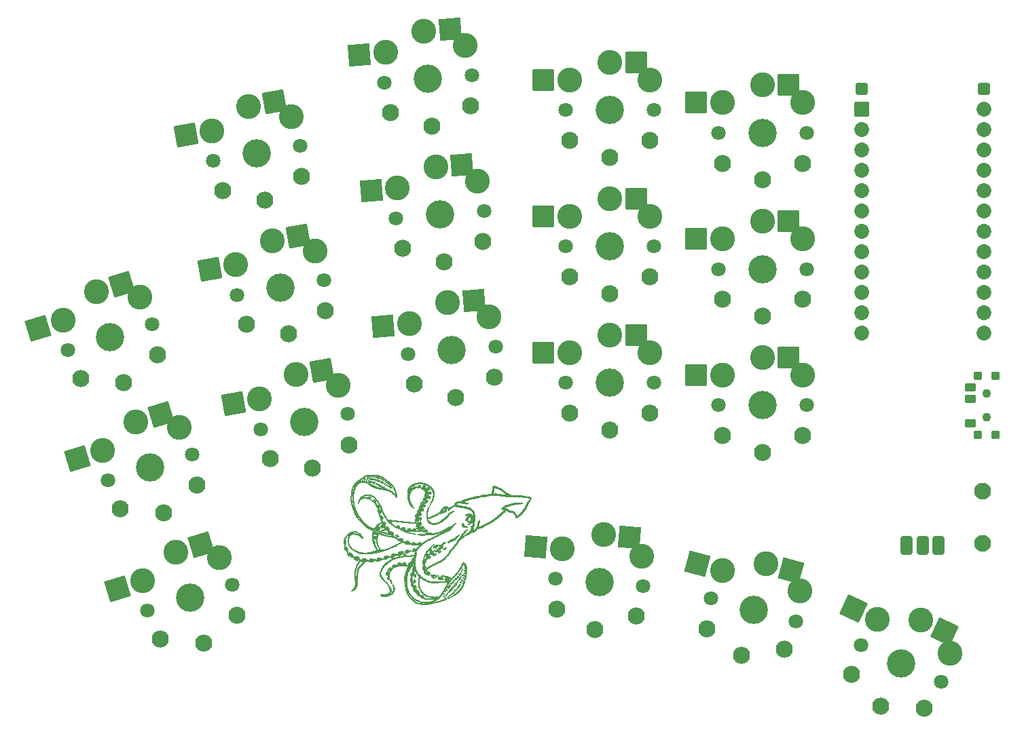
<source format=gbr>
%TF.GenerationSoftware,KiCad,Pcbnew,8.0.5-1.fc40*%
%TF.CreationDate,2024-10-20T23:35:03+02:00*%
%TF.ProjectId,fro_dux-v1,66726f5f-6475-4782-9d76-312e6b696361,v1.0.0*%
%TF.SameCoordinates,Original*%
%TF.FileFunction,Soldermask,Top*%
%TF.FilePolarity,Negative*%
%FSLAX46Y46*%
G04 Gerber Fmt 4.6, Leading zero omitted, Abs format (unit mm)*
G04 Created by KiCad (PCBNEW 8.0.5-1.fc40) date 2024-10-20 23:35:03*
%MOMM*%
%LPD*%
G01*
G04 APERTURE LIST*
G04 Aperture macros list*
%AMRoundRect*
0 Rectangle with rounded corners*
0 $1 Rounding radius*
0 $2 $3 $4 $5 $6 $7 $8 $9 X,Y pos of 4 corners*
0 Add a 4 corners polygon primitive as box body*
4,1,4,$2,$3,$4,$5,$6,$7,$8,$9,$2,$3,0*
0 Add four circle primitives for the rounded corners*
1,1,$1+$1,$2,$3*
1,1,$1+$1,$4,$5*
1,1,$1+$1,$6,$7*
1,1,$1+$1,$8,$9*
0 Add four rect primitives between the rounded corners*
20,1,$1+$1,$2,$3,$4,$5,0*
20,1,$1+$1,$4,$5,$6,$7,0*
20,1,$1+$1,$6,$7,$8,$9,0*
20,1,$1+$1,$8,$9,$2,$3,0*%
G04 Aperture macros list end*
%ADD10C,0.010000*%
%ADD11RoundRect,0.050000X-0.450000X0.450000X-0.450000X-0.450000X0.450000X-0.450000X0.450000X0.450000X0*%
%ADD12RoundRect,0.050000X-0.625000X0.450000X-0.625000X-0.450000X0.625000X-0.450000X0.625000X0.450000X0*%
%ADD13RoundRect,0.400000X-0.400000X-0.775000X0.400000X-0.775000X0.400000X0.775000X-0.400000X0.775000X0*%
%ADD14C,2.100000*%
%ADD15C,1.801800*%
%ADD16C,3.100000*%
%ADD17C,3.529000*%
%ADD18RoundRect,0.050000X-1.054507X-1.505993X1.505993X-1.054507X1.054507X1.505993X-1.505993X1.054507X0*%
%ADD19C,2.132000*%
%ADD20RoundRect,0.050000X-1.181751X-1.408356X1.408356X-1.181751X1.181751X1.408356X-1.408356X1.181751X0*%
%ADD21RoundRect,0.050000X-1.300000X-1.300000X1.300000X-1.300000X1.300000X1.300000X-1.300000X1.300000X0*%
%ADD22RoundRect,0.050000X-1.592168X-0.919239X0.919239X-1.592168X1.592168X0.919239X-0.919239X1.592168X0*%
%ADD23RoundRect,0.050000X-1.727604X-0.628796X0.628796X-1.727604X1.727604X0.628796X-0.628796X1.727604X0*%
%ADD24C,1.100000*%
%ADD25RoundRect,0.050000X-0.863113X-1.623279X1.623279X-0.863113X0.863113X1.623279X-1.623279X0.863113X0*%
%ADD26RoundRect,0.050000X-1.408356X-1.181751X1.181751X-1.408356X1.408356X1.181751X-1.181751X1.408356X0*%
%ADD27RoundRect,0.050000X-0.876300X0.876300X-0.876300X-0.876300X0.876300X-0.876300X0.876300X0.876300X0*%
%ADD28C,1.852600*%
%ADD29RoundRect,0.400000X-0.400000X-0.400000X0.400000X-0.400000X0.400000X0.400000X-0.400000X0.400000X0*%
G04 APERTURE END LIST*
D10*
%TO.C,G\u002A\u002A\u002A*%
X84625668Y64178031D02*
X84627574Y64170894D01*
X84617119Y64147408D01*
X84603986Y64136702D01*
X84597010Y64150884D01*
X84597702Y64166764D01*
X84609655Y64183680D01*
X84625668Y64178031D01*
G36*
X84625668Y64178031D02*
G01*
X84627574Y64170894D01*
X84617119Y64147408D01*
X84603986Y64136702D01*
X84597010Y64150884D01*
X84597702Y64166764D01*
X84609655Y64183680D01*
X84625668Y64178031D01*
G37*
X84836279Y64002245D02*
X84849385Y63977009D01*
X84832174Y63947586D01*
X84820401Y63938411D01*
X84793544Y63930721D01*
X84769689Y63952851D01*
X84762173Y63980311D01*
X84777518Y64005736D01*
X84810634Y64012359D01*
X84836279Y64002245D01*
G36*
X84836279Y64002245D02*
G01*
X84849385Y63977009D01*
X84832174Y63947586D01*
X84820401Y63938411D01*
X84793544Y63930721D01*
X84769689Y63952851D01*
X84762173Y63980311D01*
X84777518Y64005736D01*
X84810634Y64012359D01*
X84836279Y64002245D01*
G37*
X94778718Y49485599D02*
X94798396Y49459780D01*
X94790670Y49423261D01*
X94787207Y49418219D01*
X94765283Y49407679D01*
X94745832Y49422835D01*
X94738100Y49457640D01*
X94743072Y49480707D01*
X94764364Y49490375D01*
X94778718Y49485599D01*
G36*
X94778718Y49485599D02*
G01*
X94798396Y49459780D01*
X94790670Y49423261D01*
X94787207Y49418219D01*
X94765283Y49407679D01*
X94745832Y49422835D01*
X94738100Y49457640D01*
X94743072Y49480707D01*
X94764364Y49490375D01*
X94778718Y49485599D01*
G37*
X94972491Y49669099D02*
X94987732Y49638631D01*
X94976733Y49597973D01*
X94961648Y49585375D01*
X94925379Y49585521D01*
X94899167Y49603224D01*
X94896057Y49639214D01*
X94909610Y49670495D01*
X94941975Y49679641D01*
X94972491Y49669099D01*
G36*
X94972491Y49669099D02*
G01*
X94987732Y49638631D01*
X94976733Y49597973D01*
X94961648Y49585375D01*
X94925379Y49585521D01*
X94899167Y49603224D01*
X94896057Y49639214D01*
X94909610Y49670495D01*
X94941975Y49679641D01*
X94972491Y49669099D01*
G37*
X94737089Y49838113D02*
X94755457Y49816115D01*
X94752352Y49785794D01*
X94727777Y49761031D01*
X94700722Y49749806D01*
X94672557Y49750335D01*
X94659579Y49775765D01*
X94665916Y49806174D01*
X94692871Y49833159D01*
X94727801Y49840942D01*
X94737089Y49838113D01*
G36*
X94737089Y49838113D02*
G01*
X94755457Y49816115D01*
X94752352Y49785794D01*
X94727777Y49761031D01*
X94700722Y49749806D01*
X94672557Y49750335D01*
X94659579Y49775765D01*
X94665916Y49806174D01*
X94692871Y49833159D01*
X94727801Y49840942D01*
X94737089Y49838113D01*
G37*
X94929042Y49298894D02*
X94942155Y49273540D01*
X94930747Y49244927D01*
X94896462Y49226795D01*
X94870300Y49222961D01*
X94835446Y49230121D01*
X94824017Y49258657D01*
X94833669Y49277611D01*
X94864162Y49296624D01*
X94900999Y49305651D01*
X94929042Y49298894D01*
G36*
X94929042Y49298894D02*
G01*
X94942155Y49273540D01*
X94930747Y49244927D01*
X94896462Y49226795D01*
X94870300Y49222961D01*
X94835446Y49230121D01*
X94824017Y49258657D01*
X94833669Y49277611D01*
X94864162Y49296624D01*
X94900999Y49305651D01*
X94929042Y49298894D01*
G37*
X84592162Y63988961D02*
X84604140Y63962572D01*
X84595161Y63940196D01*
X84592903Y63938920D01*
X84563314Y63936461D01*
X84526207Y63943983D01*
X84502072Y63957646D01*
X84499787Y63963028D01*
X84509006Y63983445D01*
X84535694Y63999815D01*
X84567643Y64003586D01*
X84592162Y63988961D01*
G36*
X84592162Y63988961D02*
G01*
X84604140Y63962572D01*
X84595161Y63940196D01*
X84592903Y63938920D01*
X84563314Y63936461D01*
X84526207Y63943983D01*
X84502072Y63957646D01*
X84499787Y63963028D01*
X84509006Y63983445D01*
X84535694Y63999815D01*
X84567643Y64003586D01*
X84592162Y63988961D01*
G37*
X85167043Y64263735D02*
X85192449Y64241201D01*
X85195573Y64206109D01*
X85170621Y64164134D01*
X85140735Y64137637D01*
X85111521Y64133303D01*
X85074827Y64155647D01*
X85054531Y64184910D01*
X85055046Y64223385D01*
X85080175Y64252742D01*
X85125145Y64268038D01*
X85167043Y64263735D01*
G36*
X85167043Y64263735D02*
G01*
X85192449Y64241201D01*
X85195573Y64206109D01*
X85170621Y64164134D01*
X85140735Y64137637D01*
X85111521Y64133303D01*
X85074827Y64155647D01*
X85054531Y64184910D01*
X85055046Y64223385D01*
X85080175Y64252742D01*
X85125145Y64268038D01*
X85167043Y64263735D01*
G37*
X87734588Y63304310D02*
X87771694Y63285942D01*
X87789236Y63250863D01*
X87775087Y63204741D01*
X87759933Y63187983D01*
X87736861Y63190435D01*
X87702111Y63219590D01*
X87682285Y63249092D01*
X87675509Y63285591D01*
X87679819Y63300447D01*
X87696855Y63311024D01*
X87734588Y63304310D01*
G36*
X87734588Y63304310D02*
G01*
X87771694Y63285942D01*
X87789236Y63250863D01*
X87775087Y63204741D01*
X87759933Y63187983D01*
X87736861Y63190435D01*
X87702111Y63219590D01*
X87682285Y63249092D01*
X87675509Y63285591D01*
X87679819Y63300447D01*
X87696855Y63311024D01*
X87734588Y63304310D01*
G37*
X93082078Y57460896D02*
X93107110Y57455707D01*
X93139045Y57442254D01*
X93145627Y57422843D01*
X93142435Y57413778D01*
X93123054Y57405374D01*
X93080661Y57412790D01*
X93065964Y57417109D01*
X93026798Y57435811D01*
X93016541Y57453147D01*
X93035023Y57463410D01*
X93082078Y57460896D01*
G36*
X93082078Y57460896D02*
G01*
X93107110Y57455707D01*
X93139045Y57442254D01*
X93145627Y57422843D01*
X93142435Y57413778D01*
X93123054Y57405374D01*
X93080661Y57412790D01*
X93065964Y57417109D01*
X93026798Y57435811D01*
X93016541Y57453147D01*
X93035023Y57463410D01*
X93082078Y57460896D01*
G37*
X94606747Y49563839D02*
X94620468Y49542805D01*
X94618514Y49509977D01*
X94612011Y49501983D01*
X94581098Y49490409D01*
X94547900Y49498855D01*
X94528840Y49524635D01*
X94530633Y49543761D01*
X94551495Y49572427D01*
X94557293Y49576314D01*
X94581471Y49582965D01*
X94606747Y49563839D01*
G36*
X94606747Y49563839D02*
G01*
X94620468Y49542805D01*
X94618514Y49509977D01*
X94612011Y49501983D01*
X94581098Y49490409D01*
X94547900Y49498855D01*
X94528840Y49524635D01*
X94530633Y49543761D01*
X94551495Y49572427D01*
X94557293Y49576314D01*
X94581471Y49582965D01*
X94606747Y49563839D01*
G37*
X94930121Y50134760D02*
X94940304Y50099968D01*
X94928036Y50058103D01*
X94904448Y50031658D01*
X94872127Y50021966D01*
X94858813Y50029696D01*
X94847523Y50059296D01*
X94849004Y50098312D01*
X94861947Y50133549D01*
X94885037Y50151816D01*
X94902168Y50152284D01*
X94930121Y50134760D01*
G36*
X94930121Y50134760D02*
G01*
X94940304Y50099968D01*
X94928036Y50058103D01*
X94904448Y50031658D01*
X94872127Y50021966D01*
X94858813Y50029696D01*
X94847523Y50059296D01*
X94849004Y50098312D01*
X94861947Y50133549D01*
X94885037Y50151816D01*
X94902168Y50152284D01*
X94930121Y50134760D01*
G37*
X95112286Y49856163D02*
X95150984Y49839600D01*
X95164262Y49805506D01*
X95147959Y49761041D01*
X95132570Y49743933D01*
X95093954Y49727114D01*
X95056411Y49735714D01*
X95031439Y49768950D01*
X95027347Y49804899D01*
X95047241Y49840560D01*
X95092566Y49856431D01*
X95112286Y49856163D01*
G36*
X95112286Y49856163D02*
G01*
X95150984Y49839600D01*
X95164262Y49805506D01*
X95147959Y49761041D01*
X95132570Y49743933D01*
X95093954Y49727114D01*
X95056411Y49735714D01*
X95031439Y49768950D01*
X95027347Y49804899D01*
X95047241Y49840560D01*
X95092566Y49856431D01*
X95112286Y49856163D01*
G37*
X96857159Y52015051D02*
X96863028Y51981817D01*
X96852247Y51944825D01*
X96827412Y51919014D01*
X96798684Y51909369D01*
X96770487Y51918373D01*
X96761668Y51954886D01*
X96764887Y51970996D01*
X96786108Y52003540D01*
X96817098Y52025314D01*
X96845991Y52026265D01*
X96857159Y52015051D01*
G36*
X96857159Y52015051D02*
G01*
X96863028Y51981817D01*
X96852247Y51944825D01*
X96827412Y51919014D01*
X96798684Y51909369D01*
X96770487Y51918373D01*
X96761668Y51954886D01*
X96764887Y51970996D01*
X96786108Y52003540D01*
X96817098Y52025314D01*
X96845991Y52026265D01*
X96857159Y52015051D01*
G37*
X97048672Y52903610D02*
X97054043Y52867834D01*
X97048482Y52827339D01*
X97034343Y52801489D01*
X97020652Y52798440D01*
X96996122Y52813128D01*
X96977021Y52842815D01*
X96972409Y52876524D01*
X96977674Y52892667D01*
X97000284Y52916893D01*
X97028030Y52921990D01*
X97048672Y52903610D01*
G36*
X97048672Y52903610D02*
G01*
X97054043Y52867834D01*
X97048482Y52827339D01*
X97034343Y52801489D01*
X97020652Y52798440D01*
X96996122Y52813128D01*
X96977021Y52842815D01*
X96972409Y52876524D01*
X96977674Y52892667D01*
X97000284Y52916893D01*
X97028030Y52921990D01*
X97048672Y52903610D01*
G37*
X97265305Y52432777D02*
X97280666Y52400935D01*
X97272217Y52362672D01*
X97270283Y52359741D01*
X97241366Y52343343D01*
X97205431Y52350430D01*
X97175944Y52378751D01*
X97167667Y52402317D01*
X97181111Y52433760D01*
X97200406Y52448138D01*
X97235447Y52450933D01*
X97265305Y52432777D01*
G36*
X97265305Y52432777D02*
G01*
X97280666Y52400935D01*
X97272217Y52362672D01*
X97270283Y52359741D01*
X97241366Y52343343D01*
X97205431Y52350430D01*
X97175944Y52378751D01*
X97167667Y52402317D01*
X97181111Y52433760D01*
X97200406Y52448138D01*
X97235447Y52450933D01*
X97265305Y52432777D01*
G37*
X84887093Y64230822D02*
X84917369Y64196483D01*
X84920944Y64184560D01*
X84914637Y64158848D01*
X84882800Y64129452D01*
X84833445Y64104805D01*
X84784500Y64104201D01*
X84747978Y64130084D01*
X84735704Y64162548D01*
X84747478Y64202288D01*
X84787402Y64232461D01*
X84839125Y64243229D01*
X84887093Y64230822D01*
G36*
X84887093Y64230822D02*
G01*
X84917369Y64196483D01*
X84920944Y64184560D01*
X84914637Y64158848D01*
X84882800Y64129452D01*
X84833445Y64104805D01*
X84784500Y64104201D01*
X84747978Y64130084D01*
X84735704Y64162548D01*
X84747478Y64202288D01*
X84787402Y64232461D01*
X84839125Y64243229D01*
X84887093Y64230822D01*
G37*
X85249617Y64463536D02*
X85278432Y64435312D01*
X85279723Y64399785D01*
X85250961Y64365262D01*
X85233403Y64354468D01*
X85186326Y64341705D01*
X85152911Y64355239D01*
X85139110Y64390466D01*
X85150868Y64442777D01*
X85154857Y64450975D01*
X85178116Y64473826D01*
X85217836Y64473945D01*
X85249617Y64463536D01*
G36*
X85249617Y64463536D02*
G01*
X85278432Y64435312D01*
X85279723Y64399785D01*
X85250961Y64365262D01*
X85233403Y64354468D01*
X85186326Y64341705D01*
X85152911Y64355239D01*
X85139110Y64390466D01*
X85150868Y64442777D01*
X85154857Y64450975D01*
X85178116Y64473826D01*
X85217836Y64473945D01*
X85249617Y64463536D01*
G37*
X86098475Y64490787D02*
X86121463Y64457322D01*
X86114404Y64415069D01*
X86075694Y64368017D01*
X86040971Y64342607D01*
X86005197Y64336649D01*
X85975898Y64360925D01*
X85963873Y64393223D01*
X85976297Y64437650D01*
X86019206Y64480342D01*
X86041974Y64494935D01*
X86071928Y64503590D01*
X86098475Y64490787D01*
G36*
X86098475Y64490787D02*
G01*
X86121463Y64457322D01*
X86114404Y64415069D01*
X86075694Y64368017D01*
X86040971Y64342607D01*
X86005197Y64336649D01*
X85975898Y64360925D01*
X85963873Y64393223D01*
X85976297Y64437650D01*
X86019206Y64480342D01*
X86041974Y64494935D01*
X86071928Y64503590D01*
X86098475Y64490787D01*
G37*
X87938211Y63133036D02*
X87968510Y63097525D01*
X87984842Y63054970D01*
X87980028Y63018206D01*
X87956591Y63000655D01*
X87918043Y62999420D01*
X87880133Y63015567D01*
X87856471Y63046033D01*
X87852154Y63062170D01*
X87852305Y63109618D01*
X87872039Y63140808D01*
X87907480Y63147990D01*
X87938211Y63133036D01*
G36*
X87938211Y63133036D02*
G01*
X87968510Y63097525D01*
X87984842Y63054970D01*
X87980028Y63018206D01*
X87956591Y63000655D01*
X87918043Y62999420D01*
X87880133Y63015567D01*
X87856471Y63046033D01*
X87852154Y63062170D01*
X87852305Y63109618D01*
X87872039Y63140808D01*
X87907480Y63147990D01*
X87938211Y63133036D01*
G37*
X95260449Y49515008D02*
X95281641Y49492161D01*
X95285706Y49453846D01*
X95269552Y49414614D01*
X95235519Y49386571D01*
X95208767Y49377965D01*
X95163258Y49379770D01*
X95134072Y49403437D01*
X95128502Y49444983D01*
X95135999Y49467458D01*
X95168654Y49504378D01*
X95214207Y49522388D01*
X95260449Y49515008D01*
G36*
X95260449Y49515008D02*
G01*
X95281641Y49492161D01*
X95285706Y49453846D01*
X95269552Y49414614D01*
X95235519Y49386571D01*
X95208767Y49377965D01*
X95163258Y49379770D01*
X95134072Y49403437D01*
X95128502Y49444983D01*
X95135999Y49467458D01*
X95168654Y49504378D01*
X95214207Y49522388D01*
X95260449Y49515008D01*
G37*
X96338349Y51247995D02*
X96371124Y51213190D01*
X96380774Y51176086D01*
X96363467Y51146956D01*
X96352905Y51142783D01*
X96314576Y51144243D01*
X96270297Y51158312D01*
X96235835Y51180808D01*
X96221758Y51202840D01*
X96226620Y51241065D01*
X96252724Y51271649D01*
X96289015Y51274600D01*
X96338349Y51247995D01*
G36*
X96338349Y51247995D02*
G01*
X96371124Y51213190D01*
X96380774Y51176086D01*
X96363467Y51146956D01*
X96352905Y51142783D01*
X96314576Y51144243D01*
X96270297Y51158312D01*
X96235835Y51180808D01*
X96221758Y51202840D01*
X96226620Y51241065D01*
X96252724Y51271649D01*
X96289015Y51274600D01*
X96338349Y51247995D01*
G37*
X96426677Y51410618D02*
X96450752Y51395466D01*
X96471947Y51358337D01*
X96462060Y51315043D01*
X96461821Y51314653D01*
X96436112Y51300962D01*
X96397654Y51304937D01*
X96359698Y51322820D01*
X96335493Y51350870D01*
X96332322Y51374978D01*
X96349427Y51403486D01*
X96384090Y51417470D01*
X96426677Y51410618D01*
G36*
X96426677Y51410618D02*
G01*
X96450752Y51395466D01*
X96471947Y51358337D01*
X96462060Y51315043D01*
X96461821Y51314653D01*
X96436112Y51300962D01*
X96397654Y51304937D01*
X96359698Y51322820D01*
X96335493Y51350870D01*
X96332322Y51374978D01*
X96349427Y51403486D01*
X96384090Y51417470D01*
X96426677Y51410618D01*
G37*
X96731301Y51801882D02*
X96752982Y51777914D01*
X96756136Y51740406D01*
X96739482Y51703916D01*
X96705712Y51681143D01*
X96661629Y51672335D01*
X96630299Y51680436D01*
X96604722Y51710931D01*
X96594024Y51745160D01*
X96606255Y51780771D01*
X96638302Y51805752D01*
X96682529Y51814618D01*
X96731301Y51801882D01*
G36*
X96731301Y51801882D02*
G01*
X96752982Y51777914D01*
X96756136Y51740406D01*
X96739482Y51703916D01*
X96705712Y51681143D01*
X96661629Y51672335D01*
X96630299Y51680436D01*
X96604722Y51710931D01*
X96594024Y51745160D01*
X96606255Y51780771D01*
X96638302Y51805752D01*
X96682529Y51814618D01*
X96731301Y51801882D01*
G37*
X96964560Y52192195D02*
X96992527Y52167326D01*
X96995390Y52132016D01*
X96969490Y52098841D01*
X96949657Y52086441D01*
X96932101Y52087586D01*
X96904497Y52107466D01*
X96901765Y52109766D01*
X96883260Y52142326D01*
X96884771Y52178180D01*
X96906038Y52201826D01*
X96927341Y52202789D01*
X96964560Y52192195D01*
G36*
X96964560Y52192195D02*
G01*
X96992527Y52167326D01*
X96995390Y52132016D01*
X96969490Y52098841D01*
X96949657Y52086441D01*
X96932101Y52087586D01*
X96904497Y52107466D01*
X96901765Y52109766D01*
X96883260Y52142326D01*
X96884771Y52178180D01*
X96906038Y52201826D01*
X96927341Y52202789D01*
X96964560Y52192195D01*
G37*
X97287829Y52791005D02*
X97311589Y52761988D01*
X97315783Y52717943D01*
X97297985Y52668118D01*
X97289250Y52655964D01*
X97254192Y52635290D01*
X97217485Y52643467D01*
X97189558Y52679407D01*
X97185276Y52705584D01*
X97197692Y52749001D01*
X97226610Y52783821D01*
X97264045Y52797401D01*
X97287829Y52791005D01*
G36*
X97287829Y52791005D02*
G01*
X97311589Y52761988D01*
X97315783Y52717943D01*
X97297985Y52668118D01*
X97289250Y52655964D01*
X97254192Y52635290D01*
X97217485Y52643467D01*
X97189558Y52679407D01*
X97185276Y52705584D01*
X97197692Y52749001D01*
X97226610Y52783821D01*
X97264045Y52797401D01*
X97287829Y52791005D01*
G37*
X85816391Y64503581D02*
X85840865Y64481734D01*
X85843815Y64460297D01*
X85829816Y64417186D01*
X85797017Y64378097D01*
X85762766Y64365143D01*
X85718869Y64372639D01*
X85686314Y64400738D01*
X85679947Y64415090D01*
X85683666Y64438796D01*
X85710965Y64469516D01*
X85731642Y64485766D01*
X85776483Y64504595D01*
X85816391Y64503581D01*
G36*
X85816391Y64503581D02*
G01*
X85840865Y64481734D01*
X85843815Y64460297D01*
X85829816Y64417186D01*
X85797017Y64378097D01*
X85762766Y64365143D01*
X85718869Y64372639D01*
X85686314Y64400738D01*
X85679947Y64415090D01*
X85683666Y64438796D01*
X85710965Y64469516D01*
X85731642Y64485766D01*
X85776483Y64504595D01*
X85816391Y64503581D01*
G37*
X86664583Y64339654D02*
X86683479Y64325659D01*
X86697872Y64294408D01*
X86680349Y64257706D01*
X86630483Y64213966D01*
X86577909Y64184777D01*
X86527288Y64174598D01*
X86489761Y64186584D01*
X86471823Y64220472D01*
X86479583Y64268964D01*
X86511924Y64311883D01*
X86559756Y64341816D01*
X86613751Y64352996D01*
X86664583Y64339654D01*
G36*
X86664583Y64339654D02*
G01*
X86683479Y64325659D01*
X86697872Y64294408D01*
X86680349Y64257706D01*
X86630483Y64213966D01*
X86577909Y64184777D01*
X86527288Y64174598D01*
X86489761Y64186584D01*
X86471823Y64220472D01*
X86479583Y64268964D01*
X86511924Y64311883D01*
X86559756Y64341816D01*
X86613751Y64352996D01*
X86664583Y64339654D01*
G37*
X88850903Y57212494D02*
X88894458Y57191532D01*
X88930348Y57155510D01*
X88950639Y57113637D01*
X88947396Y57075124D01*
X88943809Y57069059D01*
X88912513Y57048406D01*
X88867638Y57056780D01*
X88811910Y57093806D01*
X88782960Y57127564D01*
X88772256Y57167549D01*
X88787421Y57199080D01*
X88827448Y57214349D01*
X88850903Y57212494D01*
G36*
X88850903Y57212494D02*
G01*
X88894458Y57191532D01*
X88930348Y57155510D01*
X88950639Y57113637D01*
X88947396Y57075124D01*
X88943809Y57069059D01*
X88912513Y57048406D01*
X88867638Y57056780D01*
X88811910Y57093806D01*
X88782960Y57127564D01*
X88772256Y57167549D01*
X88787421Y57199080D01*
X88827448Y57214349D01*
X88850903Y57212494D01*
G37*
X91702952Y63370212D02*
X91734504Y63346923D01*
X91739515Y63304784D01*
X91738784Y63300727D01*
X91729681Y63271929D01*
X91709961Y63262922D01*
X91668495Y63267931D01*
X91596799Y63285463D01*
X91553249Y63306097D01*
X91539502Y63327783D01*
X91556800Y63348546D01*
X91606391Y63366411D01*
X91647172Y63373583D01*
X91702952Y63370212D01*
G36*
X91702952Y63370212D02*
G01*
X91734504Y63346923D01*
X91739515Y63304784D01*
X91738784Y63300727D01*
X91729681Y63271929D01*
X91709961Y63262922D01*
X91668495Y63267931D01*
X91596799Y63285463D01*
X91553249Y63306097D01*
X91539502Y63327783D01*
X91556800Y63348546D01*
X91606391Y63366411D01*
X91647172Y63373583D01*
X91702952Y63370212D01*
G37*
X95407794Y50214515D02*
X95444901Y50199991D01*
X95487094Y50171390D01*
X95502454Y50140727D01*
X95487743Y50112150D01*
X95462349Y50100440D01*
X95414455Y50099074D01*
X95363082Y50111819D01*
X95320621Y50135155D01*
X95299468Y50165566D01*
X95298347Y50180683D01*
X95313940Y50210927D01*
X95352325Y50223065D01*
X95407794Y50214515D01*
G36*
X95407794Y50214515D02*
G01*
X95444901Y50199991D01*
X95487094Y50171390D01*
X95502454Y50140727D01*
X95487743Y50112150D01*
X95462349Y50100440D01*
X95414455Y50099074D01*
X95363082Y50111819D01*
X95320621Y50135155D01*
X95299468Y50165566D01*
X95298347Y50180683D01*
X95313940Y50210927D01*
X95352325Y50223065D01*
X95407794Y50214515D01*
G37*
X96587366Y52244466D02*
X96635860Y52205214D01*
X96657648Y52171751D01*
X96656156Y52133370D01*
X96622828Y52092004D01*
X96595682Y52078062D01*
X96561468Y52090224D01*
X96524053Y52135054D01*
X96521659Y52138790D01*
X96497621Y52184877D01*
X96497027Y52215846D01*
X96519516Y52240126D01*
X96542177Y52250642D01*
X96587366Y52244466D01*
G36*
X96587366Y52244466D02*
G01*
X96635860Y52205214D01*
X96657648Y52171751D01*
X96656156Y52133370D01*
X96622828Y52092004D01*
X96595682Y52078062D01*
X96561468Y52090224D01*
X96524053Y52135054D01*
X96521659Y52138790D01*
X96497621Y52184877D01*
X96497027Y52215846D01*
X96519516Y52240126D01*
X96542177Y52250642D01*
X96587366Y52244466D01*
G37*
X96618494Y51599527D02*
X96636554Y51580587D01*
X96647193Y51545082D01*
X96629739Y51512722D01*
X96586965Y51493435D01*
X96581933Y51492636D01*
X96538576Y51497548D01*
X96506817Y51519286D01*
X96497750Y51550725D01*
X96498503Y51553328D01*
X96519626Y51574353D01*
X96558874Y51592508D01*
X96594300Y51601895D01*
X96618494Y51599527D01*
G36*
X96618494Y51599527D02*
G01*
X96636554Y51580587D01*
X96647193Y51545082D01*
X96629739Y51512722D01*
X96586965Y51493435D01*
X96581933Y51492636D01*
X96538576Y51497548D01*
X96506817Y51519286D01*
X96497750Y51550725D01*
X96498503Y51553328D01*
X96519626Y51574353D01*
X96558874Y51592508D01*
X96594300Y51601895D01*
X96618494Y51599527D01*
G37*
X97135527Y51851108D02*
X97148123Y51818284D01*
X97152646Y51778489D01*
X97145987Y51747065D01*
X97129085Y51732312D01*
X97093936Y51729471D01*
X97058179Y51745660D01*
X97034990Y51777291D01*
X97030556Y51793608D01*
X97034948Y51819082D01*
X97064709Y51840875D01*
X97098084Y51856358D01*
X97122696Y51861914D01*
X97135527Y51851108D01*
G36*
X97135527Y51851108D02*
G01*
X97148123Y51818284D01*
X97152646Y51778489D01*
X97145987Y51747065D01*
X97129085Y51732312D01*
X97093936Y51729471D01*
X97058179Y51745660D01*
X97034990Y51777291D01*
X97030556Y51793608D01*
X97034948Y51819082D01*
X97064709Y51840875D01*
X97098084Y51856358D01*
X97122696Y51861914D01*
X97135527Y51851108D01*
G37*
X85106339Y63984868D02*
X85121513Y63949757D01*
X85127045Y63906659D01*
X85119576Y63869877D01*
X85113073Y63860162D01*
X85083612Y63845900D01*
X85049883Y63857606D01*
X85022000Y63892887D01*
X85009567Y63923703D01*
X85004640Y63946338D01*
X85005876Y63950112D01*
X85027003Y63972183D01*
X85060529Y63991405D01*
X85089570Y63997586D01*
X85106339Y63984868D01*
G36*
X85106339Y63984868D02*
G01*
X85121513Y63949757D01*
X85127045Y63906659D01*
X85119576Y63869877D01*
X85113073Y63860162D01*
X85083612Y63845900D01*
X85049883Y63857606D01*
X85022000Y63892887D01*
X85009567Y63923703D01*
X85004640Y63946338D01*
X85005876Y63950112D01*
X85027003Y63972183D01*
X85060529Y63991405D01*
X85089570Y63997586D01*
X85106339Y63984868D01*
G37*
X85396296Y64232352D02*
X85425460Y64209355D01*
X85427687Y64204360D01*
X85425621Y64168384D01*
X85402634Y64131523D01*
X85366306Y64106907D01*
X85339075Y64101648D01*
X85306625Y64116301D01*
X85283310Y64161621D01*
X85280615Y64170283D01*
X85277269Y64203794D01*
X85294620Y64227538D01*
X85308825Y64235847D01*
X85351837Y64241958D01*
X85396296Y64232352D01*
G36*
X85396296Y64232352D02*
G01*
X85425460Y64209355D01*
X85427687Y64204360D01*
X85425621Y64168384D01*
X85402634Y64131523D01*
X85366306Y64106907D01*
X85339075Y64101648D01*
X85306625Y64116301D01*
X85283310Y64161621D01*
X85280615Y64170283D01*
X85277269Y64203794D01*
X85294620Y64227538D01*
X85308825Y64235847D01*
X85351837Y64241958D01*
X85396296Y64232352D01*
G37*
X85513135Y64481757D02*
X85544022Y64451590D01*
X85550686Y64408455D01*
X85541006Y64381518D01*
X85521169Y64363030D01*
X85508292Y64361391D01*
X85460781Y64364325D01*
X85411530Y64375750D01*
X85378341Y64392048D01*
X85372359Y64398788D01*
X85367223Y64430033D01*
X85387900Y64462275D01*
X85429675Y64486809D01*
X85466909Y64493201D01*
X85513135Y64481757D01*
G36*
X85513135Y64481757D02*
G01*
X85544022Y64451590D01*
X85550686Y64408455D01*
X85541006Y64381518D01*
X85521169Y64363030D01*
X85508292Y64361391D01*
X85460781Y64364325D01*
X85411530Y64375750D01*
X85378341Y64392048D01*
X85372359Y64398788D01*
X85367223Y64430033D01*
X85387900Y64462275D01*
X85429675Y64486809D01*
X85466909Y64493201D01*
X85513135Y64481757D01*
G37*
X85834314Y63813487D02*
X85834610Y63813133D01*
X85844649Y63777823D01*
X85836456Y63730865D01*
X85814383Y63685629D01*
X85782797Y63655479D01*
X85763299Y63647888D01*
X85721966Y63651981D01*
X85693645Y63686238D01*
X85688872Y63715019D01*
X85701025Y63757275D01*
X85728951Y63794858D01*
X85765345Y63821160D01*
X85802901Y63829573D01*
X85834314Y63813487D01*
G36*
X85834314Y63813487D02*
G01*
X85834610Y63813133D01*
X85844649Y63777823D01*
X85836456Y63730865D01*
X85814383Y63685629D01*
X85782797Y63655479D01*
X85763299Y63647888D01*
X85721966Y63651981D01*
X85693645Y63686238D01*
X85688872Y63715019D01*
X85701025Y63757275D01*
X85728951Y63794858D01*
X85765345Y63821160D01*
X85802901Y63829573D01*
X85834314Y63813487D01*
G37*
X85910619Y64162948D02*
X85939896Y64134143D01*
X85942241Y64091990D01*
X85930492Y64056281D01*
X85909344Y64027397D01*
X85889660Y64020329D01*
X85845897Y64025870D01*
X85799220Y64048963D01*
X85761963Y64084802D01*
X85746674Y64109897D01*
X85747758Y64131486D01*
X85771287Y64160167D01*
X85807293Y64186350D01*
X85852721Y64188632D01*
X85910619Y64162948D01*
G36*
X85910619Y64162948D02*
G01*
X85939896Y64134143D01*
X85942241Y64091990D01*
X85930492Y64056281D01*
X85909344Y64027397D01*
X85889660Y64020329D01*
X85845897Y64025870D01*
X85799220Y64048963D01*
X85761963Y64084802D01*
X85746674Y64109897D01*
X85747758Y64131486D01*
X85771287Y64160167D01*
X85807293Y64186350D01*
X85852721Y64188632D01*
X85910619Y64162948D01*
G37*
X86398988Y64072893D02*
X86436225Y64039860D01*
X86452205Y63992012D01*
X86445070Y63938508D01*
X86412964Y63888507D01*
X86406709Y63882681D01*
X86365783Y63863263D01*
X86328848Y63873177D01*
X86301958Y63908590D01*
X86291165Y63965669D01*
X86291577Y63981737D01*
X86304905Y64038070D01*
X86333787Y64073065D01*
X86373975Y64080822D01*
X86398988Y64072893D01*
G36*
X86398988Y64072893D02*
G01*
X86436225Y64039860D01*
X86452205Y63992012D01*
X86445070Y63938508D01*
X86412964Y63888507D01*
X86406709Y63882681D01*
X86365783Y63863263D01*
X86328848Y63873177D01*
X86301958Y63908590D01*
X86291165Y63965669D01*
X86291577Y63981737D01*
X86304905Y64038070D01*
X86333787Y64073065D01*
X86373975Y64080822D01*
X86398988Y64072893D01*
G37*
X86613862Y63491596D02*
X86624269Y63467308D01*
X86621840Y63418003D01*
X86597426Y63369072D01*
X86555284Y63332112D01*
X86508451Y63311956D01*
X86461710Y63307875D01*
X86435771Y63326733D01*
X86434085Y63365330D01*
X86460104Y63420458D01*
X86462520Y63424048D01*
X86502184Y63468170D01*
X86546117Y63496673D01*
X86586087Y63505752D01*
X86613862Y63491596D01*
G36*
X86613862Y63491596D02*
G01*
X86624269Y63467308D01*
X86621840Y63418003D01*
X86597426Y63369072D01*
X86555284Y63332112D01*
X86508451Y63311956D01*
X86461710Y63307875D01*
X86435771Y63326733D01*
X86434085Y63365330D01*
X86460104Y63420458D01*
X86462520Y63424048D01*
X86502184Y63468170D01*
X86546117Y63496673D01*
X86586087Y63505752D01*
X86613862Y63491596D01*
G37*
X87131479Y63767875D02*
X87145256Y63735254D01*
X87138478Y63689271D01*
X87112488Y63636647D01*
X87068619Y63584105D01*
X87049469Y63573088D01*
X87010402Y63574583D01*
X86977211Y63599361D01*
X86972003Y63608519D01*
X86967651Y63652495D01*
X86985518Y63700525D01*
X87019119Y63743651D01*
X87061975Y63772927D01*
X87107602Y63779401D01*
X87131479Y63767875D01*
G36*
X87131479Y63767875D02*
G01*
X87145256Y63735254D01*
X87138478Y63689271D01*
X87112488Y63636647D01*
X87068619Y63584105D01*
X87049469Y63573088D01*
X87010402Y63574583D01*
X86977211Y63599361D01*
X86972003Y63608519D01*
X86967651Y63652495D01*
X86985518Y63700525D01*
X87019119Y63743651D01*
X87061975Y63772927D01*
X87107602Y63779401D01*
X87131479Y63767875D01*
G37*
X87390753Y63621706D02*
X87409720Y63592849D01*
X87402554Y63550752D01*
X87369164Y63500739D01*
X87351428Y63482300D01*
X87314692Y63458654D01*
X87274269Y63457512D01*
X87248909Y63465481D01*
X87231191Y63489629D01*
X87242359Y63528764D01*
X87282491Y63584123D01*
X87283647Y63585470D01*
X87326914Y63623135D01*
X87366925Y63630440D01*
X87390753Y63621706D01*
G36*
X87390753Y63621706D02*
G01*
X87409720Y63592849D01*
X87402554Y63550752D01*
X87369164Y63500739D01*
X87351428Y63482300D01*
X87314692Y63458654D01*
X87274269Y63457512D01*
X87248909Y63465481D01*
X87231191Y63489629D01*
X87242359Y63528764D01*
X87282491Y63584123D01*
X87283647Y63585470D01*
X87326914Y63623135D01*
X87366925Y63630440D01*
X87390753Y63621706D01*
G37*
X87572186Y63450717D02*
X87588259Y63439182D01*
X87617056Y63402208D01*
X87617185Y63366236D01*
X87587704Y63338101D01*
X87551095Y63330096D01*
X87503488Y63334607D01*
X87489287Y63339099D01*
X87462130Y63358207D01*
X87456935Y63393028D01*
X87465925Y63426655D01*
X87491126Y63459805D01*
X87509590Y63470330D01*
X87535131Y63470375D01*
X87572186Y63450717D01*
G36*
X87572186Y63450717D02*
G01*
X87588259Y63439182D01*
X87617056Y63402208D01*
X87617185Y63366236D01*
X87587704Y63338101D01*
X87551095Y63330096D01*
X87503488Y63334607D01*
X87489287Y63339099D01*
X87462130Y63358207D01*
X87456935Y63393028D01*
X87465925Y63426655D01*
X87491126Y63459805D01*
X87509590Y63470330D01*
X87535131Y63470375D01*
X87572186Y63450717D01*
G37*
X87631364Y63780187D02*
X87643040Y63770572D01*
X87651670Y63740705D01*
X87634664Y63709410D01*
X87595558Y63685998D01*
X87592352Y63684955D01*
X87532128Y63675139D01*
X87478797Y63682373D01*
X87444341Y63705138D01*
X87438273Y63730453D01*
X87455873Y63757720D01*
X87492150Y63779604D01*
X87538935Y63792828D01*
X87588062Y63794115D01*
X87631364Y63780187D01*
G36*
X87631364Y63780187D02*
G01*
X87643040Y63770572D01*
X87651670Y63740705D01*
X87634664Y63709410D01*
X87595558Y63685998D01*
X87592352Y63684955D01*
X87532128Y63675139D01*
X87478797Y63682373D01*
X87444341Y63705138D01*
X87438273Y63730453D01*
X87455873Y63757720D01*
X87492150Y63779604D01*
X87538935Y63792828D01*
X87588062Y63794115D01*
X87631364Y63780187D01*
G37*
X87733012Y63673563D02*
X87787861Y63643455D01*
X87831901Y63603350D01*
X87853102Y63561104D01*
X87843608Y63520579D01*
X87843566Y63520509D01*
X87816517Y63503934D01*
X87775396Y63507373D01*
X87729161Y63526016D01*
X87686767Y63555047D01*
X87657171Y63589652D01*
X87649328Y63625015D01*
X87658330Y63651556D01*
X87688358Y63676067D01*
X87733012Y63673563D01*
G36*
X87733012Y63673563D02*
G01*
X87787861Y63643455D01*
X87831901Y63603350D01*
X87853102Y63561104D01*
X87843608Y63520579D01*
X87843566Y63520509D01*
X87816517Y63503934D01*
X87775396Y63507373D01*
X87729161Y63526016D01*
X87686767Y63555047D01*
X87657171Y63589652D01*
X87649328Y63625015D01*
X87658330Y63651556D01*
X87688358Y63676067D01*
X87733012Y63673563D01*
G37*
X88141181Y51258550D02*
X88175522Y51223396D01*
X88195133Y51176314D01*
X88196169Y51128420D01*
X88174785Y51090826D01*
X88172704Y51089094D01*
X88140471Y51073873D01*
X88110031Y51086774D01*
X88075783Y51130014D01*
X88067062Y51144169D01*
X88040905Y51203203D01*
X88040283Y51245522D01*
X88064501Y51268555D01*
X88112885Y51269723D01*
X88141181Y51258550D01*
G36*
X88141181Y51258550D02*
G01*
X88175522Y51223396D01*
X88195133Y51176314D01*
X88196169Y51128420D01*
X88174785Y51090826D01*
X88172704Y51089094D01*
X88140471Y51073873D01*
X88110031Y51086774D01*
X88075783Y51130014D01*
X88067062Y51144169D01*
X88040905Y51203203D01*
X88040283Y51245522D01*
X88064501Y51268555D01*
X88112885Y51269723D01*
X88141181Y51258550D01*
G37*
X95059586Y50413244D02*
X95088821Y50400728D01*
X95106242Y50363754D01*
X95113397Y50309214D01*
X95095431Y50270636D01*
X95050212Y50251097D01*
X95014202Y50246876D01*
X94958489Y50253629D01*
X94926874Y50279214D01*
X94922381Y50321953D01*
X94926852Y50334893D01*
X94956925Y50371924D01*
X95002014Y50401469D01*
X95048527Y50413651D01*
X95059586Y50413244D01*
G36*
X95059586Y50413244D02*
G01*
X95088821Y50400728D01*
X95106242Y50363754D01*
X95113397Y50309214D01*
X95095431Y50270636D01*
X95050212Y50251097D01*
X95014202Y50246876D01*
X94958489Y50253629D01*
X94926874Y50279214D01*
X94922381Y50321953D01*
X94926852Y50334893D01*
X94956925Y50371924D01*
X95002014Y50401469D01*
X95048527Y50413651D01*
X95059586Y50413244D01*
G37*
X95717569Y50603482D02*
X95759338Y50573215D01*
X95788447Y50511672D01*
X95799795Y50456428D01*
X95795500Y50411201D01*
X95772732Y50390741D01*
X95755685Y50388088D01*
X95721860Y50393044D01*
X95689664Y50417869D01*
X95650782Y50467820D01*
X95623535Y50512496D01*
X95611118Y50557816D01*
X95627158Y50587841D01*
X95672016Y50604898D01*
X95717569Y50603482D01*
G36*
X95717569Y50603482D02*
G01*
X95759338Y50573215D01*
X95788447Y50511672D01*
X95799795Y50456428D01*
X95795500Y50411201D01*
X95772732Y50390741D01*
X95755685Y50388088D01*
X95721860Y50393044D01*
X95689664Y50417869D01*
X95650782Y50467820D01*
X95623535Y50512496D01*
X95611118Y50557816D01*
X95627158Y50587841D01*
X95672016Y50604898D01*
X95717569Y50603482D01*
G37*
X95855763Y51307621D02*
X95904766Y51277339D01*
X95909510Y51271806D01*
X95922408Y51234562D01*
X95903481Y51199914D01*
X95854493Y51171570D01*
X95822884Y51163169D01*
X95770830Y51164317D01*
X95727887Y51181456D01*
X95698665Y51209281D01*
X95687790Y51242477D01*
X95699876Y51275735D01*
X95739545Y51303742D01*
X95793327Y51315936D01*
X95855763Y51307621D01*
G36*
X95855763Y51307621D02*
G01*
X95904766Y51277339D01*
X95909510Y51271806D01*
X95922408Y51234562D01*
X95903481Y51199914D01*
X95854493Y51171570D01*
X95822884Y51163169D01*
X95770830Y51164317D01*
X95727887Y51181456D01*
X95698665Y51209281D01*
X95687790Y51242477D01*
X95699876Y51275735D01*
X95739545Y51303742D01*
X95793327Y51315936D01*
X95855763Y51307621D01*
G37*
X95960226Y50100059D02*
X95985037Y50074340D01*
X95984136Y50035674D01*
X95958088Y49988771D01*
X95907462Y49938344D01*
X95883347Y49924721D01*
X95846638Y49918958D01*
X95826982Y49925707D01*
X95804882Y49952604D01*
X95802721Y49991058D01*
X95817216Y50033436D01*
X95845092Y50072104D01*
X95883061Y50099433D01*
X95927842Y50107791D01*
X95960226Y50100059D01*
G36*
X95960226Y50100059D02*
G01*
X95985037Y50074340D01*
X95984136Y50035674D01*
X95958088Y49988771D01*
X95907462Y49938344D01*
X95883347Y49924721D01*
X95846638Y49918958D01*
X95826982Y49925707D01*
X95804882Y49952604D01*
X95802721Y49991058D01*
X95817216Y50033436D01*
X95845092Y50072104D01*
X95883061Y50099433D01*
X95927842Y50107791D01*
X95960226Y50100059D01*
G37*
X96184551Y50331689D02*
X96212299Y50293706D01*
X96223302Y50242440D01*
X96213587Y50190618D01*
X96189877Y50160756D01*
X96140512Y50145163D01*
X96107382Y50144239D01*
X96055033Y50157686D01*
X96028655Y50192658D01*
X96027716Y50249657D01*
X96038552Y50278238D01*
X96073854Y50316916D01*
X96120628Y50340701D01*
X96166535Y50341436D01*
X96184551Y50331689D01*
G36*
X96184551Y50331689D02*
G01*
X96212299Y50293706D01*
X96223302Y50242440D01*
X96213587Y50190618D01*
X96189877Y50160756D01*
X96140512Y50145163D01*
X96107382Y50144239D01*
X96055033Y50157686D01*
X96028655Y50192658D01*
X96027716Y50249657D01*
X96038552Y50278238D01*
X96073854Y50316916D01*
X96120628Y50340701D01*
X96166535Y50341436D01*
X96184551Y50331689D01*
G37*
X96371266Y50561826D02*
X96394869Y50535111D01*
X96405749Y50514643D01*
X96408349Y50464252D01*
X96381680Y50402138D01*
X96358952Y50376570D01*
X96319065Y50369043D01*
X96296816Y50375679D01*
X96262800Y50405150D01*
X96252356Y50447707D01*
X96266189Y50494875D01*
X96305004Y50538172D01*
X96311901Y50543272D01*
X96347389Y50564418D01*
X96371266Y50561826D01*
G36*
X96371266Y50561826D02*
G01*
X96394869Y50535111D01*
X96405749Y50514643D01*
X96408349Y50464252D01*
X96381680Y50402138D01*
X96358952Y50376570D01*
X96319065Y50369043D01*
X96296816Y50375679D01*
X96262800Y50405150D01*
X96252356Y50447707D01*
X96266189Y50494875D01*
X96305004Y50538172D01*
X96311901Y50543272D01*
X96347389Y50564418D01*
X96371266Y50561826D01*
G37*
X85321572Y63971260D02*
X85365927Y63950755D01*
X85388583Y63907914D01*
X85386188Y63848219D01*
X85383693Y63839010D01*
X85364204Y63794980D01*
X85340402Y63769060D01*
X85337975Y63767888D01*
X85300298Y63765404D01*
X85271978Y63789290D01*
X85261798Y63832461D01*
X85265498Y63894505D01*
X85273771Y63941993D01*
X85288096Y63966017D01*
X85310430Y63972197D01*
X85321572Y63971260D01*
G36*
X85321572Y63971260D02*
G01*
X85365927Y63950755D01*
X85388583Y63907914D01*
X85386188Y63848219D01*
X85383693Y63839010D01*
X85364204Y63794980D01*
X85340402Y63769060D01*
X85337975Y63767888D01*
X85300298Y63765404D01*
X85271978Y63789290D01*
X85261798Y63832461D01*
X85265498Y63894505D01*
X85273771Y63941993D01*
X85288096Y63966017D01*
X85310430Y63972197D01*
X85321572Y63971260D01*
G37*
X86834388Y63371780D02*
X86860159Y63351081D01*
X86860318Y63350801D01*
X86866444Y63312113D01*
X86841884Y63269506D01*
X86785502Y63220999D01*
X86764731Y63207628D01*
X86713447Y63188498D01*
X86673442Y63193567D01*
X86651024Y63222753D01*
X86649259Y63230439D01*
X86654349Y63283980D01*
X86683643Y63331614D01*
X86729753Y63360422D01*
X86788519Y63373616D01*
X86834388Y63371780D01*
G36*
X86834388Y63371780D02*
G01*
X86860159Y63351081D01*
X86860318Y63350801D01*
X86866444Y63312113D01*
X86841884Y63269506D01*
X86785502Y63220999D01*
X86764731Y63207628D01*
X86713447Y63188498D01*
X86673442Y63193567D01*
X86651024Y63222753D01*
X86649259Y63230439D01*
X86654349Y63283980D01*
X86683643Y63331614D01*
X86729753Y63360422D01*
X86788519Y63373616D01*
X86834388Y63371780D01*
G37*
X87924279Y63441417D02*
X87964606Y63422382D01*
X87978559Y63414000D01*
X88020305Y63373217D01*
X88039038Y63326246D01*
X88030447Y63282259D01*
X88027885Y63278744D01*
X87998126Y63265860D01*
X87955321Y63268750D01*
X87912632Y63284806D01*
X87883215Y63311424D01*
X87869739Y63337454D01*
X87859533Y63389261D01*
X87879737Y63428786D01*
X87899729Y63442804D01*
X87924279Y63441417D01*
G36*
X87924279Y63441417D02*
G01*
X87964606Y63422382D01*
X87978559Y63414000D01*
X88020305Y63373217D01*
X88039038Y63326246D01*
X88030447Y63282259D01*
X88027885Y63278744D01*
X87998126Y63265860D01*
X87955321Y63268750D01*
X87912632Y63284806D01*
X87883215Y63311424D01*
X87869739Y63337454D01*
X87859533Y63389261D01*
X87879737Y63428786D01*
X87899729Y63442804D01*
X87924279Y63441417D01*
G37*
X92291503Y57702145D02*
X92342455Y57649530D01*
X92355587Y57631979D01*
X92386613Y57576824D01*
X92389626Y57535515D01*
X92365146Y57504722D01*
X92324882Y57492731D01*
X92277133Y57509942D01*
X92228937Y57556730D01*
X92222676Y57564976D01*
X92183209Y57627274D01*
X92170490Y57674447D01*
X92183441Y57710126D01*
X92202432Y57725425D01*
X92243418Y57727982D01*
X92291503Y57702145D01*
G36*
X92291503Y57702145D02*
G01*
X92342455Y57649530D01*
X92355587Y57631979D01*
X92386613Y57576824D01*
X92389626Y57535515D01*
X92365146Y57504722D01*
X92324882Y57492731D01*
X92277133Y57509942D01*
X92228937Y57556730D01*
X92222676Y57564976D01*
X92183209Y57627274D01*
X92170490Y57674447D01*
X92183441Y57710126D01*
X92202432Y57725425D01*
X92243418Y57727982D01*
X92291503Y57702145D01*
G37*
X95205024Y50703127D02*
X95251237Y50688051D01*
X95297151Y50656564D01*
X95328977Y50616859D01*
X95343158Y50575648D01*
X95336140Y50539643D01*
X95304368Y50515557D01*
X95266267Y50510988D01*
X95207145Y50524251D01*
X95151239Y50554492D01*
X95112168Y50596013D01*
X95106892Y50605550D01*
X95089295Y50657599D01*
X95100224Y50691718D01*
X95139020Y50707147D01*
X95205024Y50703127D01*
G36*
X95205024Y50703127D02*
G01*
X95251237Y50688051D01*
X95297151Y50656564D01*
X95328977Y50616859D01*
X95343158Y50575648D01*
X95336140Y50539643D01*
X95304368Y50515557D01*
X95266267Y50510988D01*
X95207145Y50524251D01*
X95151239Y50554492D01*
X95112168Y50596013D01*
X95106892Y50605550D01*
X95089295Y50657599D01*
X95100224Y50691718D01*
X95139020Y50707147D01*
X95205024Y50703127D01*
G37*
X95262050Y50073654D02*
X95262998Y50073484D01*
X95305967Y50059729D01*
X95333293Y50040445D01*
X95338380Y50031211D01*
X95344218Y49993609D01*
X95335261Y49957380D01*
X95314400Y49938171D01*
X95303689Y49936278D01*
X95248078Y49939253D01*
X95205764Y49961405D01*
X95183580Y49997164D01*
X95188364Y50040955D01*
X95197746Y50058668D01*
X95221082Y50075707D01*
X95262050Y50073654D01*
G36*
X95262050Y50073654D02*
G01*
X95262998Y50073484D01*
X95305967Y50059729D01*
X95333293Y50040445D01*
X95338380Y50031211D01*
X95344218Y49993609D01*
X95335261Y49957380D01*
X95314400Y49938171D01*
X95303689Y49936278D01*
X95248078Y49939253D01*
X95205764Y49961405D01*
X95183580Y49997164D01*
X95188364Y50040955D01*
X95197746Y50058668D01*
X95221082Y50075707D01*
X95262050Y50073654D01*
G37*
X95506275Y49682319D02*
X95527067Y49657219D01*
X95534245Y49637722D01*
X95528173Y49594503D01*
X95497781Y49556656D01*
X95448904Y49533419D01*
X95418040Y49527614D01*
X95389342Y49530481D01*
X95368211Y49549708D01*
X95365439Y49553490D01*
X95355569Y49593083D01*
X95376586Y49632366D01*
X95426098Y49666512D01*
X95433633Y49670047D01*
X95478392Y49686294D01*
X95506275Y49682319D01*
G36*
X95506275Y49682319D02*
G01*
X95527067Y49657219D01*
X95534245Y49637722D01*
X95528173Y49594503D01*
X95497781Y49556656D01*
X95448904Y49533419D01*
X95418040Y49527614D01*
X95389342Y49530481D01*
X95368211Y49549708D01*
X95365439Y49553490D01*
X95355569Y49593083D01*
X95376586Y49632366D01*
X95426098Y49666512D01*
X95433633Y49670047D01*
X95478392Y49686294D01*
X95506275Y49682319D01*
G37*
X95583698Y50406418D02*
X95624765Y50369776D01*
X95626818Y50367396D01*
X95647764Y50327823D01*
X95654745Y50283873D01*
X95647632Y50247238D01*
X95626299Y50229611D01*
X95603492Y50230022D01*
X95552204Y50243206D01*
X95500457Y50266519D01*
X95465036Y50293327D01*
X95444819Y50332590D01*
X95453439Y50370982D01*
X95494277Y50400657D01*
X95543929Y50415421D01*
X95583698Y50406418D01*
G36*
X95583698Y50406418D02*
G01*
X95624765Y50369776D01*
X95626818Y50367396D01*
X95647764Y50327823D01*
X95654745Y50283873D01*
X95647632Y50247238D01*
X95626299Y50229611D01*
X95603492Y50230022D01*
X95552204Y50243206D01*
X95500457Y50266519D01*
X95465036Y50293327D01*
X95444819Y50332590D01*
X95453439Y50370982D01*
X95494277Y50400657D01*
X95543929Y50415421D01*
X95583698Y50406418D01*
G37*
X95785671Y49894466D02*
X95806450Y49874170D01*
X95804681Y49842267D01*
X95783937Y49805756D01*
X95747776Y49771647D01*
X95699761Y49746935D01*
X95654526Y49735115D01*
X95621186Y49738884D01*
X95599087Y49762811D01*
X95595013Y49773041D01*
X95600811Y49809001D01*
X95629501Y49845195D01*
X95673406Y49875803D01*
X95724842Y49895004D01*
X95776132Y49896978D01*
X95785671Y49894466D01*
G36*
X95785671Y49894466D02*
G01*
X95806450Y49874170D01*
X95804681Y49842267D01*
X95783937Y49805756D01*
X95747776Y49771647D01*
X95699761Y49746935D01*
X95654526Y49735115D01*
X95621186Y49738884D01*
X95599087Y49762811D01*
X95595013Y49773041D01*
X95600811Y49809001D01*
X95629501Y49845195D01*
X95673406Y49875803D01*
X95724842Y49895004D01*
X95776132Y49896978D01*
X95785671Y49894466D01*
G37*
X96248422Y51786572D02*
X96280731Y51751171D01*
X96289313Y51715184D01*
X96274505Y51661861D01*
X96227790Y51602464D01*
X96201893Y51582790D01*
X96159759Y51569657D01*
X96123819Y51576799D01*
X96104658Y51604075D01*
X96104572Y51604522D01*
X96104837Y51663254D01*
X96121797Y51724907D01*
X96150505Y51771418D01*
X96159013Y51778933D01*
X96203846Y51796447D01*
X96248422Y51786572D01*
G36*
X96248422Y51786572D02*
G01*
X96280731Y51751171D01*
X96289313Y51715184D01*
X96274505Y51661861D01*
X96227790Y51602464D01*
X96201893Y51582790D01*
X96159759Y51569657D01*
X96123819Y51576799D01*
X96104658Y51604075D01*
X96104572Y51604522D01*
X96104837Y51663254D01*
X96121797Y51724907D01*
X96150505Y51771418D01*
X96159013Y51778933D01*
X96203846Y51796447D01*
X96248422Y51786572D01*
G37*
X96775858Y52451710D02*
X96804343Y52430788D01*
X96810402Y52419269D01*
X96814146Y52373471D01*
X96797732Y52324310D01*
X96765100Y52286294D01*
X96733004Y52268624D01*
X96691467Y52267319D01*
X96656564Y52298058D01*
X96646631Y52321768D01*
X96643829Y52370939D01*
X96654859Y52420167D01*
X96677520Y52453150D01*
X96702483Y52461884D01*
X96744463Y52461993D01*
X96775858Y52451710D01*
G36*
X96775858Y52451710D02*
G01*
X96804343Y52430788D01*
X96810402Y52419269D01*
X96814146Y52373471D01*
X96797732Y52324310D01*
X96765100Y52286294D01*
X96733004Y52268624D01*
X96691467Y52267319D01*
X96656564Y52298058D01*
X96646631Y52321768D01*
X96643829Y52370939D01*
X96654859Y52420167D01*
X96677520Y52453150D01*
X96702483Y52461884D01*
X96744463Y52461993D01*
X96775858Y52451710D01*
G37*
X96959191Y52679583D02*
X96969920Y52666345D01*
X96977972Y52626699D01*
X96969411Y52582760D01*
X96945870Y52550364D01*
X96939451Y52545825D01*
X96922805Y52536572D01*
X96906504Y52540980D01*
X96876084Y52561324D01*
X96874425Y52562496D01*
X96845483Y52597066D01*
X96834084Y52638450D01*
X96844348Y52672251D01*
X96876180Y52689098D01*
X96921383Y52692377D01*
X96959191Y52679583D01*
G36*
X96959191Y52679583D02*
G01*
X96969920Y52666345D01*
X96977972Y52626699D01*
X96969411Y52582760D01*
X96945870Y52550364D01*
X96939451Y52545825D01*
X96922805Y52536572D01*
X96906504Y52540980D01*
X96876084Y52561324D01*
X96874425Y52562496D01*
X96845483Y52597066D01*
X96834084Y52638450D01*
X96844348Y52672251D01*
X96876180Y52689098D01*
X96921383Y52692377D01*
X96959191Y52679583D01*
G37*
X96974157Y51567604D02*
X97008501Y51527006D01*
X97027909Y51474658D01*
X97023772Y51431003D01*
X96993673Y51405542D01*
X96964247Y51401993D01*
X96934483Y51412147D01*
X96924352Y51433006D01*
X96920341Y51443679D01*
X96896729Y51462500D01*
X96874654Y51479984D01*
X96861571Y51518842D01*
X96878942Y51562020D01*
X96893471Y51575525D01*
X96932664Y51584629D01*
X96974157Y51567604D01*
G36*
X96974157Y51567604D02*
G01*
X97008501Y51527006D01*
X97027909Y51474658D01*
X97023772Y51431003D01*
X96993673Y51405542D01*
X96964247Y51401993D01*
X96934483Y51412147D01*
X96924352Y51433006D01*
X96920341Y51443679D01*
X96896729Y51462500D01*
X96874654Y51479984D01*
X96861571Y51518842D01*
X96878942Y51562020D01*
X96893471Y51575525D01*
X96932664Y51584629D01*
X96974157Y51567604D01*
G37*
X85613847Y63854407D02*
X85616514Y63849302D01*
X85619607Y63813522D01*
X85611383Y63767040D01*
X85595540Y63724720D01*
X85575777Y63701426D01*
X85546814Y63698414D01*
X85504065Y63704942D01*
X85488092Y63709874D01*
X85462181Y63728722D01*
X85457515Y63764098D01*
X85464500Y63799934D01*
X85483229Y63839314D01*
X85501026Y63854615D01*
X85542239Y63869658D01*
X85584864Y63870169D01*
X85613847Y63854407D01*
G36*
X85613847Y63854407D02*
G01*
X85616514Y63849302D01*
X85619607Y63813522D01*
X85611383Y63767040D01*
X85595540Y63724720D01*
X85575777Y63701426D01*
X85546814Y63698414D01*
X85504065Y63704942D01*
X85488092Y63709874D01*
X85462181Y63728722D01*
X85457515Y63764098D01*
X85464500Y63799934D01*
X85483229Y63839314D01*
X85501026Y63854615D01*
X85542239Y63869658D01*
X85584864Y63870169D01*
X85613847Y63854407D01*
G37*
X86638771Y63997888D02*
X86683157Y63966746D01*
X86688322Y63960245D01*
X86697308Y63923147D01*
X86683263Y63869686D01*
X86645416Y63796375D01*
X86640960Y63789963D01*
X86606641Y63769673D01*
X86565050Y63772630D01*
X86530566Y63798560D01*
X86524188Y63813533D01*
X86522221Y63860130D01*
X86533814Y63916700D01*
X86556931Y63970013D01*
X86559998Y63974778D01*
X86595009Y64000636D01*
X86638771Y63997888D01*
G36*
X86638771Y63997888D02*
G01*
X86683157Y63966746D01*
X86688322Y63960245D01*
X86697308Y63923147D01*
X86683263Y63869686D01*
X86645416Y63796375D01*
X86640960Y63789963D01*
X86606641Y63769673D01*
X86565050Y63772630D01*
X86530566Y63798560D01*
X86524188Y63813533D01*
X86522221Y63860130D01*
X86533814Y63916700D01*
X86556931Y63970013D01*
X86559998Y63974778D01*
X86595009Y64000636D01*
X86638771Y63997888D01*
G37*
X86956018Y64257344D02*
X86972386Y64243048D01*
X86973989Y64205247D01*
X86970922Y64184570D01*
X86951621Y64146358D01*
X86908426Y64109270D01*
X86878454Y64089631D01*
X86837279Y64072634D01*
X86807069Y64080465D01*
X86779717Y64113385D01*
X86765662Y64139322D01*
X86766721Y64162749D01*
X86789514Y64193386D01*
X86800755Y64205184D01*
X86865090Y64244802D01*
X86943742Y64258497D01*
X86956018Y64257344D01*
G36*
X86956018Y64257344D02*
G01*
X86972386Y64243048D01*
X86973989Y64205247D01*
X86970922Y64184570D01*
X86951621Y64146358D01*
X86908426Y64109270D01*
X86878454Y64089631D01*
X86837279Y64072634D01*
X86807069Y64080465D01*
X86779717Y64113385D01*
X86765662Y64139322D01*
X86766721Y64162749D01*
X86789514Y64193386D01*
X86800755Y64205184D01*
X86865090Y64244802D01*
X86943742Y64258497D01*
X86956018Y64257344D01*
G37*
X87016130Y63224236D02*
X87049536Y63214826D01*
X87074113Y63191518D01*
X87080603Y63182586D01*
X87096305Y63138734D01*
X87079621Y63099696D01*
X87029801Y63063302D01*
X87007422Y63052260D01*
X86948163Y63035964D01*
X86907478Y63047303D01*
X86886773Y63085429D01*
X86887447Y63149492D01*
X86892459Y63179665D01*
X86903236Y63209498D01*
X86926290Y63221308D01*
X86972418Y63224646D01*
X87016130Y63224236D01*
G36*
X87016130Y63224236D02*
G01*
X87049536Y63214826D01*
X87074113Y63191518D01*
X87080603Y63182586D01*
X87096305Y63138734D01*
X87079621Y63099696D01*
X87029801Y63063302D01*
X87007422Y63052260D01*
X86948163Y63035964D01*
X86907478Y63047303D01*
X86886773Y63085429D01*
X86887447Y63149492D01*
X86892459Y63179665D01*
X86903236Y63209498D01*
X86926290Y63221308D01*
X86972418Y63224646D01*
X87016130Y63224236D01*
G37*
X87163695Y64130838D02*
X87188371Y64125285D01*
X87214630Y64108771D01*
X87223129Y64076223D01*
X87223017Y64059414D01*
X87209221Y64025529D01*
X87170767Y63990823D01*
X87121400Y63964232D01*
X87070127Y63958070D01*
X87043497Y63966071D01*
X87028284Y63986809D01*
X87024345Y64030159D01*
X87025607Y64063818D01*
X87036946Y64095522D01*
X87065550Y64117526D01*
X87111172Y64130950D01*
X87163695Y64130838D01*
G36*
X87163695Y64130838D02*
G01*
X87188371Y64125285D01*
X87214630Y64108771D01*
X87223129Y64076223D01*
X87223017Y64059414D01*
X87209221Y64025529D01*
X87170767Y63990823D01*
X87121400Y63964232D01*
X87070127Y63958070D01*
X87043497Y63966071D01*
X87028284Y63986809D01*
X87024345Y64030159D01*
X87025607Y64063818D01*
X87036946Y64095522D01*
X87065550Y64117526D01*
X87111172Y64130950D01*
X87163695Y64130838D01*
G37*
X88130817Y63165567D02*
X88168398Y63152659D01*
X88188894Y63130854D01*
X88196193Y63089273D01*
X88197276Y63062409D01*
X88190264Y63030868D01*
X88167477Y63012608D01*
X88144466Y63003849D01*
X88113189Y62999878D01*
X88099323Y63006701D01*
X88076383Y63038938D01*
X88062244Y63085690D01*
X88061769Y63134255D01*
X88062719Y63139511D01*
X88071500Y63166925D01*
X88090534Y63173951D01*
X88130817Y63165567D01*
G36*
X88130817Y63165567D02*
G01*
X88168398Y63152659D01*
X88188894Y63130854D01*
X88196193Y63089273D01*
X88197276Y63062409D01*
X88190264Y63030868D01*
X88167477Y63012608D01*
X88144466Y63003849D01*
X88113189Y62999878D01*
X88099323Y63006701D01*
X88076383Y63038938D01*
X88062244Y63085690D01*
X88061769Y63134255D01*
X88062719Y63139511D01*
X88071500Y63166925D01*
X88090534Y63173951D01*
X88130817Y63165567D01*
G37*
X92595780Y62256644D02*
X92632891Y62223563D01*
X92646507Y62199611D01*
X92655932Y62143429D01*
X92649922Y62077494D01*
X92630074Y62013689D01*
X92597987Y61963901D01*
X92577293Y61945480D01*
X92537152Y61930161D01*
X92502971Y61948169D01*
X92474603Y61999545D01*
X92459937Y62062654D01*
X92461862Y62135038D01*
X92482009Y62197488D01*
X92518484Y62239642D01*
X92560258Y62260485D01*
X92595780Y62256644D01*
G36*
X92595780Y62256644D02*
G01*
X92632891Y62223563D01*
X92646507Y62199611D01*
X92655932Y62143429D01*
X92649922Y62077494D01*
X92630074Y62013689D01*
X92597987Y61963901D01*
X92577293Y61945480D01*
X92537152Y61930161D01*
X92502971Y61948169D01*
X92474603Y61999545D01*
X92459937Y62062654D01*
X92461862Y62135038D01*
X92482009Y62197488D01*
X92518484Y62239642D01*
X92560258Y62260485D01*
X92595780Y62256644D01*
G37*
X95791844Y50757614D02*
X95828466Y50755615D01*
X95850031Y50751516D01*
X95891081Y50727150D01*
X95925088Y50689281D01*
X95944392Y50647653D01*
X95941336Y50612009D01*
X95922388Y50600561D01*
X95882268Y50601713D01*
X95833353Y50616958D01*
X95786435Y50644065D01*
X95779681Y50649756D01*
X95755788Y50683881D01*
X95747859Y50720376D01*
X95756333Y50748738D01*
X95781650Y50758457D01*
X95791844Y50757614D01*
G36*
X95791844Y50757614D02*
G01*
X95828466Y50755615D01*
X95850031Y50751516D01*
X95891081Y50727150D01*
X95925088Y50689281D01*
X95944392Y50647653D01*
X95941336Y50612009D01*
X95922388Y50600561D01*
X95882268Y50601713D01*
X95833353Y50616958D01*
X95786435Y50644065D01*
X95779681Y50649756D01*
X95755788Y50683881D01*
X95747859Y50720376D01*
X95756333Y50748738D01*
X95781650Y50758457D01*
X95791844Y50757614D01*
G37*
X96037798Y51536904D02*
X96073558Y51519212D01*
X96087962Y51487890D01*
X96080290Y51458519D01*
X96043666Y51423403D01*
X95980615Y51398899D01*
X95951242Y51391803D01*
X95924939Y51387678D01*
X95908182Y51393019D01*
X95886701Y51409424D01*
X95870414Y51431274D01*
X95864424Y51471837D01*
X95868517Y51484827D01*
X95896040Y51514927D01*
X95939672Y51534089D01*
X95990046Y51541639D01*
X96037798Y51536904D01*
G36*
X96037798Y51536904D02*
G01*
X96073558Y51519212D01*
X96087962Y51487890D01*
X96080290Y51458519D01*
X96043666Y51423403D01*
X95980615Y51398899D01*
X95951242Y51391803D01*
X95924939Y51387678D01*
X95908182Y51393019D01*
X95886701Y51409424D01*
X95870414Y51431274D01*
X95864424Y51471837D01*
X95868517Y51484827D01*
X95896040Y51514927D01*
X95939672Y51534089D01*
X95990046Y51541639D01*
X96037798Y51536904D01*
G37*
X96183735Y51130635D02*
X96227657Y51107010D01*
X96250339Y51073853D01*
X96251573Y51067723D01*
X96255549Y51020264D01*
X96252336Y50974694D01*
X96242863Y50946802D01*
X96222397Y50940974D01*
X96184347Y50943390D01*
X96175677Y50945465D01*
X96138389Y50968375D01*
X96110818Y51006275D01*
X96094986Y51050669D01*
X96092910Y51093062D01*
X96106611Y51124956D01*
X96138111Y51137855D01*
X96183735Y51130635D01*
G36*
X96183735Y51130635D02*
G01*
X96227657Y51107010D01*
X96250339Y51073853D01*
X96251573Y51067723D01*
X96255549Y51020264D01*
X96252336Y50974694D01*
X96242863Y50946802D01*
X96222397Y50940974D01*
X96184347Y50943390D01*
X96175677Y50945465D01*
X96138389Y50968375D01*
X96110818Y51006275D01*
X96094986Y51050669D01*
X96092910Y51093062D01*
X96106611Y51124956D01*
X96138111Y51137855D01*
X96183735Y51130635D01*
G37*
X96828426Y51340074D02*
X96875769Y51319189D01*
X96907470Y51286910D01*
X96914844Y51270733D01*
X96920343Y51224321D01*
X96896004Y51178102D01*
X96891144Y51173101D01*
X96854500Y51159220D01*
X96805775Y51160094D01*
X96759230Y51173936D01*
X96729131Y51198966D01*
X96723208Y51226801D01*
X96730148Y51272423D01*
X96748471Y51315480D01*
X96773288Y51340328D01*
X96782094Y51342935D01*
X96828426Y51340074D01*
G36*
X96828426Y51340074D02*
G01*
X96875769Y51319189D01*
X96907470Y51286910D01*
X96914844Y51270733D01*
X96920343Y51224321D01*
X96896004Y51178102D01*
X96891144Y51173101D01*
X96854500Y51159220D01*
X96805775Y51160094D01*
X96759230Y51173936D01*
X96729131Y51198966D01*
X96723208Y51226801D01*
X96730148Y51272423D01*
X96748471Y51315480D01*
X96773288Y51340328D01*
X96782094Y51342935D01*
X96828426Y51340074D01*
G37*
X97187445Y52218772D02*
X97218692Y52179723D01*
X97231632Y52156129D01*
X97244496Y52105725D01*
X97242174Y52058415D01*
X97224186Y52027550D01*
X97201317Y52021244D01*
X97158021Y52027895D01*
X97114170Y52047597D01*
X97084448Y52075327D01*
X97077900Y52086911D01*
X97066090Y52121992D01*
X97076243Y52153226D01*
X97111064Y52192525D01*
X97132402Y52212425D01*
X97162105Y52229267D01*
X97187445Y52218772D01*
G36*
X97187445Y52218772D02*
G01*
X97218692Y52179723D01*
X97231632Y52156129D01*
X97244496Y52105725D01*
X97242174Y52058415D01*
X97224186Y52027550D01*
X97201317Y52021244D01*
X97158021Y52027895D01*
X97114170Y52047597D01*
X97084448Y52075327D01*
X97077900Y52086911D01*
X97066090Y52121992D01*
X97076243Y52153226D01*
X97111064Y52192525D01*
X97132402Y52212425D01*
X97162105Y52229267D01*
X97187445Y52218772D01*
G37*
X86163281Y64125426D02*
X86176546Y64119915D01*
X86215963Y64092915D01*
X86228047Y64063269D01*
X86210004Y64036308D01*
X86196711Y64021874D01*
X86181590Y63985698D01*
X86174311Y63963746D01*
X86151855Y63934161D01*
X86132757Y63924159D01*
X86093484Y63924319D01*
X86061875Y63950117D01*
X86043030Y63995898D01*
X86042054Y64055997D01*
X86046569Y64079221D01*
X86068360Y64123089D01*
X86106213Y64137889D01*
X86163281Y64125426D01*
G36*
X86163281Y64125426D02*
G01*
X86176546Y64119915D01*
X86215963Y64092915D01*
X86228047Y64063269D01*
X86210004Y64036308D01*
X86196711Y64021874D01*
X86181590Y63985698D01*
X86174311Y63963746D01*
X86151855Y63934161D01*
X86132757Y63924159D01*
X86093484Y63924319D01*
X86061875Y63950117D01*
X86043030Y63995898D01*
X86042054Y64055997D01*
X86046569Y64079221D01*
X86068360Y64123089D01*
X86106213Y64137889D01*
X86163281Y64125426D01*
G37*
X86392392Y64452356D02*
X86416832Y64432617D01*
X86418925Y64427301D01*
X86424307Y64397091D01*
X86412403Y64366779D01*
X86379267Y64325073D01*
X86358213Y64303508D01*
X86323555Y64285094D01*
X86278306Y64286957D01*
X86250539Y64293278D01*
X86225033Y64309676D01*
X86216823Y64341298D01*
X86216579Y64353266D01*
X86228303Y64387484D01*
X86265275Y64418640D01*
X86295533Y64435497D01*
X86349088Y64453051D01*
X86392392Y64452356D01*
G36*
X86392392Y64452356D02*
G01*
X86416832Y64432617D01*
X86418925Y64427301D01*
X86424307Y64397091D01*
X86412403Y64366779D01*
X86379267Y64325073D01*
X86358213Y64303508D01*
X86323555Y64285094D01*
X86278306Y64286957D01*
X86250539Y64293278D01*
X86225033Y64309676D01*
X86216823Y64341298D01*
X86216579Y64353266D01*
X86228303Y64387484D01*
X86265275Y64418640D01*
X86295533Y64435497D01*
X86349088Y64453051D01*
X86392392Y64452356D01*
G37*
X87259652Y58803856D02*
X87318673Y58761688D01*
X87385374Y58688208D01*
X87409204Y58655407D01*
X87428710Y58611290D01*
X87428550Y58567294D01*
X87415622Y58528544D01*
X87386738Y58500928D01*
X87348417Y58493503D01*
X87284759Y58507099D01*
X87222694Y58550043D01*
X87166822Y58619849D01*
X87137116Y58684845D01*
X87130870Y58743302D01*
X87148204Y58788043D01*
X87188458Y58813147D01*
X87206418Y58815909D01*
X87259652Y58803856D01*
G36*
X87259652Y58803856D02*
G01*
X87318673Y58761688D01*
X87385374Y58688208D01*
X87409204Y58655407D01*
X87428710Y58611290D01*
X87428550Y58567294D01*
X87415622Y58528544D01*
X87386738Y58500928D01*
X87348417Y58493503D01*
X87284759Y58507099D01*
X87222694Y58550043D01*
X87166822Y58619849D01*
X87137116Y58684845D01*
X87130870Y58743302D01*
X87148204Y58788043D01*
X87188458Y58813147D01*
X87206418Y58815909D01*
X87259652Y58803856D01*
G37*
X87415018Y63967231D02*
X87429180Y63954156D01*
X87447509Y63915015D01*
X87434252Y63877889D01*
X87390674Y63848932D01*
X87341779Y63832902D01*
X87304274Y63831881D01*
X87268421Y63847519D01*
X87253208Y63868233D01*
X87250795Y63900393D01*
X87261466Y63928332D01*
X87282924Y63937754D01*
X87294749Y63937539D01*
X87310794Y63949441D01*
X87315345Y63959521D01*
X87342745Y63976030D01*
X87381068Y63979471D01*
X87415018Y63967231D01*
G36*
X87415018Y63967231D02*
G01*
X87429180Y63954156D01*
X87447509Y63915015D01*
X87434252Y63877889D01*
X87390674Y63848932D01*
X87341779Y63832902D01*
X87304274Y63831881D01*
X87268421Y63847519D01*
X87253208Y63868233D01*
X87250795Y63900393D01*
X87261466Y63928332D01*
X87282924Y63937754D01*
X87294749Y63937539D01*
X87310794Y63949441D01*
X87315345Y63959521D01*
X87342745Y63976030D01*
X87381068Y63979471D01*
X87415018Y63967231D01*
G37*
X91113780Y50890443D02*
X91154532Y50853793D01*
X91197814Y50783443D01*
X91209463Y50759897D01*
X91242857Y50676565D01*
X91253456Y50614562D01*
X91240937Y50575458D01*
X91219404Y50568098D01*
X91178618Y50576569D01*
X91157240Y50586633D01*
X91102570Y50629196D01*
X91059169Y50686216D01*
X91031202Y50749281D01*
X91022839Y50809983D01*
X91038244Y50859909D01*
X91040086Y50862534D01*
X91075613Y50893367D01*
X91113780Y50890443D01*
G36*
X91113780Y50890443D02*
G01*
X91154532Y50853793D01*
X91197814Y50783443D01*
X91209463Y50759897D01*
X91242857Y50676565D01*
X91253456Y50614562D01*
X91240937Y50575458D01*
X91219404Y50568098D01*
X91178618Y50576569D01*
X91157240Y50586633D01*
X91102570Y50629196D01*
X91059169Y50686216D01*
X91031202Y50749281D01*
X91022839Y50809983D01*
X91038244Y50859909D01*
X91040086Y50862534D01*
X91075613Y50893367D01*
X91113780Y50890443D01*
G37*
X92283293Y61778901D02*
X92302592Y61754950D01*
X92297614Y61736847D01*
X92276288Y61695745D01*
X92241883Y61639683D01*
X92198267Y61575323D01*
X92155573Y61516704D01*
X92114002Y61466155D01*
X92086780Y61444287D01*
X92072391Y61450755D01*
X92069317Y61485206D01*
X92076043Y61547301D01*
X92089395Y61611818D01*
X92126807Y61702253D01*
X92181504Y61765610D01*
X92203059Y61778174D01*
X92245958Y61787008D01*
X92283293Y61778901D01*
G36*
X92283293Y61778901D02*
G01*
X92302592Y61754950D01*
X92297614Y61736847D01*
X92276288Y61695745D01*
X92241883Y61639683D01*
X92198267Y61575323D01*
X92155573Y61516704D01*
X92114002Y61466155D01*
X92086780Y61444287D01*
X92072391Y61450755D01*
X92069317Y61485206D01*
X92076043Y61547301D01*
X92089395Y61611818D01*
X92126807Y61702253D01*
X92181504Y61765610D01*
X92203059Y61778174D01*
X92245958Y61787008D01*
X92283293Y61778901D01*
G37*
X94930308Y55596642D02*
X94950364Y55556292D01*
X94951399Y55527943D01*
X94930147Y55467054D01*
X94880137Y55402408D01*
X94803884Y55337757D01*
X94746075Y55303294D01*
X94687751Y55286594D01*
X94643867Y55296399D01*
X94617652Y55332794D01*
X94615681Y55342078D01*
X94624802Y55388023D01*
X94657981Y55443648D01*
X94711029Y55503070D01*
X94779755Y55560405D01*
X94838482Y55595609D01*
X94892259Y55609766D01*
X94930308Y55596642D01*
G36*
X94930308Y55596642D02*
G01*
X94950364Y55556292D01*
X94951399Y55527943D01*
X94930147Y55467054D01*
X94880137Y55402408D01*
X94803884Y55337757D01*
X94746075Y55303294D01*
X94687751Y55286594D01*
X94643867Y55296399D01*
X94617652Y55332794D01*
X94615681Y55342078D01*
X94624802Y55388023D01*
X94657981Y55443648D01*
X94711029Y55503070D01*
X94779755Y55560405D01*
X94838482Y55595609D01*
X94892259Y55609766D01*
X94930308Y55596642D01*
G37*
X95637644Y51122876D02*
X95676695Y51100439D01*
X95694253Y51064763D01*
X95694452Y51059384D01*
X95679466Y51017090D01*
X95641818Y50985753D01*
X95591524Y50974197D01*
X95557114Y50974791D01*
X95533486Y50974703D01*
X95515996Y50985413D01*
X95488945Y51012542D01*
X95470961Y51035587D01*
X95466816Y51059630D01*
X95486290Y51090178D01*
X95493555Y51098272D01*
X95535871Y51123039D01*
X95587302Y51130826D01*
X95637644Y51122876D01*
G36*
X95637644Y51122876D02*
G01*
X95676695Y51100439D01*
X95694253Y51064763D01*
X95694452Y51059384D01*
X95679466Y51017090D01*
X95641818Y50985753D01*
X95591524Y50974197D01*
X95557114Y50974791D01*
X95533486Y50974703D01*
X95515996Y50985413D01*
X95488945Y51012542D01*
X95470961Y51035587D01*
X95466816Y51059630D01*
X95486290Y51090178D01*
X95493555Y51098272D01*
X95535871Y51123039D01*
X95587302Y51130826D01*
X95637644Y51122876D01*
G37*
X95983285Y50944431D02*
X96015010Y50937367D01*
X96058337Y50915874D01*
X96093167Y50875052D01*
X96099538Y50865180D01*
X96119145Y50820274D01*
X96113825Y50785380D01*
X96102886Y50771847D01*
X96064268Y50759918D01*
X96009501Y50770913D01*
X95944023Y50804227D01*
X95912700Y50827514D01*
X95897803Y50855411D01*
X95900865Y50897865D01*
X95905381Y50921562D01*
X95915726Y50945325D01*
X95938153Y50950947D01*
X95983285Y50944431D01*
G36*
X95983285Y50944431D02*
G01*
X96015010Y50937367D01*
X96058337Y50915874D01*
X96093167Y50875052D01*
X96099538Y50865180D01*
X96119145Y50820274D01*
X96113825Y50785380D01*
X96102886Y50771847D01*
X96064268Y50759918D01*
X96009501Y50770913D01*
X95944023Y50804227D01*
X95912700Y50827514D01*
X95897803Y50855411D01*
X95900865Y50897865D01*
X95905381Y50921562D01*
X95915726Y50945325D01*
X95938153Y50950947D01*
X95983285Y50944431D01*
G37*
X96466161Y52024854D02*
X96491307Y51983010D01*
X96496293Y51927760D01*
X96481187Y51868515D01*
X96446063Y51814689D01*
X96441510Y51810194D01*
X96399507Y51789211D01*
X96355587Y51792939D01*
X96322956Y51820729D01*
X96321493Y51823588D01*
X96311889Y51861008D01*
X96308422Y51910189D01*
X96310825Y51942958D01*
X96325971Y51978884D01*
X96362957Y52011985D01*
X96407952Y52036844D01*
X96447738Y52037038D01*
X96466161Y52024854D01*
G36*
X96466161Y52024854D02*
G01*
X96491307Y51983010D01*
X96496293Y51927760D01*
X96481187Y51868515D01*
X96446063Y51814689D01*
X96441510Y51810194D01*
X96399507Y51789211D01*
X96355587Y51792939D01*
X96322956Y51820729D01*
X96321493Y51823588D01*
X96311889Y51861008D01*
X96308422Y51910189D01*
X96310825Y51942958D01*
X96325971Y51978884D01*
X96362957Y52011985D01*
X96407952Y52036844D01*
X96447738Y52037038D01*
X96466161Y52024854D01*
G37*
X84341326Y63949886D02*
X84345527Y63916373D01*
X84345518Y63916319D01*
X84334322Y63886647D01*
X84308455Y63861271D01*
X84261866Y63835955D01*
X84188498Y63806461D01*
X84157195Y63795339D01*
X84114485Y63782121D01*
X84091974Y63777914D01*
X84085017Y63781586D01*
X84087589Y63801647D01*
X84110467Y63833522D01*
X84148965Y63871417D01*
X84198399Y63909538D01*
X84208285Y63916129D01*
X84269609Y63949620D01*
X84314987Y63960919D01*
X84341326Y63949886D01*
G36*
X84341326Y63949886D02*
G01*
X84345527Y63916373D01*
X84345518Y63916319D01*
X84334322Y63886647D01*
X84308455Y63861271D01*
X84261866Y63835955D01*
X84188498Y63806461D01*
X84157195Y63795339D01*
X84114485Y63782121D01*
X84091974Y63777914D01*
X84085017Y63781586D01*
X84087589Y63801647D01*
X84110467Y63833522D01*
X84148965Y63871417D01*
X84198399Y63909538D01*
X84208285Y63916129D01*
X84269609Y63949620D01*
X84314987Y63960919D01*
X84341326Y63949886D01*
G37*
X86097584Y63783204D02*
X86121844Y63747876D01*
X86127514Y63698729D01*
X86107896Y63638525D01*
X86062528Y63586711D01*
X85995817Y63550200D01*
X85995375Y63550046D01*
X85958177Y63539058D01*
X85935723Y63543199D01*
X85911237Y63565502D01*
X85905652Y63571620D01*
X85895273Y63591544D01*
X85899555Y63618195D01*
X85919458Y63662987D01*
X85930465Y63683815D01*
X85971734Y63740143D01*
X86017018Y63777025D01*
X86060805Y63792149D01*
X86097584Y63783204D01*
G36*
X86097584Y63783204D02*
G01*
X86121844Y63747876D01*
X86127514Y63698729D01*
X86107896Y63638525D01*
X86062528Y63586711D01*
X85995817Y63550200D01*
X85995375Y63550046D01*
X85958177Y63539058D01*
X85935723Y63543199D01*
X85911237Y63565502D01*
X85905652Y63571620D01*
X85895273Y63591544D01*
X85899555Y63618195D01*
X85919458Y63662987D01*
X85930465Y63683815D01*
X85971734Y63740143D01*
X86017018Y63777025D01*
X86060805Y63792149D01*
X86097584Y63783204D01*
G37*
X86366471Y63610108D02*
X86380510Y63602610D01*
X86397119Y63579265D01*
X86395070Y63537545D01*
X86392513Y63524942D01*
X86375145Y63488213D01*
X86340231Y63470484D01*
X86308986Y63458105D01*
X86292156Y63441787D01*
X86279715Y63430649D01*
X86250149Y63432105D01*
X86216967Y63445509D01*
X86193451Y63467410D01*
X86186714Y63490362D01*
X86197254Y63531352D01*
X86228266Y63570226D01*
X86271984Y63600581D01*
X86320641Y63616009D01*
X86366471Y63610108D01*
G36*
X86366471Y63610108D02*
G01*
X86380510Y63602610D01*
X86397119Y63579265D01*
X86395070Y63537545D01*
X86392513Y63524942D01*
X86375145Y63488213D01*
X86340231Y63470484D01*
X86308986Y63458105D01*
X86292156Y63441787D01*
X86279715Y63430649D01*
X86250149Y63432105D01*
X86216967Y63445509D01*
X86193451Y63467410D01*
X86186714Y63490362D01*
X86197254Y63531352D01*
X86228266Y63570226D01*
X86271984Y63600581D01*
X86320641Y63616009D01*
X86366471Y63610108D01*
G37*
X86904094Y63881251D02*
X86922850Y63845285D01*
X86920720Y63806622D01*
X86905040Y63755577D01*
X86880784Y63711077D01*
X86853866Y63686715D01*
X86835343Y63682650D01*
X86802911Y63687339D01*
X86794717Y63691610D01*
X86766756Y63701853D01*
X86762470Y63703874D01*
X86755981Y63726949D01*
X86760948Y63766790D01*
X86774483Y63812829D01*
X86793702Y63854492D01*
X86815718Y63881210D01*
X86824133Y63886442D01*
X86867426Y63896232D01*
X86904094Y63881251D01*
G36*
X86904094Y63881251D02*
G01*
X86922850Y63845285D01*
X86920720Y63806622D01*
X86905040Y63755577D01*
X86880784Y63711077D01*
X86853866Y63686715D01*
X86835343Y63682650D01*
X86802911Y63687339D01*
X86794717Y63691610D01*
X86766756Y63701853D01*
X86762470Y63703874D01*
X86755981Y63726949D01*
X86760948Y63766790D01*
X86774483Y63812829D01*
X86793702Y63854492D01*
X86815718Y63881210D01*
X86824133Y63886442D01*
X86867426Y63896232D01*
X86904094Y63881251D01*
G37*
X87686235Y51842418D02*
X87741589Y51804458D01*
X87797571Y51743666D01*
X87825743Y51703153D01*
X87852021Y51644837D01*
X87849342Y51602550D01*
X87817633Y51576951D01*
X87789211Y51569475D01*
X87741709Y51576964D01*
X87698043Y51615640D01*
X87697138Y51616761D01*
X87661457Y51660643D01*
X87623327Y51706939D01*
X87605134Y51734940D01*
X87590829Y51782974D01*
X87595311Y51825107D01*
X87618915Y51850413D01*
X87637013Y51854252D01*
X87686235Y51842418D01*
G36*
X87686235Y51842418D02*
G01*
X87741589Y51804458D01*
X87797571Y51743666D01*
X87825743Y51703153D01*
X87852021Y51644837D01*
X87849342Y51602550D01*
X87817633Y51576951D01*
X87789211Y51569475D01*
X87741709Y51576964D01*
X87698043Y51615640D01*
X87697138Y51616761D01*
X87661457Y51660643D01*
X87623327Y51706939D01*
X87605134Y51734940D01*
X87590829Y51782974D01*
X87595311Y51825107D01*
X87618915Y51850413D01*
X87637013Y51854252D01*
X87686235Y51842418D01*
G37*
X87997263Y51611134D02*
X88033183Y51588100D01*
X88072263Y51552182D01*
X88101738Y51511917D01*
X88123799Y51454201D01*
X88124432Y51400980D01*
X88102145Y51361760D01*
X88085181Y51351454D01*
X88049861Y51345358D01*
X88048988Y51345546D01*
X88027256Y51365049D01*
X88002862Y51407273D01*
X87979976Y51462250D01*
X87962783Y51520011D01*
X87955457Y51570589D01*
X87955706Y51590538D01*
X87963740Y51612870D01*
X87987094Y51614516D01*
X87997263Y51611134D01*
G36*
X87997263Y51611134D02*
G01*
X88033183Y51588100D01*
X88072263Y51552182D01*
X88101738Y51511917D01*
X88123799Y51454201D01*
X88124432Y51400980D01*
X88102145Y51361760D01*
X88085181Y51351454D01*
X88049861Y51345358D01*
X88048988Y51345546D01*
X88027256Y51365049D01*
X88002862Y51407273D01*
X87979976Y51462250D01*
X87962783Y51520011D01*
X87955457Y51570589D01*
X87955706Y51590538D01*
X87963740Y51612870D01*
X87987094Y51614516D01*
X87997263Y51611134D01*
G37*
X91487525Y50184288D02*
X91543636Y50140435D01*
X91596770Y50077812D01*
X91626827Y50031845D01*
X91646236Y49988086D01*
X91644688Y49955275D01*
X91623539Y49925720D01*
X91611138Y49915370D01*
X91563787Y49902193D01*
X91507602Y49919971D01*
X91444991Y49968132D01*
X91440125Y49972898D01*
X91377667Y50045089D01*
X91347350Y50106607D01*
X91349162Y50157491D01*
X91383094Y50197780D01*
X91390532Y50202109D01*
X91434476Y50205977D01*
X91487525Y50184288D01*
G36*
X91487525Y50184288D02*
G01*
X91543636Y50140435D01*
X91596770Y50077812D01*
X91626827Y50031845D01*
X91646236Y49988086D01*
X91644688Y49955275D01*
X91623539Y49925720D01*
X91611138Y49915370D01*
X91563787Y49902193D01*
X91507602Y49919971D01*
X91444991Y49968132D01*
X91440125Y49972898D01*
X91377667Y50045089D01*
X91347350Y50106607D01*
X91349162Y50157491D01*
X91383094Y50197780D01*
X91390532Y50202109D01*
X91434476Y50205977D01*
X91487525Y50184288D01*
G37*
X91692436Y57929052D02*
X91735091Y57915640D01*
X91755273Y57891309D01*
X91758424Y57864332D01*
X91749450Y57834555D01*
X91718357Y57814945D01*
X91659269Y57799905D01*
X91621916Y57792655D01*
X91578259Y57785415D01*
X91550964Y57785166D01*
X91529322Y57792445D01*
X91502624Y57807795D01*
X91478205Y57829297D01*
X91468791Y57866219D01*
X91483523Y57889872D01*
X91522852Y57911959D01*
X91576996Y57926396D01*
X91636630Y57932365D01*
X91692436Y57929052D01*
G36*
X91692436Y57929052D02*
G01*
X91735091Y57915640D01*
X91755273Y57891309D01*
X91758424Y57864332D01*
X91749450Y57834555D01*
X91718357Y57814945D01*
X91659269Y57799905D01*
X91621916Y57792655D01*
X91578259Y57785415D01*
X91550964Y57785166D01*
X91529322Y57792445D01*
X91502624Y57807795D01*
X91478205Y57829297D01*
X91468791Y57866219D01*
X91483523Y57889872D01*
X91522852Y57911959D01*
X91576996Y57926396D01*
X91636630Y57932365D01*
X91692436Y57929052D01*
G37*
X92162883Y63141701D02*
X92177271Y63134966D01*
X92224048Y63107692D01*
X92255076Y63081710D01*
X92264345Y63067838D01*
X92274185Y63024065D01*
X92260276Y62985247D01*
X92225598Y62963325D01*
X92179866Y62963165D01*
X92115876Y62977088D01*
X92049968Y63001588D01*
X91995851Y63032538D01*
X91976492Y63050488D01*
X91961301Y63085500D01*
X91971799Y63117284D01*
X92002595Y63142318D01*
X92048301Y63157080D01*
X92103526Y63158048D01*
X92162883Y63141701D01*
G36*
X92162883Y63141701D02*
G01*
X92177271Y63134966D01*
X92224048Y63107692D01*
X92255076Y63081710D01*
X92264345Y63067838D01*
X92274185Y63024065D01*
X92260276Y62985247D01*
X92225598Y62963325D01*
X92179866Y62963165D01*
X92115876Y62977088D01*
X92049968Y63001588D01*
X91995851Y63032538D01*
X91976492Y63050488D01*
X91961301Y63085500D01*
X91971799Y63117284D01*
X92002595Y63142318D01*
X92048301Y63157080D01*
X92103526Y63158048D01*
X92162883Y63141701D01*
G37*
X92375526Y60919895D02*
X92386464Y60903495D01*
X92390062Y60859726D01*
X92378382Y60802719D01*
X92354895Y60740907D01*
X92323074Y60682720D01*
X92286389Y60636588D01*
X92248313Y60610945D01*
X92216732Y60602333D01*
X92164622Y60602346D01*
X92134943Y60627565D01*
X92127975Y60677611D01*
X92143995Y60752110D01*
X92146832Y60760685D01*
X92182157Y60836156D01*
X92227610Y60893376D01*
X92278270Y60928785D01*
X92329214Y60938814D01*
X92375526Y60919895D01*
G36*
X92375526Y60919895D02*
G01*
X92386464Y60903495D01*
X92390062Y60859726D01*
X92378382Y60802719D01*
X92354895Y60740907D01*
X92323074Y60682720D01*
X92286389Y60636588D01*
X92248313Y60610945D01*
X92216732Y60602333D01*
X92164622Y60602346D01*
X92134943Y60627565D01*
X92127975Y60677611D01*
X92143995Y60752110D01*
X92146832Y60760685D01*
X92182157Y60836156D01*
X92227610Y60893376D01*
X92278270Y60928785D01*
X92329214Y60938814D01*
X92375526Y60919895D01*
G37*
X93041810Y62543906D02*
X93073402Y62503167D01*
X93092394Y62444739D01*
X93097764Y62379216D01*
X93089743Y62316223D01*
X93068562Y62265393D01*
X93034450Y62236355D01*
X92997766Y62227892D01*
X92961950Y62239610D01*
X92928084Y62280071D01*
X92926729Y62282218D01*
X92903522Y62337299D01*
X92890083Y62404074D01*
X92888120Y62468497D01*
X92899340Y62516522D01*
X92904105Y62524557D01*
X92943064Y62556696D01*
X92993110Y62563943D01*
X93041810Y62543906D01*
G36*
X93041810Y62543906D02*
G01*
X93073402Y62503167D01*
X93092394Y62444739D01*
X93097764Y62379216D01*
X93089743Y62316223D01*
X93068562Y62265393D01*
X93034450Y62236355D01*
X92997766Y62227892D01*
X92961950Y62239610D01*
X92928084Y62280071D01*
X92926729Y62282218D01*
X92903522Y62337299D01*
X92890083Y62404074D01*
X92888120Y62468497D01*
X92899340Y62516522D01*
X92904105Y62524557D01*
X92943064Y62556696D01*
X92993110Y62563943D01*
X93041810Y62543906D01*
G37*
X94267650Y55192969D02*
X94296281Y55164561D01*
X94298176Y55161808D01*
X94317846Y55116523D01*
X94311565Y55074015D01*
X94277505Y55031970D01*
X94213837Y54988075D01*
X94118733Y54940020D01*
X94054502Y54917350D01*
X93997036Y54913692D01*
X93962458Y54931890D01*
X93953275Y54968316D01*
X93971995Y55019337D01*
X94021128Y55081322D01*
X94053496Y55111840D01*
X94133720Y55165690D01*
X94224314Y55194924D01*
X94231122Y55196101D01*
X94267650Y55192969D01*
G36*
X94267650Y55192969D02*
G01*
X94296281Y55164561D01*
X94298176Y55161808D01*
X94317846Y55116523D01*
X94311565Y55074015D01*
X94277505Y55031970D01*
X94213837Y54988075D01*
X94118733Y54940020D01*
X94054502Y54917350D01*
X93997036Y54913692D01*
X93962458Y54931890D01*
X93953275Y54968316D01*
X93971995Y55019337D01*
X94021128Y55081322D01*
X94053496Y55111840D01*
X94133720Y55165690D01*
X94224314Y55194924D01*
X94231122Y55196101D01*
X94267650Y55192969D01*
G37*
X95407176Y50872458D02*
X95456416Y50838487D01*
X95480425Y50801273D01*
X95476120Y50758766D01*
X95438133Y50716886D01*
X95424137Y50707609D01*
X95388032Y50693116D01*
X95360154Y50692878D01*
X95351203Y50707991D01*
X95351261Y50708667D01*
X95338365Y50726005D01*
X95306770Y50748744D01*
X95292372Y50758029D01*
X95268966Y50786004D01*
X95268810Y50826192D01*
X95276671Y50848475D01*
X95308539Y50876878D01*
X95354963Y50885064D01*
X95407176Y50872458D01*
G36*
X95407176Y50872458D02*
G01*
X95456416Y50838487D01*
X95480425Y50801273D01*
X95476120Y50758766D01*
X95438133Y50716886D01*
X95424137Y50707609D01*
X95388032Y50693116D01*
X95360154Y50692878D01*
X95351203Y50707991D01*
X95351261Y50708667D01*
X95338365Y50726005D01*
X95306770Y50748744D01*
X95292372Y50758029D01*
X95268966Y50786004D01*
X95268810Y50826192D01*
X95276671Y50848475D01*
X95308539Y50876878D01*
X95354963Y50885064D01*
X95407176Y50872458D01*
G37*
X96677910Y51022453D02*
X96722648Y51001534D01*
X96754123Y50974002D01*
X96762198Y50955547D01*
X96758932Y50913486D01*
X96735125Y50875336D01*
X96697041Y50854248D01*
X96676278Y50850972D01*
X96653390Y50853962D01*
X96649562Y50872833D01*
X96649555Y50873914D01*
X96637084Y50894967D01*
X96608448Y50924276D01*
X96581757Y50952837D01*
X96572005Y50988083D01*
X96592764Y51024459D01*
X96598560Y51028831D01*
X96632388Y51032852D01*
X96677910Y51022453D01*
G36*
X96677910Y51022453D02*
G01*
X96722648Y51001534D01*
X96754123Y50974002D01*
X96762198Y50955547D01*
X96758932Y50913486D01*
X96735125Y50875336D01*
X96697041Y50854248D01*
X96676278Y50850972D01*
X96653390Y50853962D01*
X96649562Y50872833D01*
X96649555Y50873914D01*
X96637084Y50894967D01*
X96608448Y50924276D01*
X96581757Y50952837D01*
X96572005Y50988083D01*
X96592764Y51024459D01*
X96598560Y51028831D01*
X96632388Y51032852D01*
X96677910Y51022453D01*
G37*
X85637599Y64234461D02*
X85649607Y64229421D01*
X85693103Y64201026D01*
X85708328Y64170020D01*
X85692744Y64140719D01*
X85679819Y64127899D01*
X85677075Y64117673D01*
X85681566Y64110916D01*
X85672534Y64088080D01*
X85651876Y64058930D01*
X85627178Y64033639D01*
X85606021Y64022375D01*
X85575737Y64025196D01*
X85539023Y64050819D01*
X85523368Y64101027D01*
X85529777Y64173824D01*
X85531098Y64179704D01*
X85551740Y64227498D01*
X85586008Y64245059D01*
X85637599Y64234461D01*
G36*
X85637599Y64234461D02*
G01*
X85649607Y64229421D01*
X85693103Y64201026D01*
X85708328Y64170020D01*
X85692744Y64140719D01*
X85679819Y64127899D01*
X85677075Y64117673D01*
X85681566Y64110916D01*
X85672534Y64088080D01*
X85651876Y64058930D01*
X85627178Y64033639D01*
X85606021Y64022375D01*
X85575737Y64025196D01*
X85539023Y64050819D01*
X85523368Y64101027D01*
X85529777Y64173824D01*
X85531098Y64179704D01*
X85551740Y64227498D01*
X85586008Y64245059D01*
X85637599Y64234461D01*
G37*
X89814076Y53712408D02*
X89889967Y53696519D01*
X89927771Y53680648D01*
X89947465Y53661541D01*
X89948250Y53633914D01*
X89935105Y53600219D01*
X89892979Y53557472D01*
X89831559Y53528945D01*
X89759333Y53519766D01*
X89710246Y53523755D01*
X89644654Y53535307D01*
X89588542Y53551352D01*
X89554095Y53568970D01*
X89548974Y53575347D01*
X89547520Y53606475D01*
X89567481Y53643927D01*
X89604075Y53677341D01*
X89652639Y53698657D01*
X89730303Y53712808D01*
X89814076Y53712408D01*
G36*
X89814076Y53712408D02*
G01*
X89889967Y53696519D01*
X89927771Y53680648D01*
X89947465Y53661541D01*
X89948250Y53633914D01*
X89935105Y53600219D01*
X89892979Y53557472D01*
X89831559Y53528945D01*
X89759333Y53519766D01*
X89710246Y53523755D01*
X89644654Y53535307D01*
X89588542Y53551352D01*
X89554095Y53568970D01*
X89548974Y53575347D01*
X89547520Y53606475D01*
X89567481Y53643927D01*
X89604075Y53677341D01*
X89652639Y53698657D01*
X89730303Y53712808D01*
X89814076Y53712408D01*
G37*
X91086600Y55427646D02*
X91110472Y55418434D01*
X91156111Y55387079D01*
X91172554Y55349300D01*
X91157471Y55309004D01*
X91156248Y55307483D01*
X91120094Y55279932D01*
X91060374Y55259371D01*
X90972015Y55244027D01*
X90950131Y55241505D01*
X90866588Y55239419D01*
X90811516Y55253616D01*
X90783546Y55284743D01*
X90781309Y55333438D01*
X90784529Y55345374D01*
X90815336Y55386737D01*
X90869099Y55418162D01*
X90937667Y55437132D01*
X91012884Y55441131D01*
X91086600Y55427646D01*
G36*
X91086600Y55427646D02*
G01*
X91110472Y55418434D01*
X91156111Y55387079D01*
X91172554Y55349300D01*
X91157471Y55309004D01*
X91156248Y55307483D01*
X91120094Y55279932D01*
X91060374Y55259371D01*
X90972015Y55244027D01*
X90950131Y55241505D01*
X90866588Y55239419D01*
X90811516Y55253616D01*
X90783546Y55284743D01*
X90781309Y55333438D01*
X90784529Y55345374D01*
X90815336Y55386737D01*
X90869099Y55418162D01*
X90937667Y55437132D01*
X91012884Y55441131D01*
X91086600Y55427646D01*
G37*
X92221463Y63364278D02*
X92238510Y63356978D01*
X92299588Y63323308D01*
X92350722Y63284356D01*
X92384806Y63246240D01*
X92394733Y63215080D01*
X92378482Y63193151D01*
X92344468Y63169415D01*
X92340079Y63167096D01*
X92307531Y63154709D01*
X92275697Y63157575D01*
X92229601Y63176636D01*
X92161037Y63211850D01*
X92111900Y63246122D01*
X92087993Y63278625D01*
X92085367Y63313092D01*
X92099033Y63361290D01*
X92121968Y63384387D01*
X92160614Y63384569D01*
X92221463Y63364278D01*
G36*
X92221463Y63364278D02*
G01*
X92238510Y63356978D01*
X92299588Y63323308D01*
X92350722Y63284356D01*
X92384806Y63246240D01*
X92394733Y63215080D01*
X92378482Y63193151D01*
X92344468Y63169415D01*
X92340079Y63167096D01*
X92307531Y63154709D01*
X92275697Y63157575D01*
X92229601Y63176636D01*
X92161037Y63211850D01*
X92111900Y63246122D01*
X92087993Y63278625D01*
X92085367Y63313092D01*
X92099033Y63361290D01*
X92121968Y63384387D01*
X92160614Y63384569D01*
X92221463Y63364278D01*
G37*
X93656483Y54843722D02*
X93684417Y54816252D01*
X93689685Y54804216D01*
X93688039Y54757115D01*
X93657868Y54704142D01*
X93601956Y54649110D01*
X93523092Y54595827D01*
X93440796Y54555459D01*
X93373066Y54538234D01*
X93325707Y54547230D01*
X93299229Y54582481D01*
X93292814Y54607173D01*
X93295158Y54645081D01*
X93319611Y54680160D01*
X93370529Y54720868D01*
X93382536Y54729300D01*
X93479922Y54792938D01*
X93556520Y54832759D01*
X93614611Y54849455D01*
X93656483Y54843722D01*
G36*
X93656483Y54843722D02*
G01*
X93684417Y54816252D01*
X93689685Y54804216D01*
X93688039Y54757115D01*
X93657868Y54704142D01*
X93601956Y54649110D01*
X93523092Y54595827D01*
X93440796Y54555459D01*
X93373066Y54538234D01*
X93325707Y54547230D01*
X93299229Y54582481D01*
X93292814Y54607173D01*
X93295158Y54645081D01*
X93319611Y54680160D01*
X93370529Y54720868D01*
X93382536Y54729300D01*
X93479922Y54792938D01*
X93556520Y54832759D01*
X93614611Y54849455D01*
X93656483Y54843722D01*
G37*
X89698341Y58108894D02*
X89747297Y58098503D01*
X89789004Y58081767D01*
X89807792Y58057479D01*
X89809974Y58020650D01*
X89808030Y58001215D01*
X89799532Y57960991D01*
X89781517Y57941101D01*
X89746768Y57931351D01*
X89702411Y57927670D01*
X89631059Y57932638D01*
X89559107Y57947099D01*
X89498031Y57968535D01*
X89459310Y57994430D01*
X89458328Y57995573D01*
X89438407Y58035667D01*
X89447938Y58069902D01*
X89482807Y58096311D01*
X89538904Y58112926D01*
X89612120Y58117777D01*
X89698341Y58108894D01*
G36*
X89698341Y58108894D02*
G01*
X89747297Y58098503D01*
X89789004Y58081767D01*
X89807792Y58057479D01*
X89809974Y58020650D01*
X89808030Y58001215D01*
X89799532Y57960991D01*
X89781517Y57941101D01*
X89746768Y57931351D01*
X89702411Y57927670D01*
X89631059Y57932638D01*
X89559107Y57947099D01*
X89498031Y57968535D01*
X89459310Y57994430D01*
X89458328Y57995573D01*
X89438407Y58035667D01*
X89447938Y58069902D01*
X89482807Y58096311D01*
X89538904Y58112926D01*
X89612120Y58117777D01*
X89698341Y58108894D01*
G37*
X90103687Y56412886D02*
X90173381Y56397207D01*
X90238614Y56371491D01*
X90289580Y56339310D01*
X90316471Y56304239D01*
X90320313Y56287922D01*
X90316394Y56237019D01*
X90293142Y56194397D01*
X90256188Y56172372D01*
X90208950Y56169301D01*
X90139643Y56178375D01*
X90070326Y56199243D01*
X90009456Y56228466D01*
X89965495Y56262595D01*
X89946906Y56298194D01*
X89945492Y56319348D01*
X89950238Y56367578D01*
X89973380Y56395476D01*
X90020721Y56411989D01*
X90039340Y56414954D01*
X90103687Y56412886D01*
G36*
X90103687Y56412886D02*
G01*
X90173381Y56397207D01*
X90238614Y56371491D01*
X90289580Y56339310D01*
X90316471Y56304239D01*
X90320313Y56287922D01*
X90316394Y56237019D01*
X90293142Y56194397D01*
X90256188Y56172372D01*
X90208950Y56169301D01*
X90139643Y56178375D01*
X90070326Y56199243D01*
X90009456Y56228466D01*
X89965495Y56262595D01*
X89946906Y56298194D01*
X89945492Y56319348D01*
X89950238Y56367578D01*
X89973380Y56395476D01*
X90020721Y56411989D01*
X90039340Y56414954D01*
X90103687Y56412886D01*
G37*
X93325124Y54954657D02*
X93373237Y54934277D01*
X93395752Y54901454D01*
X93396591Y54896705D01*
X93396656Y54875518D01*
X93386821Y54855974D01*
X93362870Y54834995D01*
X93320585Y54809507D01*
X93255748Y54776440D01*
X93164142Y54732722D01*
X93105914Y54714763D01*
X93055137Y54716463D01*
X93020333Y54736492D01*
X93008821Y54772953D01*
X93019779Y54800682D01*
X93055114Y54841490D01*
X93106561Y54883840D01*
X93165600Y54921693D01*
X93223713Y54949013D01*
X93272382Y54959760D01*
X93325124Y54954657D01*
G36*
X93325124Y54954657D02*
G01*
X93373237Y54934277D01*
X93395752Y54901454D01*
X93396591Y54896705D01*
X93396656Y54875518D01*
X93386821Y54855974D01*
X93362870Y54834995D01*
X93320585Y54809507D01*
X93255748Y54776440D01*
X93164142Y54732722D01*
X93105914Y54714763D01*
X93055137Y54716463D01*
X93020333Y54736492D01*
X93008821Y54772953D01*
X93019779Y54800682D01*
X93055114Y54841490D01*
X93106561Y54883840D01*
X93165600Y54921693D01*
X93223713Y54949013D01*
X93272382Y54959760D01*
X93325124Y54954657D01*
G37*
X82417912Y56497062D02*
X82449861Y56464246D01*
X82462381Y56407729D01*
X82454226Y56330853D01*
X82450615Y56312808D01*
X82440259Y56238357D01*
X82435862Y56167901D01*
X82435488Y56141177D01*
X82432096Y56105468D01*
X82422249Y56091784D01*
X82402387Y56092074D01*
X82387200Y56098310D01*
X82356255Y56133092D01*
X82329997Y56191034D01*
X82311282Y56264814D01*
X82302964Y56347109D01*
X82302901Y56349654D01*
X82305467Y56426052D01*
X82319134Y56474258D01*
X82346372Y56498750D01*
X82389656Y56504001D01*
X82417912Y56497062D01*
G36*
X82417912Y56497062D02*
G01*
X82449861Y56464246D01*
X82462381Y56407729D01*
X82454226Y56330853D01*
X82450615Y56312808D01*
X82440259Y56238357D01*
X82435862Y56167901D01*
X82435488Y56141177D01*
X82432096Y56105468D01*
X82422249Y56091784D01*
X82402387Y56092074D01*
X82387200Y56098310D01*
X82356255Y56133092D01*
X82329997Y56191034D01*
X82311282Y56264814D01*
X82302964Y56347109D01*
X82302901Y56349654D01*
X82305467Y56426052D01*
X82319134Y56474258D01*
X82346372Y56498750D01*
X82389656Y56504001D01*
X82417912Y56497062D01*
G37*
X86549423Y58191207D02*
X86573375Y58154184D01*
X86579756Y58135075D01*
X86581700Y58088197D01*
X86567193Y58023659D01*
X86558898Y57997018D01*
X86531706Y57931297D01*
X86495841Y57881961D01*
X86442557Y57835844D01*
X86427842Y57825091D01*
X86388712Y57804269D01*
X86357641Y57808029D01*
X86322765Y57836433D01*
X86310981Y57852113D01*
X86298717Y57903324D01*
X86307813Y57966858D01*
X86335628Y58035285D01*
X86379519Y58101179D01*
X86436843Y58157111D01*
X86474104Y58183110D01*
X86517939Y58200814D01*
X86549423Y58191207D01*
G36*
X86549423Y58191207D02*
G01*
X86573375Y58154184D01*
X86579756Y58135075D01*
X86581700Y58088197D01*
X86567193Y58023659D01*
X86558898Y57997018D01*
X86531706Y57931297D01*
X86495841Y57881961D01*
X86442557Y57835844D01*
X86427842Y57825091D01*
X86388712Y57804269D01*
X86357641Y57808029D01*
X86322765Y57836433D01*
X86310981Y57852113D01*
X86298717Y57903324D01*
X86307813Y57966858D01*
X86335628Y58035285D01*
X86379519Y58101179D01*
X86436843Y58157111D01*
X86474104Y58183110D01*
X86517939Y58200814D01*
X86549423Y58191207D01*
G37*
X88679172Y57131130D02*
X88751831Y57094608D01*
X88754025Y57093405D01*
X88824719Y57058803D01*
X88897388Y57029632D01*
X88956641Y57012091D01*
X88987238Y57005504D01*
X89023403Y56994130D01*
X89037594Y56979870D01*
X89037367Y56957616D01*
X89027578Y56934053D01*
X88998707Y56909036D01*
X88984311Y56905050D01*
X88921855Y56905749D01*
X88848046Y56926424D01*
X88771759Y56963059D01*
X88701867Y57011638D01*
X88647240Y57068140D01*
X88618739Y57112170D01*
X88612628Y57139912D01*
X88632771Y57146231D01*
X88679172Y57131130D01*
G36*
X88679172Y57131130D02*
G01*
X88751831Y57094608D01*
X88754025Y57093405D01*
X88824719Y57058803D01*
X88897388Y57029632D01*
X88956641Y57012091D01*
X88987238Y57005504D01*
X89023403Y56994130D01*
X89037594Y56979870D01*
X89037367Y56957616D01*
X89027578Y56934053D01*
X88998707Y56909036D01*
X88984311Y56905050D01*
X88921855Y56905749D01*
X88848046Y56926424D01*
X88771759Y56963059D01*
X88701867Y57011638D01*
X88647240Y57068140D01*
X88618739Y57112170D01*
X88612628Y57139912D01*
X88632771Y57146231D01*
X88679172Y57131130D01*
G37*
X89206085Y53682635D02*
X89228111Y53659491D01*
X89250296Y53620444D01*
X89261959Y53588926D01*
X89258541Y53566203D01*
X89233270Y53542595D01*
X89214220Y53530574D01*
X89164073Y53508139D01*
X89105436Y53489140D01*
X89053456Y53477063D01*
X88994137Y53471210D01*
X88950839Y53481246D01*
X88914728Y53508045D01*
X88895800Y53532786D01*
X88888212Y53576552D01*
X88912165Y53617333D01*
X88966257Y53651226D01*
X88975978Y53655192D01*
X89042202Y53675808D01*
X89109967Y53688216D01*
X89168264Y53690972D01*
X89206085Y53682635D01*
G36*
X89206085Y53682635D02*
G01*
X89228111Y53659491D01*
X89250296Y53620444D01*
X89261959Y53588926D01*
X89258541Y53566203D01*
X89233270Y53542595D01*
X89214220Y53530574D01*
X89164073Y53508139D01*
X89105436Y53489140D01*
X89053456Y53477063D01*
X88994137Y53471210D01*
X88950839Y53481246D01*
X88914728Y53508045D01*
X88895800Y53532786D01*
X88888212Y53576552D01*
X88912165Y53617333D01*
X88966257Y53651226D01*
X88975978Y53655192D01*
X89042202Y53675808D01*
X89109967Y53688216D01*
X89168264Y53690972D01*
X89206085Y53682635D01*
G37*
X89293528Y56751701D02*
X89366317Y56740631D01*
X89441056Y56722344D01*
X89508794Y56698983D01*
X89560576Y56672692D01*
X89587449Y56645612D01*
X89600750Y56599293D01*
X89596785Y56550492D01*
X89570334Y56520288D01*
X89569736Y56520000D01*
X89522039Y56512016D01*
X89454124Y56519673D01*
X89374406Y56540757D01*
X89291298Y56573048D01*
X89213218Y56614332D01*
X89194298Y56630057D01*
X89171485Y56669469D01*
X89167937Y56710855D01*
X89186323Y56741577D01*
X89189620Y56743635D01*
X89231645Y56753419D01*
X89293528Y56751701D01*
G36*
X89293528Y56751701D02*
G01*
X89366317Y56740631D01*
X89441056Y56722344D01*
X89508794Y56698983D01*
X89560576Y56672692D01*
X89587449Y56645612D01*
X89600750Y56599293D01*
X89596785Y56550492D01*
X89570334Y56520288D01*
X89569736Y56520000D01*
X89522039Y56512016D01*
X89454124Y56519673D01*
X89374406Y56540757D01*
X89291298Y56573048D01*
X89213218Y56614332D01*
X89194298Y56630057D01*
X89171485Y56669469D01*
X89167937Y56710855D01*
X89186323Y56741577D01*
X89189620Y56743635D01*
X89231645Y56753419D01*
X89293528Y56751701D01*
G37*
X91069884Y55195404D02*
X91080050Y55173657D01*
X91068304Y55155330D01*
X91029707Y55128096D01*
X90972643Y55101142D01*
X90905566Y55078302D01*
X90836933Y55063412D01*
X90830845Y55062607D01*
X90773677Y55066577D01*
X90729978Y55096861D01*
X90714307Y55115173D01*
X90712796Y55130813D01*
X90738805Y55146923D01*
X90765705Y55158322D01*
X90793292Y55163193D01*
X90807441Y55164192D01*
X90847647Y55172725D01*
X90900411Y55187323D01*
X90911479Y55190555D01*
X90979126Y55204345D01*
X91034086Y55205793D01*
X91069884Y55195404D01*
G36*
X91069884Y55195404D02*
G01*
X91080050Y55173657D01*
X91068304Y55155330D01*
X91029707Y55128096D01*
X90972643Y55101142D01*
X90905566Y55078302D01*
X90836933Y55063412D01*
X90830845Y55062607D01*
X90773677Y55066577D01*
X90729978Y55096861D01*
X90714307Y55115173D01*
X90712796Y55130813D01*
X90738805Y55146923D01*
X90765705Y55158322D01*
X90793292Y55163193D01*
X90807441Y55164192D01*
X90847647Y55172725D01*
X90900411Y55187323D01*
X90911479Y55190555D01*
X90979126Y55204345D01*
X91034086Y55205793D01*
X91069884Y55195404D01*
G37*
X91115107Y50305898D02*
X91142289Y50299533D01*
X91173897Y50283270D01*
X91204012Y50252021D01*
X91241377Y50198340D01*
X91259972Y50169499D01*
X91287699Y50122551D01*
X91298401Y50092956D01*
X91293808Y50073596D01*
X91275653Y50057352D01*
X91256416Y50046852D01*
X91231603Y50046990D01*
X91200124Y50065996D01*
X91154065Y50107111D01*
X91125019Y50137766D01*
X91086135Y50188439D01*
X91055923Y50238558D01*
X91039091Y50279949D01*
X91040349Y50304442D01*
X91043151Y50306410D01*
X91071309Y50310116D01*
X91115107Y50305898D01*
G36*
X91115107Y50305898D02*
G01*
X91142289Y50299533D01*
X91173897Y50283270D01*
X91204012Y50252021D01*
X91241377Y50198340D01*
X91259972Y50169499D01*
X91287699Y50122551D01*
X91298401Y50092956D01*
X91293808Y50073596D01*
X91275653Y50057352D01*
X91256416Y50046852D01*
X91231603Y50046990D01*
X91200124Y50065996D01*
X91154065Y50107111D01*
X91125019Y50137766D01*
X91086135Y50188439D01*
X91055923Y50238558D01*
X91039091Y50279949D01*
X91040349Y50304442D01*
X91043151Y50306410D01*
X91071309Y50310116D01*
X91115107Y50305898D01*
G37*
X91182895Y52231823D02*
X91195788Y52221032D01*
X91207050Y52203042D01*
X91210719Y52174884D01*
X91207458Y52128804D01*
X91197936Y52057053D01*
X91184638Y51978717D01*
X91169042Y51918582D01*
X91153296Y51889020D01*
X91126520Y51876980D01*
X91080159Y51879076D01*
X91037975Y51901115D01*
X91025887Y51923026D01*
X91014636Y51972310D01*
X91008268Y52035593D01*
X91007309Y52101926D01*
X91012282Y52160360D01*
X91023707Y52199945D01*
X91032907Y52213493D01*
X91076905Y52244840D01*
X91131098Y52251790D01*
X91182895Y52231823D01*
G36*
X91182895Y52231823D02*
G01*
X91195788Y52221032D01*
X91207050Y52203042D01*
X91210719Y52174884D01*
X91207458Y52128804D01*
X91197936Y52057053D01*
X91184638Y51978717D01*
X91169042Y51918582D01*
X91153296Y51889020D01*
X91126520Y51876980D01*
X91080159Y51879076D01*
X91037975Y51901115D01*
X91025887Y51923026D01*
X91014636Y51972310D01*
X91008268Y52035593D01*
X91007309Y52101926D01*
X91012282Y52160360D01*
X91023707Y52199945D01*
X91032907Y52213493D01*
X91076905Y52244840D01*
X91131098Y52251790D01*
X91182895Y52231823D01*
G37*
X91969555Y49648809D02*
X92019161Y49617626D01*
X92070103Y49576604D01*
X92114786Y49532570D01*
X92145615Y49492349D01*
X92154994Y49462763D01*
X92145722Y49446506D01*
X92119063Y49420479D01*
X92097021Y49404480D01*
X92077461Y49399677D01*
X92053351Y49411404D01*
X92013667Y49441900D01*
X92006661Y49447444D01*
X91963828Y49480564D01*
X91930236Y49505428D01*
X91908088Y49524965D01*
X91877759Y49562934D01*
X91868681Y49586296D01*
X91872426Y49626162D01*
X91895685Y49655423D01*
X91932312Y49662828D01*
X91969555Y49648809D01*
G36*
X91969555Y49648809D02*
G01*
X92019161Y49617626D01*
X92070103Y49576604D01*
X92114786Y49532570D01*
X92145615Y49492349D01*
X92154994Y49462763D01*
X92145722Y49446506D01*
X92119063Y49420479D01*
X92097021Y49404480D01*
X92077461Y49399677D01*
X92053351Y49411404D01*
X92013667Y49441900D01*
X92006661Y49447444D01*
X91963828Y49480564D01*
X91930236Y49505428D01*
X91908088Y49524965D01*
X91877759Y49562934D01*
X91868681Y49586296D01*
X91872426Y49626162D01*
X91895685Y49655423D01*
X91932312Y49662828D01*
X91969555Y49648809D01*
G37*
X92487960Y57828780D02*
X92543392Y57786759D01*
X92597009Y57724834D01*
X92625388Y57675268D01*
X92630099Y57631981D01*
X92605618Y57599968D01*
X92589598Y57592481D01*
X92550429Y57589052D01*
X92547318Y57589732D01*
X92513282Y57605353D01*
X92472642Y57632477D01*
X92437627Y57662070D01*
X92420465Y57685094D01*
X92419636Y57687470D01*
X92400621Y57701497D01*
X92376027Y57717497D01*
X92355243Y57753121D01*
X92350367Y57791718D01*
X92360894Y57821829D01*
X92391700Y57847673D01*
X92435726Y57849537D01*
X92487960Y57828780D01*
G36*
X92487960Y57828780D02*
G01*
X92543392Y57786759D01*
X92597009Y57724834D01*
X92625388Y57675268D01*
X92630099Y57631981D01*
X92605618Y57599968D01*
X92589598Y57592481D01*
X92550429Y57589052D01*
X92547318Y57589732D01*
X92513282Y57605353D01*
X92472642Y57632477D01*
X92437627Y57662070D01*
X92420465Y57685094D01*
X92419636Y57687470D01*
X92400621Y57701497D01*
X92376027Y57717497D01*
X92355243Y57753121D01*
X92350367Y57791718D01*
X92360894Y57821829D01*
X92391700Y57847673D01*
X92435726Y57849537D01*
X92487960Y57828780D01*
G37*
X93120054Y55435738D02*
X93151876Y55409831D01*
X93154129Y55405084D01*
X93156599Y55362414D01*
X93141727Y55304221D01*
X93113773Y55239156D01*
X93077001Y55175871D01*
X93035665Y55123020D01*
X92994029Y55089254D01*
X92989360Y55086961D01*
X92939843Y55080431D01*
X92895582Y55101140D01*
X92868553Y55143875D01*
X92866263Y55156457D01*
X92870230Y55211614D01*
X92888607Y55278299D01*
X92916866Y55345209D01*
X92950485Y55401039D01*
X92984931Y55434486D01*
X93016299Y55445790D01*
X93070206Y55448411D01*
X93120054Y55435738D01*
G36*
X93120054Y55435738D02*
G01*
X93151876Y55409831D01*
X93154129Y55405084D01*
X93156599Y55362414D01*
X93141727Y55304221D01*
X93113773Y55239156D01*
X93077001Y55175871D01*
X93035665Y55123020D01*
X92994029Y55089254D01*
X92989360Y55086961D01*
X92939843Y55080431D01*
X92895582Y55101140D01*
X92868553Y55143875D01*
X92866263Y55156457D01*
X92870230Y55211614D01*
X92888607Y55278299D01*
X92916866Y55345209D01*
X92950485Y55401039D01*
X92984931Y55434486D01*
X93016299Y55445790D01*
X93070206Y55448411D01*
X93120054Y55435738D01*
G37*
X96555022Y50797799D02*
X96602489Y50788939D01*
X96629749Y50773628D01*
X96635437Y50745342D01*
X96629357Y50700149D01*
X96614214Y50654426D01*
X96593653Y50623340D01*
X96578637Y50614069D01*
X96545324Y50606507D01*
X96516954Y50611337D01*
X96507084Y50627853D01*
X96504711Y50635407D01*
X96483072Y50638798D01*
X96459859Y50641565D01*
X96424116Y50664666D01*
X96396447Y50699853D01*
X96388391Y50735352D01*
X96405419Y50763470D01*
X96441067Y50788103D01*
X96452451Y50792099D01*
X96500595Y50799191D01*
X96555022Y50797799D01*
G36*
X96555022Y50797799D02*
G01*
X96602489Y50788939D01*
X96629749Y50773628D01*
X96635437Y50745342D01*
X96629357Y50700149D01*
X96614214Y50654426D01*
X96593653Y50623340D01*
X96578637Y50614069D01*
X96545324Y50606507D01*
X96516954Y50611337D01*
X96507084Y50627853D01*
X96504711Y50635407D01*
X96483072Y50638798D01*
X96459859Y50641565D01*
X96424116Y50664666D01*
X96396447Y50699853D01*
X96388391Y50735352D01*
X96405419Y50763470D01*
X96441067Y50788103D01*
X96452451Y50792099D01*
X96500595Y50799191D01*
X96555022Y50797799D01*
G37*
X86632236Y54323389D02*
X86701818Y54312251D01*
X86752335Y54291061D01*
X86778412Y54267768D01*
X86795527Y54226536D01*
X86779265Y54181963D01*
X86729536Y54133379D01*
X86671060Y54098660D01*
X86576217Y54075000D01*
X86551770Y54073381D01*
X86477015Y54073446D01*
X86409559Y54079382D01*
X86390639Y54082505D01*
X86350964Y54092546D01*
X86332906Y54107925D01*
X86327273Y54134836D01*
X86329140Y54155372D01*
X86352425Y54205544D01*
X86396325Y54256746D01*
X86453930Y54299971D01*
X86489562Y54313901D01*
X86557011Y54324072D01*
X86632236Y54323389D01*
G36*
X86632236Y54323389D02*
G01*
X86701818Y54312251D01*
X86752335Y54291061D01*
X86778412Y54267768D01*
X86795527Y54226536D01*
X86779265Y54181963D01*
X86729536Y54133379D01*
X86671060Y54098660D01*
X86576217Y54075000D01*
X86551770Y54073381D01*
X86477015Y54073446D01*
X86409559Y54079382D01*
X86390639Y54082505D01*
X86350964Y54092546D01*
X86332906Y54107925D01*
X86327273Y54134836D01*
X86329140Y54155372D01*
X86352425Y54205544D01*
X86396325Y54256746D01*
X86453930Y54299971D01*
X86489562Y54313901D01*
X86557011Y54324072D01*
X86632236Y54323389D01*
G37*
X87625769Y58193414D02*
X87683621Y58161221D01*
X87737932Y58114257D01*
X87784703Y58058283D01*
X87819938Y57999054D01*
X87839644Y57942328D01*
X87839821Y57893864D01*
X87816472Y57859418D01*
X87797753Y57849576D01*
X87771495Y57848015D01*
X87732756Y57859044D01*
X87672743Y57884176D01*
X87609801Y57917701D01*
X87548074Y57963755D01*
X87505108Y58011505D01*
X87487608Y58054772D01*
X87487525Y58056338D01*
X87492591Y58100988D01*
X87507400Y58151359D01*
X87518636Y58176024D01*
X87541497Y58200446D01*
X87576707Y58204869D01*
X87625769Y58193414D01*
G36*
X87625769Y58193414D02*
G01*
X87683621Y58161221D01*
X87737932Y58114257D01*
X87784703Y58058283D01*
X87819938Y57999054D01*
X87839644Y57942328D01*
X87839821Y57893864D01*
X87816472Y57859418D01*
X87797753Y57849576D01*
X87771495Y57848015D01*
X87732756Y57859044D01*
X87672743Y57884176D01*
X87609801Y57917701D01*
X87548074Y57963755D01*
X87505108Y58011505D01*
X87487608Y58054772D01*
X87487525Y58056338D01*
X87492591Y58100988D01*
X87507400Y58151359D01*
X87518636Y58176024D01*
X87541497Y58200446D01*
X87576707Y58204869D01*
X87625769Y58193414D01*
G37*
X90212819Y55290032D02*
X90222463Y55288467D01*
X90261186Y55278717D01*
X90277602Y55261380D01*
X90281487Y55227560D01*
X90280016Y55205324D01*
X90254592Y55148511D01*
X90198676Y55103394D01*
X90113522Y55070760D01*
X90000383Y55051394D01*
X89947943Y55048298D01*
X89891871Y55050091D01*
X89853053Y55057249D01*
X89839711Y55068874D01*
X89840233Y55083749D01*
X89838371Y55119241D01*
X89844657Y55146142D01*
X89877218Y55184302D01*
X89930900Y55221169D01*
X89998502Y55253458D01*
X90072824Y55277891D01*
X90146663Y55291177D01*
X90212819Y55290032D01*
G36*
X90212819Y55290032D02*
G01*
X90222463Y55288467D01*
X90261186Y55278717D01*
X90277602Y55261380D01*
X90281487Y55227560D01*
X90280016Y55205324D01*
X90254592Y55148511D01*
X90198676Y55103394D01*
X90113522Y55070760D01*
X90000383Y55051394D01*
X89947943Y55048298D01*
X89891871Y55050091D01*
X89853053Y55057249D01*
X89839711Y55068874D01*
X89840233Y55083749D01*
X89838371Y55119241D01*
X89844657Y55146142D01*
X89877218Y55184302D01*
X89930900Y55221169D01*
X89998502Y55253458D01*
X90072824Y55277891D01*
X90146663Y55291177D01*
X90212819Y55290032D01*
G37*
X91009086Y51603027D02*
X91047452Y51571430D01*
X91095327Y51512105D01*
X91106832Y51496048D01*
X91133553Y51449949D01*
X91143366Y51405591D01*
X91141054Y51345563D01*
X91139591Y51330651D01*
X91131177Y51278975D01*
X91116564Y51247254D01*
X91091038Y51224029D01*
X91072644Y51212617D01*
X91027102Y51201379D01*
X90986118Y51221061D01*
X90945581Y51273048D01*
X90942461Y51278309D01*
X90911793Y51350157D01*
X90896833Y51426763D01*
X90897568Y51499424D01*
X90913984Y51559436D01*
X90946069Y51598095D01*
X90975206Y51609789D01*
X91009086Y51603027D01*
G36*
X91009086Y51603027D02*
G01*
X91047452Y51571430D01*
X91095327Y51512105D01*
X91106832Y51496048D01*
X91133553Y51449949D01*
X91143366Y51405591D01*
X91141054Y51345563D01*
X91139591Y51330651D01*
X91131177Y51278975D01*
X91116564Y51247254D01*
X91091038Y51224029D01*
X91072644Y51212617D01*
X91027102Y51201379D01*
X90986118Y51221061D01*
X90945581Y51273048D01*
X90942461Y51278309D01*
X90911793Y51350157D01*
X90896833Y51426763D01*
X90897568Y51499424D01*
X90913984Y51559436D01*
X90946069Y51598095D01*
X90975206Y51609789D01*
X91009086Y51603027D01*
G37*
X91113706Y57923114D02*
X91154191Y57894239D01*
X91157760Y57889050D01*
X91171740Y57859698D01*
X91164011Y57834546D01*
X91131656Y57801604D01*
X91124568Y57796153D01*
X91076712Y57774999D01*
X91007518Y57758415D01*
X90927084Y57748336D01*
X90845506Y57746701D01*
X90829111Y57747532D01*
X90775149Y57755102D01*
X90744813Y57771925D01*
X90729989Y57801879D01*
X90728792Y57806809D01*
X90728356Y57852176D01*
X90752588Y57885784D01*
X90804455Y57910001D01*
X90886923Y57927198D01*
X90947338Y57934449D01*
X91044305Y57936573D01*
X91113706Y57923114D01*
G36*
X91113706Y57923114D02*
G01*
X91154191Y57894239D01*
X91157760Y57889050D01*
X91171740Y57859698D01*
X91164011Y57834546D01*
X91131656Y57801604D01*
X91124568Y57796153D01*
X91076712Y57774999D01*
X91007518Y57758415D01*
X90927084Y57748336D01*
X90845506Y57746701D01*
X90829111Y57747532D01*
X90775149Y57755102D01*
X90744813Y57771925D01*
X90729989Y57801879D01*
X90728792Y57806809D01*
X90728356Y57852176D01*
X90752588Y57885784D01*
X90804455Y57910001D01*
X90886923Y57927198D01*
X90947338Y57934449D01*
X91044305Y57936573D01*
X91113706Y57923114D01*
G37*
X93984217Y55288112D02*
X94017254Y55262247D01*
X94030228Y55231976D01*
X94021634Y55192342D01*
X93983233Y55149559D01*
X93913461Y55101203D01*
X93910778Y55099585D01*
X93852114Y55065604D01*
X93800278Y55037910D01*
X93766216Y55022361D01*
X93747076Y55016666D01*
X93691441Y55013017D01*
X93651800Y55030583D01*
X93634929Y55067059D01*
X93634739Y55069917D01*
X93636021Y55100205D01*
X93647373Y55126031D01*
X93673761Y55152486D01*
X93720147Y55184659D01*
X93791496Y55227645D01*
X93869570Y55268591D01*
X93935881Y55290363D01*
X93984217Y55288112D01*
G36*
X93984217Y55288112D02*
G01*
X94017254Y55262247D01*
X94030228Y55231976D01*
X94021634Y55192342D01*
X93983233Y55149559D01*
X93913461Y55101203D01*
X93910778Y55099585D01*
X93852114Y55065604D01*
X93800278Y55037910D01*
X93766216Y55022361D01*
X93747076Y55016666D01*
X93691441Y55013017D01*
X93651800Y55030583D01*
X93634929Y55067059D01*
X93634739Y55069917D01*
X93636021Y55100205D01*
X93647373Y55126031D01*
X93673761Y55152486D01*
X93720147Y55184659D01*
X93791496Y55227645D01*
X93869570Y55268591D01*
X93935881Y55290363D01*
X93984217Y55288112D01*
G37*
X85307037Y61940921D02*
X85371716Y61932866D01*
X85464683Y61920310D01*
X85527965Y61909315D01*
X85582787Y61890958D01*
X85607228Y61867104D01*
X85603179Y61836611D01*
X85588775Y61814749D01*
X85564734Y61793423D01*
X85560820Y61791942D01*
X85533340Y61789163D01*
X85490848Y61795895D01*
X85427923Y61813319D01*
X85339145Y61842621D01*
X85337069Y61843335D01*
X85275328Y61865904D01*
X85239874Y61883199D01*
X85224594Y61899198D01*
X85223369Y61917874D01*
X85225061Y61927090D01*
X85229659Y61937564D01*
X85241317Y61943324D01*
X85265340Y61944426D01*
X85307037Y61940921D01*
G36*
X85307037Y61940921D02*
G01*
X85371716Y61932866D01*
X85464683Y61920310D01*
X85527965Y61909315D01*
X85582787Y61890958D01*
X85607228Y61867104D01*
X85603179Y61836611D01*
X85588775Y61814749D01*
X85564734Y61793423D01*
X85560820Y61791942D01*
X85533340Y61789163D01*
X85490848Y61795895D01*
X85427923Y61813319D01*
X85339145Y61842621D01*
X85337069Y61843335D01*
X85275328Y61865904D01*
X85239874Y61883199D01*
X85224594Y61899198D01*
X85223369Y61917874D01*
X85225061Y61927090D01*
X85229659Y61937564D01*
X85241317Y61943324D01*
X85265340Y61944426D01*
X85307037Y61940921D01*
G37*
X88113341Y57587519D02*
X88150564Y57574553D01*
X88238235Y57536475D01*
X88310681Y57494259D01*
X88363543Y57451205D01*
X88392464Y57410610D01*
X88393086Y57375772D01*
X88388121Y57365633D01*
X88371369Y57332285D01*
X88363832Y57325322D01*
X88328883Y57320214D01*
X88274589Y57326786D01*
X88208475Y57342722D01*
X88138071Y57365707D01*
X88070901Y57393424D01*
X88014492Y57423558D01*
X87976372Y57453796D01*
X87963835Y57487434D01*
X87973316Y57533728D01*
X88004295Y57578968D01*
X88010149Y57584629D01*
X88034386Y57600395D01*
X88064569Y57601028D01*
X88113341Y57587519D01*
G36*
X88113341Y57587519D02*
G01*
X88150564Y57574553D01*
X88238235Y57536475D01*
X88310681Y57494259D01*
X88363543Y57451205D01*
X88392464Y57410610D01*
X88393086Y57375772D01*
X88388121Y57365633D01*
X88371369Y57332285D01*
X88363832Y57325322D01*
X88328883Y57320214D01*
X88274589Y57326786D01*
X88208475Y57342722D01*
X88138071Y57365707D01*
X88070901Y57393424D01*
X88014492Y57423558D01*
X87976372Y57453796D01*
X87963835Y57487434D01*
X87973316Y57533728D01*
X88004295Y57578968D01*
X88010149Y57584629D01*
X88034386Y57600395D01*
X88064569Y57601028D01*
X88113341Y57587519D01*
G37*
X91742613Y56210728D02*
X91792914Y56202950D01*
X91854276Y56179857D01*
X91888601Y56145681D01*
X91892790Y56102654D01*
X91879367Y56081276D01*
X91838540Y56058205D01*
X91781107Y56046746D01*
X91716866Y56049841D01*
X91715817Y56050022D01*
X91679976Y56051602D01*
X91663571Y56043460D01*
X91650435Y56038745D01*
X91612493Y56040396D01*
X91558875Y56049016D01*
X91517165Y56059447D01*
X91463014Y56083159D01*
X91437829Y56110288D01*
X91438888Y56138441D01*
X91463470Y56165221D01*
X91508855Y56188235D01*
X91572322Y56205087D01*
X91651148Y56213383D01*
X91742613Y56210728D01*
G36*
X91742613Y56210728D02*
G01*
X91792914Y56202950D01*
X91854276Y56179857D01*
X91888601Y56145681D01*
X91892790Y56102654D01*
X91879367Y56081276D01*
X91838540Y56058205D01*
X91781107Y56046746D01*
X91716866Y56049841D01*
X91715817Y56050022D01*
X91679976Y56051602D01*
X91663571Y56043460D01*
X91650435Y56038745D01*
X91612493Y56040396D01*
X91558875Y56049016D01*
X91517165Y56059447D01*
X91463014Y56083159D01*
X91437829Y56110288D01*
X91438888Y56138441D01*
X91463470Y56165221D01*
X91508855Y56188235D01*
X91572322Y56205087D01*
X91651148Y56213383D01*
X91742613Y56210728D01*
G37*
X91792246Y59334174D02*
X91820157Y59301316D01*
X91843703Y59256449D01*
X91855154Y59212283D01*
X91855114Y59185762D01*
X91845521Y59124986D01*
X91826514Y59063971D01*
X91802065Y59014062D01*
X91776147Y58986605D01*
X91746102Y58978554D01*
X91699861Y58981436D01*
X91677199Y58995738D01*
X91648997Y59036947D01*
X91630013Y59091338D01*
X91624043Y59146685D01*
X91634881Y59190769D01*
X91646804Y59217776D01*
X91651140Y59251226D01*
X91652259Y59260005D01*
X91672050Y59286785D01*
X91706791Y59315135D01*
X91745116Y59336676D01*
X91775663Y59343031D01*
X91792246Y59334174D01*
G36*
X91792246Y59334174D02*
G01*
X91820157Y59301316D01*
X91843703Y59256449D01*
X91855154Y59212283D01*
X91855114Y59185762D01*
X91845521Y59124986D01*
X91826514Y59063971D01*
X91802065Y59014062D01*
X91776147Y58986605D01*
X91746102Y58978554D01*
X91699861Y58981436D01*
X91677199Y58995738D01*
X91648997Y59036947D01*
X91630013Y59091338D01*
X91624043Y59146685D01*
X91634881Y59190769D01*
X91646804Y59217776D01*
X91651140Y59251226D01*
X91652259Y59260005D01*
X91672050Y59286785D01*
X91706791Y59315135D01*
X91745116Y59336676D01*
X91775663Y59343031D01*
X91792246Y59334174D01*
G37*
X94980732Y51806802D02*
X95071348Y51787073D01*
X95101438Y51779018D01*
X95201474Y51745963D01*
X95273563Y51710872D01*
X95315736Y51674890D01*
X95326020Y51639159D01*
X95309996Y51612033D01*
X95267227Y51583794D01*
X95207338Y51563831D01*
X95139439Y51556194D01*
X95132634Y51556185D01*
X95078021Y51557154D01*
X95039252Y51562600D01*
X95000973Y51576145D01*
X94947830Y51601413D01*
X94918430Y51617003D01*
X94868612Y51655075D01*
X94846365Y51698490D01*
X94847368Y51753801D01*
X94852936Y51773683D01*
X94875529Y51800701D01*
X94916794Y51811543D01*
X94980732Y51806802D01*
G36*
X94980732Y51806802D02*
G01*
X95071348Y51787073D01*
X95101438Y51779018D01*
X95201474Y51745963D01*
X95273563Y51710872D01*
X95315736Y51674890D01*
X95326020Y51639159D01*
X95309996Y51612033D01*
X95267227Y51583794D01*
X95207338Y51563831D01*
X95139439Y51556194D01*
X95132634Y51556185D01*
X95078021Y51557154D01*
X95039252Y51562600D01*
X95000973Y51576145D01*
X94947830Y51601413D01*
X94918430Y51617003D01*
X94868612Y51655075D01*
X94846365Y51698490D01*
X94847368Y51753801D01*
X94852936Y51773683D01*
X94875529Y51800701D01*
X94916794Y51811543D01*
X94980732Y51806802D01*
G37*
X85985422Y61543737D02*
X86032745Y61519310D01*
X86099018Y61473965D01*
X86145229Y61435062D01*
X86191750Y61380099D01*
X86218851Y61326786D01*
X86223769Y61281072D01*
X86203729Y61248903D01*
X86175810Y61242769D01*
X86128554Y61252499D01*
X86076191Y61276611D01*
X86029933Y61311092D01*
X86014853Y61325303D01*
X85981273Y61353742D01*
X85960993Y61366264D01*
X85951751Y61373771D01*
X85941680Y61402492D01*
X85935669Y61422735D01*
X85914445Y61449768D01*
X85911872Y61451483D01*
X85897441Y61479328D01*
X85904572Y61514707D01*
X85930710Y61542978D01*
X85951347Y61549581D01*
X85985422Y61543737D01*
G36*
X85985422Y61543737D02*
G01*
X86032745Y61519310D01*
X86099018Y61473965D01*
X86145229Y61435062D01*
X86191750Y61380099D01*
X86218851Y61326786D01*
X86223769Y61281072D01*
X86203729Y61248903D01*
X86175810Y61242769D01*
X86128554Y61252499D01*
X86076191Y61276611D01*
X86029933Y61311092D01*
X86014853Y61325303D01*
X85981273Y61353742D01*
X85960993Y61366264D01*
X85951751Y61373771D01*
X85941680Y61402492D01*
X85935669Y61422735D01*
X85914445Y61449768D01*
X85911872Y61451483D01*
X85897441Y61479328D01*
X85904572Y61514707D01*
X85930710Y61542978D01*
X85951347Y61549581D01*
X85985422Y61543737D01*
G37*
X92670582Y52585400D02*
X92760097Y52545340D01*
X92864345Y52476499D01*
X92896135Y52452030D01*
X92947559Y52409016D01*
X92984080Y52373826D01*
X92999314Y52352333D01*
X92994005Y52324419D01*
X92971214Y52289591D01*
X92967560Y52285747D01*
X92950825Y52271296D01*
X92930886Y52264500D01*
X92900297Y52265383D01*
X92851611Y52273977D01*
X92777382Y52290306D01*
X92680235Y52315861D01*
X92593403Y52346339D01*
X92526650Y52378386D01*
X92484463Y52409833D01*
X92471322Y52438508D01*
X92474107Y52459204D01*
X92497562Y52533580D01*
X92538600Y52579451D01*
X92596512Y52596747D01*
X92670582Y52585400D01*
G36*
X92670582Y52585400D02*
G01*
X92760097Y52545340D01*
X92864345Y52476499D01*
X92896135Y52452030D01*
X92947559Y52409016D01*
X92984080Y52373826D01*
X92999314Y52352333D01*
X92994005Y52324419D01*
X92971214Y52289591D01*
X92967560Y52285747D01*
X92950825Y52271296D01*
X92930886Y52264500D01*
X92900297Y52265383D01*
X92851611Y52273977D01*
X92777382Y52290306D01*
X92680235Y52315861D01*
X92593403Y52346339D01*
X92526650Y52378386D01*
X92484463Y52409833D01*
X92471322Y52438508D01*
X92474107Y52459204D01*
X92497562Y52533580D01*
X92538600Y52579451D01*
X92596512Y52596747D01*
X92670582Y52585400D01*
G37*
X93377672Y52203466D02*
X93453915Y52190507D01*
X93521327Y52178133D01*
X93576235Y52165792D01*
X93611247Y52153328D01*
X93633746Y52137988D01*
X93651119Y52117022D01*
X93664462Y52094902D01*
X93676235Y52042938D01*
X93655691Y52000362D01*
X93603521Y51969322D01*
X93563680Y51965651D01*
X93502118Y51973819D01*
X93430950Y51991674D01*
X93360844Y52016515D01*
X93302472Y52045635D01*
X93292511Y52052075D01*
X93249254Y52092985D01*
X93239055Y52136267D01*
X93261200Y52184322D01*
X93263415Y52187260D01*
X93277589Y52201974D01*
X93296617Y52209427D01*
X93327608Y52209848D01*
X93377672Y52203466D01*
G36*
X93377672Y52203466D02*
G01*
X93453915Y52190507D01*
X93521327Y52178133D01*
X93576235Y52165792D01*
X93611247Y52153328D01*
X93633746Y52137988D01*
X93651119Y52117022D01*
X93664462Y52094902D01*
X93676235Y52042938D01*
X93655691Y52000362D01*
X93603521Y51969322D01*
X93563680Y51965651D01*
X93502118Y51973819D01*
X93430950Y51991674D01*
X93360844Y52016515D01*
X93302472Y52045635D01*
X93292511Y52052075D01*
X93249254Y52092985D01*
X93239055Y52136267D01*
X93261200Y52184322D01*
X93263415Y52187260D01*
X93277589Y52201974D01*
X93296617Y52209427D01*
X93327608Y52209848D01*
X93377672Y52203466D01*
G37*
X83058379Y54914014D02*
X83153537Y54859967D01*
X83181111Y54840384D01*
X83247195Y54781116D01*
X83289146Y54723074D01*
X83306309Y54670008D01*
X83298035Y54625661D01*
X83263672Y54593778D01*
X83202569Y54578104D01*
X83192226Y54577405D01*
X83144642Y54578424D01*
X83113204Y54585596D01*
X83088441Y54596421D01*
X83046045Y54609966D01*
X83019702Y54620912D01*
X82967537Y54656403D01*
X82913411Y54705308D01*
X82867374Y54758121D01*
X82839474Y54805337D01*
X82830354Y54833473D01*
X82831050Y54864729D01*
X82852064Y54898478D01*
X82859229Y54906941D01*
X82909760Y54937689D01*
X82976631Y54939984D01*
X83058379Y54914014D01*
G36*
X83058379Y54914014D02*
G01*
X83153537Y54859967D01*
X83181111Y54840384D01*
X83247195Y54781116D01*
X83289146Y54723074D01*
X83306309Y54670008D01*
X83298035Y54625661D01*
X83263672Y54593778D01*
X83202569Y54578104D01*
X83192226Y54577405D01*
X83144642Y54578424D01*
X83113204Y54585596D01*
X83088441Y54596421D01*
X83046045Y54609966D01*
X83019702Y54620912D01*
X82967537Y54656403D01*
X82913411Y54705308D01*
X82867374Y54758121D01*
X82839474Y54805337D01*
X82830354Y54833473D01*
X82831050Y54864729D01*
X82852064Y54898478D01*
X82859229Y54906941D01*
X82909760Y54937689D01*
X82976631Y54939984D01*
X83058379Y54914014D01*
G37*
X83774153Y54484909D02*
X83844270Y54468502D01*
X83927184Y54437520D01*
X84030475Y54389676D01*
X84070965Y54362182D01*
X84104468Y54317869D01*
X84114619Y54270983D01*
X84097796Y54230102D01*
X84096328Y54228581D01*
X84061276Y54209241D01*
X84004089Y54192417D01*
X83935676Y54180643D01*
X83866951Y54176456D01*
X83855687Y54177030D01*
X83806113Y54184389D01*
X83750210Y54197446D01*
X83664538Y54228789D01*
X83593444Y54271258D01*
X83546741Y54318453D01*
X83525081Y54366474D01*
X83529109Y54411421D01*
X83559474Y54449393D01*
X83616824Y54476492D01*
X83701806Y54488818D01*
X83709249Y54489027D01*
X83774153Y54484909D01*
G36*
X83774153Y54484909D02*
G01*
X83844270Y54468502D01*
X83927184Y54437520D01*
X84030475Y54389676D01*
X84070965Y54362182D01*
X84104468Y54317869D01*
X84114619Y54270983D01*
X84097796Y54230102D01*
X84096328Y54228581D01*
X84061276Y54209241D01*
X84004089Y54192417D01*
X83935676Y54180643D01*
X83866951Y54176456D01*
X83855687Y54177030D01*
X83806113Y54184389D01*
X83750210Y54197446D01*
X83664538Y54228789D01*
X83593444Y54271258D01*
X83546741Y54318453D01*
X83525081Y54366474D01*
X83529109Y54411421D01*
X83559474Y54449393D01*
X83616824Y54476492D01*
X83701806Y54488818D01*
X83709249Y54489027D01*
X83774153Y54484909D01*
G37*
X92066242Y61347665D02*
X92070967Y61344927D01*
X92090864Y61317248D01*
X92083340Y61285415D01*
X92050364Y61260271D01*
X92031256Y61248181D01*
X91993988Y61213425D01*
X91955248Y61167584D01*
X91896841Y61089718D01*
X91923930Y60979488D01*
X91937743Y60917554D01*
X91947465Y60844892D01*
X91943196Y60795924D01*
X91924964Y60766309D01*
X91904489Y60758204D01*
X91874566Y60775175D01*
X91843767Y60823729D01*
X91813142Y60902596D01*
X91793970Y60989630D01*
X91797903Y61099459D01*
X91834901Y61209850D01*
X91861043Y61251641D01*
X91909751Y61300846D01*
X91965861Y61336632D01*
X92020862Y61353928D01*
X92066242Y61347665D01*
G36*
X92066242Y61347665D02*
G01*
X92070967Y61344927D01*
X92090864Y61317248D01*
X92083340Y61285415D01*
X92050364Y61260271D01*
X92031256Y61248181D01*
X91993988Y61213425D01*
X91955248Y61167584D01*
X91896841Y61089718D01*
X91923930Y60979488D01*
X91937743Y60917554D01*
X91947465Y60844892D01*
X91943196Y60795924D01*
X91924964Y60766309D01*
X91904489Y60758204D01*
X91874566Y60775175D01*
X91843767Y60823729D01*
X91813142Y60902596D01*
X91793970Y60989630D01*
X91797903Y61099459D01*
X91834901Y61209850D01*
X91861043Y61251641D01*
X91909751Y61300846D01*
X91965861Y61336632D01*
X92020862Y61353928D01*
X92066242Y61347665D01*
G37*
X94799828Y51575813D02*
X94848917Y51547183D01*
X94885472Y51525903D01*
X94954561Y51499981D01*
X95047895Y51479296D01*
X95051877Y51478596D01*
X95152344Y51464145D01*
X95223007Y51461369D01*
X95265847Y51470370D01*
X95282841Y51491247D01*
X95283020Y51492202D01*
X95295859Y51508291D01*
X95316593Y51498901D01*
X95336520Y51467830D01*
X95337093Y51432607D01*
X95311267Y51397951D01*
X95264679Y51371925D01*
X95204092Y51360036D01*
X95104665Y51360979D01*
X94985065Y51382111D01*
X94888632Y51426752D01*
X94814292Y51495279D01*
X94794902Y51521197D01*
X94771998Y51561587D01*
X94773914Y51580203D01*
X94799828Y51575813D01*
G36*
X94799828Y51575813D02*
G01*
X94848917Y51547183D01*
X94885472Y51525903D01*
X94954561Y51499981D01*
X95047895Y51479296D01*
X95051877Y51478596D01*
X95152344Y51464145D01*
X95223007Y51461369D01*
X95265847Y51470370D01*
X95282841Y51491247D01*
X95283020Y51492202D01*
X95295859Y51508291D01*
X95316593Y51498901D01*
X95336520Y51467830D01*
X95337093Y51432607D01*
X95311267Y51397951D01*
X95264679Y51371925D01*
X95204092Y51360036D01*
X95104665Y51360979D01*
X94985065Y51382111D01*
X94888632Y51426752D01*
X94814292Y51495279D01*
X94794902Y51521197D01*
X94771998Y51561587D01*
X94773914Y51580203D01*
X94799828Y51575813D01*
G37*
X90419679Y57978447D02*
X90445318Y57973399D01*
X90461301Y57962687D01*
X90474934Y57945185D01*
X90474968Y57945137D01*
X90487080Y57907630D01*
X90486184Y57859992D01*
X90474303Y57816657D01*
X90453464Y57792060D01*
X90429262Y57788519D01*
X90380576Y57788117D01*
X90320013Y57791474D01*
X90265316Y57795865D01*
X90221210Y57799014D01*
X90201062Y57799926D01*
X90185342Y57809900D01*
X90158655Y57835971D01*
X90136613Y57872212D01*
X90139100Y57920227D01*
X90143453Y57933469D01*
X90155125Y57952628D01*
X90177121Y57963902D01*
X90217291Y57970248D01*
X90283485Y57974626D01*
X90310210Y57976043D01*
X90377079Y57978954D01*
X90419679Y57978447D01*
G36*
X90419679Y57978447D02*
G01*
X90445318Y57973399D01*
X90461301Y57962687D01*
X90474934Y57945185D01*
X90474968Y57945137D01*
X90487080Y57907630D01*
X90486184Y57859992D01*
X90474303Y57816657D01*
X90453464Y57792060D01*
X90429262Y57788519D01*
X90380576Y57788117D01*
X90320013Y57791474D01*
X90265316Y57795865D01*
X90221210Y57799014D01*
X90201062Y57799926D01*
X90185342Y57809900D01*
X90158655Y57835971D01*
X90136613Y57872212D01*
X90139100Y57920227D01*
X90143453Y57933469D01*
X90155125Y57952628D01*
X90177121Y57963902D01*
X90217291Y57970248D01*
X90283485Y57974626D01*
X90310210Y57976043D01*
X90377079Y57978954D01*
X90419679Y57978447D01*
G37*
X92165877Y61251855D02*
X92202332Y61215750D01*
X92223804Y61171733D01*
X92240062Y61111496D01*
X92243220Y61056318D01*
X92231476Y61018411D01*
X92218482Y60997760D01*
X92202703Y60955054D01*
X92191763Y60928874D01*
X92162224Y60896260D01*
X92160619Y60895078D01*
X92131766Y60856312D01*
X92110665Y60794202D01*
X92105394Y60774045D01*
X92083744Y60718897D01*
X92058259Y60678975D01*
X92029765Y60653190D01*
X92010547Y60643684D01*
X92006365Y60649100D01*
X92000263Y60680036D01*
X91996596Y60729916D01*
X91995654Y60789052D01*
X91997721Y60847756D01*
X92003084Y60896343D01*
X92003530Y60898987D01*
X92005432Y60939899D01*
X91997849Y60964235D01*
X91993192Y60978441D01*
X91993043Y61018504D01*
X91999788Y61072446D01*
X92014266Y61129638D01*
X92044565Y61194193D01*
X92082758Y61238079D01*
X92124607Y61258299D01*
X92165877Y61251855D01*
G36*
X92165877Y61251855D02*
G01*
X92202332Y61215750D01*
X92223804Y61171733D01*
X92240062Y61111496D01*
X92243220Y61056318D01*
X92231476Y61018411D01*
X92218482Y60997760D01*
X92202703Y60955054D01*
X92191763Y60928874D01*
X92162224Y60896260D01*
X92160619Y60895078D01*
X92131766Y60856312D01*
X92110665Y60794202D01*
X92105394Y60774045D01*
X92083744Y60718897D01*
X92058259Y60678975D01*
X92029765Y60653190D01*
X92010547Y60643684D01*
X92006365Y60649100D01*
X92000263Y60680036D01*
X91996596Y60729916D01*
X91995654Y60789052D01*
X91997721Y60847756D01*
X92003084Y60896343D01*
X92003530Y60898987D01*
X92005432Y60939899D01*
X91997849Y60964235D01*
X91993192Y60978441D01*
X91993043Y61018504D01*
X91999788Y61072446D01*
X92014266Y61129638D01*
X92044565Y61194193D01*
X92082758Y61238079D01*
X92124607Y61258299D01*
X92165877Y61251855D01*
G37*
X91606762Y59339903D02*
X91604415Y59303865D01*
X91594542Y59268854D01*
X91577977Y59195108D01*
X91561337Y59107060D01*
X91546625Y59016429D01*
X91535843Y58934936D01*
X91530993Y58874293D01*
X91530972Y58873470D01*
X91526057Y58815417D01*
X91514904Y58790366D01*
X91496810Y58797884D01*
X91471074Y58837542D01*
X91448341Y58874199D01*
X91430989Y58885408D01*
X91421289Y58865367D01*
X91417203Y58852928D01*
X91394205Y58836476D01*
X91359674Y58840332D01*
X91321521Y58860839D01*
X91287653Y58894339D01*
X91265989Y58937173D01*
X91265588Y58938654D01*
X91263261Y58990409D01*
X91278021Y59045743D01*
X91305014Y59097314D01*
X91339383Y59137785D01*
X91376273Y59159818D01*
X91410826Y59156069D01*
X91421070Y59154910D01*
X91438095Y59175599D01*
X91457552Y59226803D01*
X91475576Y59271731D01*
X91510775Y59324279D01*
X91550807Y59353643D01*
X91590361Y59354717D01*
X91606762Y59339903D01*
G36*
X91606762Y59339903D02*
G01*
X91604415Y59303865D01*
X91594542Y59268854D01*
X91577977Y59195108D01*
X91561337Y59107060D01*
X91546625Y59016429D01*
X91535843Y58934936D01*
X91530993Y58874293D01*
X91530972Y58873470D01*
X91526057Y58815417D01*
X91514904Y58790366D01*
X91496810Y58797884D01*
X91471074Y58837542D01*
X91448341Y58874199D01*
X91430989Y58885408D01*
X91421289Y58865367D01*
X91417203Y58852928D01*
X91394205Y58836476D01*
X91359674Y58840332D01*
X91321521Y58860839D01*
X91287653Y58894339D01*
X91265989Y58937173D01*
X91265588Y58938654D01*
X91263261Y58990409D01*
X91278021Y59045743D01*
X91305014Y59097314D01*
X91339383Y59137785D01*
X91376273Y59159818D01*
X91410826Y59156069D01*
X91421070Y59154910D01*
X91438095Y59175599D01*
X91457552Y59226803D01*
X91475576Y59271731D01*
X91510775Y59324279D01*
X91550807Y59353643D01*
X91590361Y59354717D01*
X91606762Y59339903D01*
G37*
X92772764Y62040542D02*
X92784600Y62032676D01*
X92811207Y62029062D01*
X92840048Y62031837D01*
X92888553Y62022748D01*
X92936060Y62004499D01*
X92966217Y61982050D01*
X92976303Y61946491D01*
X92972999Y61887745D01*
X92956376Y61816795D01*
X92927897Y61742777D01*
X92909267Y61708059D01*
X92883196Y61682768D01*
X92846780Y61675054D01*
X92815868Y61677292D01*
X92758861Y61701093D01*
X92717543Y61744359D01*
X92700886Y61799443D01*
X92699341Y61828782D01*
X92693742Y61839699D01*
X92681140Y61823691D01*
X92679432Y61820718D01*
X92663577Y61781149D01*
X92650436Y61730975D01*
X92649587Y61726772D01*
X92634765Y61683935D01*
X92614323Y61672821D01*
X92594595Y61689105D01*
X92583405Y61730524D01*
X92583409Y61788866D01*
X92594533Y61856231D01*
X92616703Y61924722D01*
X92622434Y61937674D01*
X92657754Y61995222D01*
X92698555Y62034497D01*
X92738878Y62051078D01*
X92772764Y62040542D01*
G36*
X92772764Y62040542D02*
G01*
X92784600Y62032676D01*
X92811207Y62029062D01*
X92840048Y62031837D01*
X92888553Y62022748D01*
X92936060Y62004499D01*
X92966217Y61982050D01*
X92976303Y61946491D01*
X92972999Y61887745D01*
X92956376Y61816795D01*
X92927897Y61742777D01*
X92909267Y61708059D01*
X92883196Y61682768D01*
X92846780Y61675054D01*
X92815868Y61677292D01*
X92758861Y61701093D01*
X92717543Y61744359D01*
X92700886Y61799443D01*
X92699341Y61828782D01*
X92693742Y61839699D01*
X92681140Y61823691D01*
X92679432Y61820718D01*
X92663577Y61781149D01*
X92650436Y61730975D01*
X92649587Y61726772D01*
X92634765Y61683935D01*
X92614323Y61672821D01*
X92594595Y61689105D01*
X92583405Y61730524D01*
X92583409Y61788866D01*
X92594533Y61856231D01*
X92616703Y61924722D01*
X92622434Y61937674D01*
X92657754Y61995222D01*
X92698555Y62034497D01*
X92738878Y62051078D01*
X92772764Y62040542D01*
G37*
X97108242Y58635721D02*
X97116567Y58627047D01*
X97133163Y58590424D01*
X97148937Y58536217D01*
X97161507Y58474996D01*
X97168474Y58417334D01*
X97167457Y58373802D01*
X97168963Y58362895D01*
X97192521Y58335940D01*
X97237070Y58308556D01*
X97294267Y58285311D01*
X97355764Y58270770D01*
X97405379Y58260169D01*
X97470214Y58239746D01*
X97535903Y58213927D01*
X97594080Y58186361D01*
X97636376Y58160695D01*
X97654423Y58140579D01*
X97654559Y58118992D01*
X97631952Y58093288D01*
X97579946Y58084249D01*
X97498468Y58091852D01*
X97442246Y58099457D01*
X97386764Y58103429D01*
X97351763Y58101724D01*
X97289882Y58098134D01*
X97209111Y58112570D01*
X97127319Y58142781D01*
X97057185Y58185175D01*
X97054343Y58187413D01*
X97021490Y58214653D01*
X96999265Y58239854D01*
X96985511Y58270203D01*
X96978071Y58312886D01*
X96974792Y58375085D01*
X96973516Y58463989D01*
X96974912Y58512465D01*
X96988519Y58587521D01*
X97015836Y58633793D01*
X97056024Y58650216D01*
X97108242Y58635721D01*
G36*
X97108242Y58635721D02*
G01*
X97116567Y58627047D01*
X97133163Y58590424D01*
X97148937Y58536217D01*
X97161507Y58474996D01*
X97168474Y58417334D01*
X97167457Y58373802D01*
X97168963Y58362895D01*
X97192521Y58335940D01*
X97237070Y58308556D01*
X97294267Y58285311D01*
X97355764Y58270770D01*
X97405379Y58260169D01*
X97470214Y58239746D01*
X97535903Y58213927D01*
X97594080Y58186361D01*
X97636376Y58160695D01*
X97654423Y58140579D01*
X97654559Y58118992D01*
X97631952Y58093288D01*
X97579946Y58084249D01*
X97498468Y58091852D01*
X97442246Y58099457D01*
X97386764Y58103429D01*
X97351763Y58101724D01*
X97289882Y58098134D01*
X97209111Y58112570D01*
X97127319Y58142781D01*
X97057185Y58185175D01*
X97054343Y58187413D01*
X97021490Y58214653D01*
X96999265Y58239854D01*
X96985511Y58270203D01*
X96978071Y58312886D01*
X96974792Y58375085D01*
X96973516Y58463989D01*
X96974912Y58512465D01*
X96988519Y58587521D01*
X97015836Y58633793D01*
X97056024Y58650216D01*
X97108242Y58635721D01*
G37*
X82707001Y55172767D02*
X82727936Y55138786D01*
X82742146Y55088203D01*
X82747055Y55031944D01*
X82740083Y54980933D01*
X82732042Y54919171D01*
X82748714Y54838577D01*
X82791770Y54759492D01*
X82857760Y54687880D01*
X82943231Y54629708D01*
X83011842Y54597690D01*
X83099819Y54566372D01*
X83183353Y54546071D01*
X83254113Y54538714D01*
X83303770Y54546231D01*
X83323999Y54553483D01*
X83369525Y54560059D01*
X83403445Y54552697D01*
X83415612Y54532631D01*
X83412601Y54509860D01*
X83392430Y54463142D01*
X83350229Y54433245D01*
X83280456Y54415358D01*
X83270310Y54413816D01*
X83237605Y54410583D01*
X83204984Y54412069D01*
X83164349Y54419655D01*
X83107603Y54434722D01*
X83026650Y54458652D01*
X82898606Y54507170D01*
X82792182Y54569366D01*
X82713548Y54642214D01*
X82665424Y54723718D01*
X82660039Y54739524D01*
X82645255Y54817406D01*
X82645772Y54895872D01*
X82661824Y54959633D01*
X82670681Y54990241D01*
X82666802Y55047261D01*
X82658553Y55089117D01*
X82660060Y55136091D01*
X82672190Y55169907D01*
X82692974Y55180534D01*
X82707001Y55172767D01*
G36*
X82707001Y55172767D02*
G01*
X82727936Y55138786D01*
X82742146Y55088203D01*
X82747055Y55031944D01*
X82740083Y54980933D01*
X82732042Y54919171D01*
X82748714Y54838577D01*
X82791770Y54759492D01*
X82857760Y54687880D01*
X82943231Y54629708D01*
X83011842Y54597690D01*
X83099819Y54566372D01*
X83183353Y54546071D01*
X83254113Y54538714D01*
X83303770Y54546231D01*
X83323999Y54553483D01*
X83369525Y54560059D01*
X83403445Y54552697D01*
X83415612Y54532631D01*
X83412601Y54509860D01*
X83392430Y54463142D01*
X83350229Y54433245D01*
X83280456Y54415358D01*
X83270310Y54413816D01*
X83237605Y54410583D01*
X83204984Y54412069D01*
X83164349Y54419655D01*
X83107603Y54434722D01*
X83026650Y54458652D01*
X82898606Y54507170D01*
X82792182Y54569366D01*
X82713548Y54642214D01*
X82665424Y54723718D01*
X82660039Y54739524D01*
X82645255Y54817406D01*
X82645772Y54895872D01*
X82661824Y54959633D01*
X82670681Y54990241D01*
X82666802Y55047261D01*
X82658553Y55089117D01*
X82660060Y55136091D01*
X82672190Y55169907D01*
X82692974Y55180534D01*
X82707001Y55172767D01*
G37*
X91352465Y49968483D02*
X91408338Y49943578D01*
X91469460Y49908500D01*
X91528689Y49868251D01*
X91578875Y49827824D01*
X91612870Y49792212D01*
X91623531Y49766411D01*
X91612352Y49758416D01*
X91580565Y49762370D01*
X91524892Y49779397D01*
X91442004Y49810303D01*
X91385661Y49832303D01*
X91438779Y49756767D01*
X91491894Y49681230D01*
X91528456Y49713014D01*
X91553351Y49729900D01*
X91597281Y49736803D01*
X91648142Y49716128D01*
X91710455Y49666723D01*
X91751604Y49626035D01*
X91779638Y49587050D01*
X91783181Y49556541D01*
X91764418Y49528933D01*
X91745522Y49515875D01*
X91719379Y49516318D01*
X91676622Y49533803D01*
X91641938Y49548723D01*
X91614081Y49553056D01*
X91596342Y49541068D01*
X91590224Y49534352D01*
X91565686Y49523258D01*
X91533105Y49535053D01*
X91485935Y49571545D01*
X91476711Y49579811D01*
X91430859Y49625120D01*
X91378804Y49681532D01*
X91326521Y49741977D01*
X91279983Y49799381D01*
X91245168Y49846674D01*
X91228043Y49876785D01*
X91226224Y49902891D01*
X91244570Y49942007D01*
X91279943Y49970150D01*
X91322450Y49976835D01*
X91352465Y49968483D01*
G36*
X91352465Y49968483D02*
G01*
X91408338Y49943578D01*
X91469460Y49908500D01*
X91528689Y49868251D01*
X91578875Y49827824D01*
X91612870Y49792212D01*
X91623531Y49766411D01*
X91612352Y49758416D01*
X91580565Y49762370D01*
X91524892Y49779397D01*
X91442004Y49810303D01*
X91385661Y49832303D01*
X91438779Y49756767D01*
X91491894Y49681230D01*
X91528456Y49713014D01*
X91553351Y49729900D01*
X91597281Y49736803D01*
X91648142Y49716128D01*
X91710455Y49666723D01*
X91751604Y49626035D01*
X91779638Y49587050D01*
X91783181Y49556541D01*
X91764418Y49528933D01*
X91745522Y49515875D01*
X91719379Y49516318D01*
X91676622Y49533803D01*
X91641938Y49548723D01*
X91614081Y49553056D01*
X91596342Y49541068D01*
X91590224Y49534352D01*
X91565686Y49523258D01*
X91533105Y49535053D01*
X91485935Y49571545D01*
X91476711Y49579811D01*
X91430859Y49625120D01*
X91378804Y49681532D01*
X91326521Y49741977D01*
X91279983Y49799381D01*
X91245168Y49846674D01*
X91228043Y49876785D01*
X91226224Y49902891D01*
X91244570Y49942007D01*
X91279943Y49970150D01*
X91322450Y49976835D01*
X91352465Y49968483D01*
G37*
X82501355Y56929215D02*
X82512674Y56917678D01*
X82519007Y56882658D01*
X82506502Y56842034D01*
X82477704Y56808763D01*
X82456016Y56787619D01*
X82436563Y56750265D01*
X82436239Y56748769D01*
X82401894Y56668112D01*
X82338466Y56596699D01*
X82313942Y56571767D01*
X82291637Y56532493D01*
X82279207Y56480418D01*
X82276114Y56410495D01*
X82281821Y56317672D01*
X82295787Y56196901D01*
X82300100Y56153594D01*
X82301719Y56088603D01*
X82297415Y56036488D01*
X82287631Y56007570D01*
X82270260Y55996690D01*
X82252110Y56007598D01*
X82231059Y56044461D01*
X82204333Y56110712D01*
X82185902Y56169034D01*
X82173092Y56231137D01*
X82171623Y56275636D01*
X82172964Y56284908D01*
X82177766Y56341646D01*
X82179084Y56402444D01*
X82179043Y56413644D01*
X82192375Y56510784D01*
X82228919Y56589888D01*
X82286421Y56645844D01*
X82296217Y56652131D01*
X82328587Y56677085D01*
X82339428Y56701377D01*
X82335616Y56737872D01*
X82331912Y56763365D01*
X82337270Y56795074D01*
X82363237Y56821594D01*
X82390441Y56847590D01*
X82409719Y56877018D01*
X82409883Y56877509D01*
X82433476Y56912089D01*
X82468452Y56931880D01*
X82501355Y56929215D01*
G36*
X82501355Y56929215D02*
G01*
X82512674Y56917678D01*
X82519007Y56882658D01*
X82506502Y56842034D01*
X82477704Y56808763D01*
X82456016Y56787619D01*
X82436563Y56750265D01*
X82436239Y56748769D01*
X82401894Y56668112D01*
X82338466Y56596699D01*
X82313942Y56571767D01*
X82291637Y56532493D01*
X82279207Y56480418D01*
X82276114Y56410495D01*
X82281821Y56317672D01*
X82295787Y56196901D01*
X82300100Y56153594D01*
X82301719Y56088603D01*
X82297415Y56036488D01*
X82287631Y56007570D01*
X82270260Y55996690D01*
X82252110Y56007598D01*
X82231059Y56044461D01*
X82204333Y56110712D01*
X82185902Y56169034D01*
X82173092Y56231137D01*
X82171623Y56275636D01*
X82172964Y56284908D01*
X82177766Y56341646D01*
X82179084Y56402444D01*
X82179043Y56413644D01*
X82192375Y56510784D01*
X82228919Y56589888D01*
X82286421Y56645844D01*
X82296217Y56652131D01*
X82328587Y56677085D01*
X82339428Y56701377D01*
X82335616Y56737872D01*
X82331912Y56763365D01*
X82337270Y56795074D01*
X82363237Y56821594D01*
X82390441Y56847590D01*
X82409719Y56877018D01*
X82409883Y56877509D01*
X82433476Y56912089D01*
X82468452Y56931880D01*
X82501355Y56929215D01*
G37*
X93099140Y52192839D02*
X93116581Y52176994D01*
X93143996Y52140018D01*
X93175756Y52090648D01*
X93206236Y52037622D01*
X93229807Y51989677D01*
X93268028Y51931932D01*
X93333918Y51886999D01*
X93427252Y51859691D01*
X93432805Y51858722D01*
X93483494Y51852260D01*
X93522697Y51855928D01*
X93558754Y51873664D01*
X93600012Y51909402D01*
X93654809Y51967081D01*
X93695118Y52005654D01*
X93773793Y52056840D01*
X93854098Y52081718D01*
X93929280Y52077573D01*
X93945181Y52072443D01*
X93974939Y52053423D01*
X93973769Y52033052D01*
X93943556Y52014658D01*
X93886186Y52001569D01*
X93862037Y51996909D01*
X93801739Y51975402D01*
X93745068Y51944031D01*
X93701778Y51908798D01*
X93681627Y51875709D01*
X93673746Y51858200D01*
X93638896Y51825253D01*
X93585769Y51794757D01*
X93524104Y51771812D01*
X93463642Y51761525D01*
X93457500Y51761338D01*
X93377990Y51767479D01*
X93301937Y51786720D01*
X93244311Y51815379D01*
X93217298Y51838730D01*
X93188222Y51873866D01*
X93155220Y51925608D01*
X93113255Y52001088D01*
X93094266Y52047199D01*
X93081876Y52099986D01*
X93078073Y52147939D01*
X93083537Y52181940D01*
X93098947Y52192877D01*
X93099140Y52192839D01*
G36*
X93099140Y52192839D02*
G01*
X93116581Y52176994D01*
X93143996Y52140018D01*
X93175756Y52090648D01*
X93206236Y52037622D01*
X93229807Y51989677D01*
X93268028Y51931932D01*
X93333918Y51886999D01*
X93427252Y51859691D01*
X93432805Y51858722D01*
X93483494Y51852260D01*
X93522697Y51855928D01*
X93558754Y51873664D01*
X93600012Y51909402D01*
X93654809Y51967081D01*
X93695118Y52005654D01*
X93773793Y52056840D01*
X93854098Y52081718D01*
X93929280Y52077573D01*
X93945181Y52072443D01*
X93974939Y52053423D01*
X93973769Y52033052D01*
X93943556Y52014658D01*
X93886186Y52001569D01*
X93862037Y51996909D01*
X93801739Y51975402D01*
X93745068Y51944031D01*
X93701778Y51908798D01*
X93681627Y51875709D01*
X93673746Y51858200D01*
X93638896Y51825253D01*
X93585769Y51794757D01*
X93524104Y51771812D01*
X93463642Y51761525D01*
X93457500Y51761338D01*
X93377990Y51767479D01*
X93301937Y51786720D01*
X93244311Y51815379D01*
X93217298Y51838730D01*
X93188222Y51873866D01*
X93155220Y51925608D01*
X93113255Y52001088D01*
X93094266Y52047199D01*
X93081876Y52099986D01*
X93078073Y52147939D01*
X93083537Y52181940D01*
X93098947Y52192877D01*
X93099140Y52192839D01*
G37*
X90564240Y55200153D02*
X90570774Y55198543D01*
X90615570Y55184717D01*
X90635062Y55169577D01*
X90636722Y55147716D01*
X90625498Y55125547D01*
X90589548Y55115754D01*
X90557010Y55112092D01*
X90508449Y55098880D01*
X90459141Y55080188D01*
X90420344Y55060370D01*
X90403319Y55043776D01*
X90391103Y55031727D01*
X90355464Y55008960D01*
X90304954Y54980806D01*
X90248187Y54951667D01*
X90193775Y54925943D01*
X90150332Y54908032D01*
X90126469Y54902336D01*
X90116867Y54902342D01*
X90079220Y54896702D01*
X90028842Y54885351D01*
X89943627Y54872646D01*
X89871797Y54881066D01*
X89821232Y54910390D01*
X89817888Y54913913D01*
X89805896Y54931538D01*
X89816357Y54943232D01*
X89854464Y54956148D01*
X89861536Y54958173D01*
X89906621Y54968070D01*
X89936993Y54969992D01*
X89946357Y54969733D01*
X89962204Y54981593D01*
X89972117Y54992302D01*
X90003195Y55002265D01*
X90047136Y55013214D01*
X90114095Y55037595D01*
X90190516Y55070540D01*
X90266037Y55107557D01*
X90330302Y55144154D01*
X90348178Y55155263D01*
X90399313Y55182873D01*
X90436000Y55192860D01*
X90467497Y55188196D01*
X90471041Y55187732D01*
X90482769Y55201615D01*
X90486196Y55205989D01*
X90514136Y55208795D01*
X90564240Y55200153D01*
G36*
X90564240Y55200153D02*
G01*
X90570774Y55198543D01*
X90615570Y55184717D01*
X90635062Y55169577D01*
X90636722Y55147716D01*
X90625498Y55125547D01*
X90589548Y55115754D01*
X90557010Y55112092D01*
X90508449Y55098880D01*
X90459141Y55080188D01*
X90420344Y55060370D01*
X90403319Y55043776D01*
X90391103Y55031727D01*
X90355464Y55008960D01*
X90304954Y54980806D01*
X90248187Y54951667D01*
X90193775Y54925943D01*
X90150332Y54908032D01*
X90126469Y54902336D01*
X90116867Y54902342D01*
X90079220Y54896702D01*
X90028842Y54885351D01*
X89943627Y54872646D01*
X89871797Y54881066D01*
X89821232Y54910390D01*
X89817888Y54913913D01*
X89805896Y54931538D01*
X89816357Y54943232D01*
X89854464Y54956148D01*
X89861536Y54958173D01*
X89906621Y54968070D01*
X89936993Y54969992D01*
X89946357Y54969733D01*
X89962204Y54981593D01*
X89972117Y54992302D01*
X90003195Y55002265D01*
X90047136Y55013214D01*
X90114095Y55037595D01*
X90190516Y55070540D01*
X90266037Y55107557D01*
X90330302Y55144154D01*
X90348178Y55155263D01*
X90399313Y55182873D01*
X90436000Y55192860D01*
X90467497Y55188196D01*
X90471041Y55187732D01*
X90482769Y55201615D01*
X90486196Y55205989D01*
X90514136Y55208795D01*
X90564240Y55200153D01*
G37*
X94213033Y51961007D02*
X94314624Y51951824D01*
X94405429Y51927750D01*
X94468958Y51890133D01*
X94503559Y51839999D01*
X94507580Y51778373D01*
X94504813Y51759036D01*
X94508283Y51728709D01*
X94529166Y51717012D01*
X94532271Y51716337D01*
X94557134Y51695651D01*
X94562364Y51659859D01*
X94559898Y51654240D01*
X94545710Y51621906D01*
X94543547Y51619402D01*
X94498976Y51591048D01*
X94425405Y51569790D01*
X94326908Y51556832D01*
X94283126Y51555135D01*
X94180939Y51564144D01*
X94089257Y51589626D01*
X94013797Y51628933D01*
X93960278Y51679423D01*
X93934415Y51738450D01*
X93931648Y51777611D01*
X93941483Y51805463D01*
X93963872Y51803288D01*
X93995530Y51769420D01*
X94016775Y51743182D01*
X94043594Y51724393D01*
X94084199Y51710909D01*
X94148523Y51698100D01*
X94211111Y51689504D01*
X94253149Y51689135D01*
X94261971Y51693756D01*
X94306439Y51693756D01*
X94319096Y51685229D01*
X94328142Y51684876D01*
X94332182Y51694393D01*
X94330089Y51696821D01*
X94309932Y51698316D01*
X94306439Y51693756D01*
X94261971Y51693756D01*
X94267635Y51696723D01*
X94252557Y51711112D01*
X94205899Y51731142D01*
X94172344Y51746551D01*
X94119221Y51785817D01*
X94078381Y51833961D01*
X94055875Y51883054D01*
X94057755Y51925170D01*
X94062508Y51934792D01*
X94076601Y51950812D01*
X94101206Y51959326D01*
X94144093Y51962126D01*
X94213033Y51961007D01*
G36*
X94213033Y51961007D02*
G01*
X94314624Y51951824D01*
X94405429Y51927750D01*
X94468958Y51890133D01*
X94503559Y51839999D01*
X94507580Y51778373D01*
X94504813Y51759036D01*
X94508283Y51728709D01*
X94529166Y51717012D01*
X94532271Y51716337D01*
X94557134Y51695651D01*
X94562364Y51659859D01*
X94559898Y51654240D01*
X94545710Y51621906D01*
X94543547Y51619402D01*
X94498976Y51591048D01*
X94425405Y51569790D01*
X94326908Y51556832D01*
X94283126Y51555135D01*
X94180939Y51564144D01*
X94089257Y51589626D01*
X94013797Y51628933D01*
X93960278Y51679423D01*
X93934415Y51738450D01*
X93931648Y51777611D01*
X93941483Y51805463D01*
X93963872Y51803288D01*
X93995530Y51769420D01*
X94016775Y51743182D01*
X94043594Y51724393D01*
X94084199Y51710909D01*
X94148523Y51698100D01*
X94211111Y51689504D01*
X94253149Y51689135D01*
X94261971Y51693756D01*
X94306439Y51693756D01*
X94319096Y51685229D01*
X94328142Y51684876D01*
X94332182Y51694393D01*
X94330089Y51696821D01*
X94309932Y51698316D01*
X94306439Y51693756D01*
X94261971Y51693756D01*
X94267635Y51696723D01*
X94252557Y51711112D01*
X94205899Y51731142D01*
X94172344Y51746551D01*
X94119221Y51785817D01*
X94078381Y51833961D01*
X94055875Y51883054D01*
X94057755Y51925170D01*
X94062508Y51934792D01*
X94076601Y51950812D01*
X94101206Y51959326D01*
X94144093Y51962126D01*
X94213033Y51961007D01*
G37*
X91785002Y58784062D02*
X91808335Y58759940D01*
X91839685Y58712404D01*
X91841915Y58708783D01*
X91879290Y58634656D01*
X91887022Y58609345D01*
X91900807Y58564213D01*
X91904888Y58505198D01*
X91889958Y58465359D01*
X91887743Y58463187D01*
X91854077Y58448952D01*
X91807357Y58446080D01*
X91781733Y58449444D01*
X91754192Y58461063D01*
X91732436Y58487841D01*
X91707512Y58538020D01*
X91689860Y58574128D01*
X91670066Y58607672D01*
X91658653Y58618017D01*
X91658634Y58618002D01*
X91655736Y58597544D01*
X91663822Y58556079D01*
X91679623Y58503324D01*
X91699869Y58448994D01*
X91721289Y58402807D01*
X91740613Y58374479D01*
X91766480Y58340331D01*
X91769360Y58309830D01*
X91746188Y58292849D01*
X91712171Y58290533D01*
X91654483Y58302642D01*
X91609970Y58329716D01*
X91587069Y58347062D01*
X91548728Y58348001D01*
X91524978Y58346831D01*
X91501128Y58364819D01*
X91470431Y58407869D01*
X91456820Y58431020D01*
X91434056Y58480377D01*
X91424809Y58517530D01*
X91425219Y58529611D01*
X91437201Y58575759D01*
X91460747Y58609163D01*
X91489182Y58619274D01*
X91497179Y58618640D01*
X91518500Y58632957D01*
X91522389Y58652574D01*
X91641859Y58652574D01*
X91648730Y58642760D01*
X91658546Y58649631D01*
X91651673Y58659446D01*
X91641859Y58652574D01*
X91522389Y58652574D01*
X91527076Y58676216D01*
X91533488Y58690986D01*
X91561142Y58708135D01*
X91595850Y58712842D01*
X91621236Y58700826D01*
X91625430Y58696069D01*
X91641613Y58698019D01*
X91663276Y58730163D01*
X91688934Y58764220D01*
X91738748Y58788898D01*
X91761388Y58791062D01*
X91785002Y58784062D01*
G36*
X91785002Y58784062D02*
G01*
X91808335Y58759940D01*
X91839685Y58712404D01*
X91841915Y58708783D01*
X91879290Y58634656D01*
X91887022Y58609345D01*
X91900807Y58564213D01*
X91904888Y58505198D01*
X91889958Y58465359D01*
X91887743Y58463187D01*
X91854077Y58448952D01*
X91807357Y58446080D01*
X91781733Y58449444D01*
X91754192Y58461063D01*
X91732436Y58487841D01*
X91707512Y58538020D01*
X91689860Y58574128D01*
X91670066Y58607672D01*
X91658653Y58618017D01*
X91658634Y58618002D01*
X91655736Y58597544D01*
X91663822Y58556079D01*
X91679623Y58503324D01*
X91699869Y58448994D01*
X91721289Y58402807D01*
X91740613Y58374479D01*
X91766480Y58340331D01*
X91769360Y58309830D01*
X91746188Y58292849D01*
X91712171Y58290533D01*
X91654483Y58302642D01*
X91609970Y58329716D01*
X91587069Y58347062D01*
X91548728Y58348001D01*
X91524978Y58346831D01*
X91501128Y58364819D01*
X91470431Y58407869D01*
X91456820Y58431020D01*
X91434056Y58480377D01*
X91424809Y58517530D01*
X91425219Y58529611D01*
X91437201Y58575759D01*
X91460747Y58609163D01*
X91489182Y58619274D01*
X91497179Y58618640D01*
X91518500Y58632957D01*
X91522389Y58652574D01*
X91641859Y58652574D01*
X91648730Y58642760D01*
X91658546Y58649631D01*
X91651673Y58659446D01*
X91641859Y58652574D01*
X91522389Y58652574D01*
X91527076Y58676216D01*
X91533488Y58690986D01*
X91561142Y58708135D01*
X91595850Y58712842D01*
X91621236Y58700826D01*
X91625430Y58696069D01*
X91641613Y58698019D01*
X91663276Y58730163D01*
X91688934Y58764220D01*
X91738748Y58788898D01*
X91761388Y58791062D01*
X91785002Y58784062D01*
G37*
X92442741Y61686981D02*
X92467482Y61648633D01*
X92469933Y61592377D01*
X92468839Y61558507D01*
X92478250Y61541959D01*
X92482255Y61541683D01*
X92497537Y61553758D01*
X92506201Y61563113D01*
X92536116Y61571429D01*
X92541869Y61571614D01*
X92570800Y61558953D01*
X92578257Y61529627D01*
X92560783Y61494423D01*
X92550997Y61481111D01*
X92557168Y61470788D01*
X92591764Y61465962D01*
X92634624Y61457580D01*
X92665666Y61442147D01*
X92676650Y61417632D01*
X92674937Y61369661D01*
X92659393Y61310784D01*
X92633351Y61250159D01*
X92600144Y61196948D01*
X92563107Y61160310D01*
X92535870Y61149003D01*
X92486079Y61148070D01*
X92439811Y61164508D01*
X92411362Y61195046D01*
X92409672Y61204402D01*
X92414832Y61243298D01*
X92430020Y61295006D01*
X92450932Y61348046D01*
X92473265Y61390931D01*
X92492719Y61412180D01*
X92496216Y61414001D01*
X92511287Y61436581D01*
X92511399Y61439440D01*
X92499973Y61442343D01*
X92476425Y61430581D01*
X92451634Y61410913D01*
X92436478Y61390098D01*
X92434525Y61383744D01*
X92425010Y61348365D01*
X92410759Y61292411D01*
X92394053Y61224756D01*
X92391112Y61212840D01*
X92371172Y61141663D01*
X92354451Y61099559D01*
X92341804Y61088756D01*
X92339652Y61090149D01*
X92323552Y61118900D01*
X92313557Y61170187D01*
X92310845Y61234116D01*
X92316593Y61300793D01*
X92321583Y61349519D01*
X92314126Y61394809D01*
X92288292Y61440453D01*
X92278328Y61455781D01*
X92256505Y61515030D01*
X92263364Y61576924D01*
X92299279Y61648543D01*
X92314361Y61668404D01*
X92358224Y61699487D01*
X92403670Y61704806D01*
X92442741Y61686981D01*
G36*
X92442741Y61686981D02*
G01*
X92467482Y61648633D01*
X92469933Y61592377D01*
X92468839Y61558507D01*
X92478250Y61541959D01*
X92482255Y61541683D01*
X92497537Y61553758D01*
X92506201Y61563113D01*
X92536116Y61571429D01*
X92541869Y61571614D01*
X92570800Y61558953D01*
X92578257Y61529627D01*
X92560783Y61494423D01*
X92550997Y61481111D01*
X92557168Y61470788D01*
X92591764Y61465962D01*
X92634624Y61457580D01*
X92665666Y61442147D01*
X92676650Y61417632D01*
X92674937Y61369661D01*
X92659393Y61310784D01*
X92633351Y61250159D01*
X92600144Y61196948D01*
X92563107Y61160310D01*
X92535870Y61149003D01*
X92486079Y61148070D01*
X92439811Y61164508D01*
X92411362Y61195046D01*
X92409672Y61204402D01*
X92414832Y61243298D01*
X92430020Y61295006D01*
X92450932Y61348046D01*
X92473265Y61390931D01*
X92492719Y61412180D01*
X92496216Y61414001D01*
X92511287Y61436581D01*
X92511399Y61439440D01*
X92499973Y61442343D01*
X92476425Y61430581D01*
X92451634Y61410913D01*
X92436478Y61390098D01*
X92434525Y61383744D01*
X92425010Y61348365D01*
X92410759Y61292411D01*
X92394053Y61224756D01*
X92391112Y61212840D01*
X92371172Y61141663D01*
X92354451Y61099559D01*
X92341804Y61088756D01*
X92339652Y61090149D01*
X92323552Y61118900D01*
X92313557Y61170187D01*
X92310845Y61234116D01*
X92316593Y61300793D01*
X92321583Y61349519D01*
X92314126Y61394809D01*
X92288292Y61440453D01*
X92278328Y61455781D01*
X92256505Y61515030D01*
X92263364Y61576924D01*
X92299279Y61648543D01*
X92314361Y61668404D01*
X92358224Y61699487D01*
X92403670Y61704806D01*
X92442741Y61686981D01*
G37*
X96578783Y57167579D02*
X96595228Y57153808D01*
X96600506Y57137337D01*
X96593144Y57108250D01*
X96568328Y57067364D01*
X96524090Y57012007D01*
X96458457Y56939496D01*
X96369459Y56847154D01*
X96330270Y56805990D01*
X96289687Y56760551D01*
X96263745Y56728147D01*
X96250185Y56711556D01*
X96211184Y56673093D01*
X96164003Y56633571D01*
X96135517Y56611337D01*
X96097472Y56580206D01*
X96076517Y56561078D01*
X96072718Y56557841D01*
X96043131Y56540496D01*
X95993284Y56515619D01*
X95931525Y56487446D01*
X95912109Y56478922D01*
X95851257Y56451808D01*
X95803548Y56429961D01*
X95777964Y56417477D01*
X95766805Y56412405D01*
X95737518Y56407665D01*
X95737290Y56407702D01*
X95712091Y56400610D01*
X95676271Y56379751D01*
X95667856Y56373866D01*
X95638578Y56355191D01*
X95606709Y56339446D01*
X95562351Y56322211D01*
X95495612Y56299067D01*
X95473632Y56290601D01*
X95425622Y56265121D01*
X95395608Y56239273D01*
X95394115Y56237241D01*
X95360270Y56208859D01*
X95313912Y56186763D01*
X95281232Y56176629D01*
X95248792Y56170590D01*
X95229323Y56178057D01*
X95211139Y56200604D01*
X95194091Y56239364D01*
X95200417Y56294071D01*
X95239837Y56353065D01*
X95312551Y56416776D01*
X95314454Y56418179D01*
X95374985Y56458998D01*
X95434375Y56492929D01*
X95480028Y56512756D01*
X95483236Y56513742D01*
X95541989Y56536961D01*
X95595247Y56565439D01*
X95602715Y56570188D01*
X95637530Y56589133D01*
X95656871Y56594381D01*
X95658705Y56593895D01*
X95685530Y56597085D01*
X95732461Y56608533D01*
X95789479Y56625323D01*
X95846566Y56644540D01*
X95893703Y56663273D01*
X95941244Y56686440D01*
X95994747Y56717667D01*
X96052005Y56757523D01*
X96118090Y56809824D01*
X96198069Y56878388D01*
X96297004Y56967032D01*
X96326293Y56993507D01*
X96410028Y57067312D01*
X96473984Y57119643D01*
X96521322Y57152479D01*
X96555200Y57167799D01*
X96578783Y57167579D01*
G36*
X96578783Y57167579D02*
G01*
X96595228Y57153808D01*
X96600506Y57137337D01*
X96593144Y57108250D01*
X96568328Y57067364D01*
X96524090Y57012007D01*
X96458457Y56939496D01*
X96369459Y56847154D01*
X96330270Y56805990D01*
X96289687Y56760551D01*
X96263745Y56728147D01*
X96250185Y56711556D01*
X96211184Y56673093D01*
X96164003Y56633571D01*
X96135517Y56611337D01*
X96097472Y56580206D01*
X96076517Y56561078D01*
X96072718Y56557841D01*
X96043131Y56540496D01*
X95993284Y56515619D01*
X95931525Y56487446D01*
X95912109Y56478922D01*
X95851257Y56451808D01*
X95803548Y56429961D01*
X95777964Y56417477D01*
X95766805Y56412405D01*
X95737518Y56407665D01*
X95737290Y56407702D01*
X95712091Y56400610D01*
X95676271Y56379751D01*
X95667856Y56373866D01*
X95638578Y56355191D01*
X95606709Y56339446D01*
X95562351Y56322211D01*
X95495612Y56299067D01*
X95473632Y56290601D01*
X95425622Y56265121D01*
X95395608Y56239273D01*
X95394115Y56237241D01*
X95360270Y56208859D01*
X95313912Y56186763D01*
X95281232Y56176629D01*
X95248792Y56170590D01*
X95229323Y56178057D01*
X95211139Y56200604D01*
X95194091Y56239364D01*
X95200417Y56294071D01*
X95239837Y56353065D01*
X95312551Y56416776D01*
X95314454Y56418179D01*
X95374985Y56458998D01*
X95434375Y56492929D01*
X95480028Y56512756D01*
X95483236Y56513742D01*
X95541989Y56536961D01*
X95595247Y56565439D01*
X95602715Y56570188D01*
X95637530Y56589133D01*
X95656871Y56594381D01*
X95658705Y56593895D01*
X95685530Y56597085D01*
X95732461Y56608533D01*
X95789479Y56625323D01*
X95846566Y56644540D01*
X95893703Y56663273D01*
X95941244Y56686440D01*
X95994747Y56717667D01*
X96052005Y56757523D01*
X96118090Y56809824D01*
X96198069Y56878388D01*
X96297004Y56967032D01*
X96326293Y56993507D01*
X96410028Y57067312D01*
X96473984Y57119643D01*
X96521322Y57152479D01*
X96555200Y57167799D01*
X96578783Y57167579D01*
G37*
X82400066Y56006617D02*
X82400320Y56006255D01*
X82417588Y55973678D01*
X82419244Y55938932D01*
X82406007Y55887709D01*
X82385905Y55813630D01*
X82368663Y55719653D01*
X82360366Y55630840D01*
X82361770Y55556131D01*
X82373628Y55504465D01*
X82386333Y55484289D01*
X82394533Y55486404D01*
X82394907Y55491972D01*
X82383088Y55519076D01*
X82380008Y55522471D01*
X82373630Y55553927D01*
X82384599Y55594774D01*
X82409491Y55630560D01*
X82419744Y55638554D01*
X82463808Y55649460D01*
X82510732Y55631871D01*
X82552731Y55588097D01*
X82558295Y55579743D01*
X82594786Y55527304D01*
X82633086Y55474994D01*
X82672366Y55412346D01*
X82680369Y55380627D01*
X82686736Y55355384D01*
X82680304Y55321538D01*
X82675937Y55298554D01*
X82668584Y55280669D01*
X82667824Y55279603D01*
X82650060Y55254670D01*
X82636227Y55250761D01*
X82620566Y55246332D01*
X82569099Y55250722D01*
X82533704Y55254074D01*
X82519352Y55248157D01*
X82525667Y55228763D01*
X82537910Y55208824D01*
X82567015Y55171658D01*
X82580942Y55151506D01*
X82588126Y55120620D01*
X82585465Y55107198D01*
X82578292Y55099665D01*
X82559056Y55106231D01*
X82518838Y55127826D01*
X82486153Y55151291D01*
X82433329Y55204155D01*
X82379008Y55271823D01*
X82374510Y55278602D01*
X82478334Y55278602D01*
X82485207Y55268787D01*
X82495024Y55275659D01*
X82488150Y55285475D01*
X82478334Y55278602D01*
X82374510Y55278602D01*
X82350416Y55314919D01*
X82467532Y55314919D01*
X82474404Y55305104D01*
X82484219Y55311977D01*
X82477347Y55321792D01*
X82467532Y55314919D01*
X82350416Y55314919D01*
X82330508Y55344926D01*
X82302372Y55399973D01*
X82417924Y55399973D01*
X82419425Y55383623D01*
X82421983Y55378079D01*
X82435138Y55363646D01*
X82437614Y55364330D01*
X82436112Y55380679D01*
X82433555Y55386225D01*
X82420398Y55400658D01*
X82417924Y55399973D01*
X82302372Y55399973D01*
X82295154Y55414095D01*
X82290047Y55429755D01*
X82401751Y55429755D01*
X82408623Y55419939D01*
X82418438Y55426814D01*
X82411565Y55436627D01*
X82401751Y55429755D01*
X82290047Y55429755D01*
X82263556Y55510979D01*
X82252652Y55616709D01*
X82271143Y55714287D01*
X82278283Y55736106D01*
X82294072Y55795395D01*
X82302222Y55843043D01*
X82310690Y55922704D01*
X82325749Y55993861D01*
X82345650Y56031540D01*
X82370414Y56035779D01*
X82400066Y56006617D01*
G36*
X82400066Y56006617D02*
G01*
X82400320Y56006255D01*
X82417588Y55973678D01*
X82419244Y55938932D01*
X82406007Y55887709D01*
X82385905Y55813630D01*
X82368663Y55719653D01*
X82360366Y55630840D01*
X82361770Y55556131D01*
X82373628Y55504465D01*
X82386333Y55484289D01*
X82394533Y55486404D01*
X82394907Y55491972D01*
X82383088Y55519076D01*
X82380008Y55522471D01*
X82373630Y55553927D01*
X82384599Y55594774D01*
X82409491Y55630560D01*
X82419744Y55638554D01*
X82463808Y55649460D01*
X82510732Y55631871D01*
X82552731Y55588097D01*
X82558295Y55579743D01*
X82594786Y55527304D01*
X82633086Y55474994D01*
X82672366Y55412346D01*
X82680369Y55380627D01*
X82686736Y55355384D01*
X82680304Y55321538D01*
X82675937Y55298554D01*
X82668584Y55280669D01*
X82667824Y55279603D01*
X82650060Y55254670D01*
X82636227Y55250761D01*
X82620566Y55246332D01*
X82569099Y55250722D01*
X82533704Y55254074D01*
X82519352Y55248157D01*
X82525667Y55228763D01*
X82537910Y55208824D01*
X82567015Y55171658D01*
X82580942Y55151506D01*
X82588126Y55120620D01*
X82585465Y55107198D01*
X82578292Y55099665D01*
X82559056Y55106231D01*
X82518838Y55127826D01*
X82486153Y55151291D01*
X82433329Y55204155D01*
X82379008Y55271823D01*
X82374510Y55278602D01*
X82478334Y55278602D01*
X82485207Y55268787D01*
X82495024Y55275659D01*
X82488150Y55285475D01*
X82478334Y55278602D01*
X82374510Y55278602D01*
X82350416Y55314919D01*
X82467532Y55314919D01*
X82474404Y55305104D01*
X82484219Y55311977D01*
X82477347Y55321792D01*
X82467532Y55314919D01*
X82350416Y55314919D01*
X82330508Y55344926D01*
X82302372Y55399973D01*
X82417924Y55399973D01*
X82419425Y55383623D01*
X82421983Y55378079D01*
X82435138Y55363646D01*
X82437614Y55364330D01*
X82436112Y55380679D01*
X82433555Y55386225D01*
X82420398Y55400658D01*
X82417924Y55399973D01*
X82302372Y55399973D01*
X82295154Y55414095D01*
X82290047Y55429755D01*
X82401751Y55429755D01*
X82408623Y55419939D01*
X82418438Y55426814D01*
X82411565Y55436627D01*
X82401751Y55429755D01*
X82290047Y55429755D01*
X82263556Y55510979D01*
X82252652Y55616709D01*
X82271143Y55714287D01*
X82278283Y55736106D01*
X82294072Y55795395D01*
X82302222Y55843043D01*
X82310690Y55922704D01*
X82325749Y55993861D01*
X82345650Y56031540D01*
X82370414Y56035779D01*
X82400066Y56006617D01*
G37*
X93493662Y55994038D02*
X93500594Y55983878D01*
X93484113Y55957604D01*
X93483299Y55956569D01*
X93450506Y55920209D01*
X93397093Y55866829D01*
X93328054Y55801178D01*
X93248378Y55728004D01*
X93163056Y55652061D01*
X93158530Y55648092D01*
X93086248Y55582661D01*
X93029627Y55525589D01*
X92977949Y55465308D01*
X92920499Y55390251D01*
X92902053Y55366272D01*
X92873387Y55332936D01*
X92856285Y55318411D01*
X92851423Y55315957D01*
X92839033Y55293745D01*
X92836277Y55286405D01*
X92815722Y55255983D01*
X92782718Y55218314D01*
X92768538Y55203256D01*
X92740053Y55169514D01*
X92727479Y55148990D01*
X92724816Y55142904D01*
X92704762Y55115740D01*
X92672177Y55079600D01*
X92664183Y55071008D01*
X92622009Y55016306D01*
X92589000Y54960156D01*
X92583037Y54947564D01*
X92558967Y54899002D01*
X92539953Y54863743D01*
X92539805Y54863493D01*
X92523736Y54832314D01*
X92499600Y54781087D01*
X92472564Y54720772D01*
X92464564Y54702817D01*
X92398166Y54571598D01*
X92321180Y54444293D01*
X92242352Y54335534D01*
X92217307Y54306640D01*
X92180419Y54274130D01*
X92157829Y54269074D01*
X92151577Y54291336D01*
X92163707Y54340780D01*
X92165357Y54345459D01*
X92198675Y54429596D01*
X92242627Y54527220D01*
X92290696Y54623795D01*
X92291893Y54626080D01*
X92316105Y54675876D01*
X92334491Y54719309D01*
X92345106Y54746707D01*
X92375510Y54816460D01*
X92412269Y54892851D01*
X92451396Y54968340D01*
X92488906Y55035391D01*
X92520816Y55086465D01*
X92543140Y55114024D01*
X92559024Y55129363D01*
X92573132Y55151750D01*
X92574172Y55154657D01*
X92592483Y55177532D01*
X92625490Y55207744D01*
X92627611Y55209499D01*
X92670385Y55250640D01*
X92704867Y55292683D01*
X92705857Y55294146D01*
X92730045Y55323782D01*
X92747232Y55334773D01*
X92750074Y55334685D01*
X92762730Y55348911D01*
X92764350Y55352959D01*
X92784120Y55379811D01*
X92822230Y55423351D01*
X92873776Y55478580D01*
X92933847Y55540491D01*
X92997538Y55604088D01*
X93059939Y55664371D01*
X93116145Y55716339D01*
X93161247Y55754989D01*
X93163106Y55756478D01*
X93202459Y55788622D01*
X93255892Y55832973D01*
X93312406Y55880400D01*
X93336586Y55900688D01*
X93396622Y55949037D01*
X93438851Y55978587D01*
X93468470Y55992668D01*
X93490680Y55994613D01*
X93493662Y55994038D01*
G36*
X93493662Y55994038D02*
G01*
X93500594Y55983878D01*
X93484113Y55957604D01*
X93483299Y55956569D01*
X93450506Y55920209D01*
X93397093Y55866829D01*
X93328054Y55801178D01*
X93248378Y55728004D01*
X93163056Y55652061D01*
X93158530Y55648092D01*
X93086248Y55582661D01*
X93029627Y55525589D01*
X92977949Y55465308D01*
X92920499Y55390251D01*
X92902053Y55366272D01*
X92873387Y55332936D01*
X92856285Y55318411D01*
X92851423Y55315957D01*
X92839033Y55293745D01*
X92836277Y55286405D01*
X92815722Y55255983D01*
X92782718Y55218314D01*
X92768538Y55203256D01*
X92740053Y55169514D01*
X92727479Y55148990D01*
X92724816Y55142904D01*
X92704762Y55115740D01*
X92672177Y55079600D01*
X92664183Y55071008D01*
X92622009Y55016306D01*
X92589000Y54960156D01*
X92583037Y54947564D01*
X92558967Y54899002D01*
X92539953Y54863743D01*
X92539805Y54863493D01*
X92523736Y54832314D01*
X92499600Y54781087D01*
X92472564Y54720772D01*
X92464564Y54702817D01*
X92398166Y54571598D01*
X92321180Y54444293D01*
X92242352Y54335534D01*
X92217307Y54306640D01*
X92180419Y54274130D01*
X92157829Y54269074D01*
X92151577Y54291336D01*
X92163707Y54340780D01*
X92165357Y54345459D01*
X92198675Y54429596D01*
X92242627Y54527220D01*
X92290696Y54623795D01*
X92291893Y54626080D01*
X92316105Y54675876D01*
X92334491Y54719309D01*
X92345106Y54746707D01*
X92375510Y54816460D01*
X92412269Y54892851D01*
X92451396Y54968340D01*
X92488906Y55035391D01*
X92520816Y55086465D01*
X92543140Y55114024D01*
X92559024Y55129363D01*
X92573132Y55151750D01*
X92574172Y55154657D01*
X92592483Y55177532D01*
X92625490Y55207744D01*
X92627611Y55209499D01*
X92670385Y55250640D01*
X92704867Y55292683D01*
X92705857Y55294146D01*
X92730045Y55323782D01*
X92747232Y55334773D01*
X92750074Y55334685D01*
X92762730Y55348911D01*
X92764350Y55352959D01*
X92784120Y55379811D01*
X92822230Y55423351D01*
X92873776Y55478580D01*
X92933847Y55540491D01*
X92997538Y55604088D01*
X93059939Y55664371D01*
X93116145Y55716339D01*
X93161247Y55754989D01*
X93163106Y55756478D01*
X93202459Y55788622D01*
X93255892Y55832973D01*
X93312406Y55880400D01*
X93336586Y55900688D01*
X93396622Y55949037D01*
X93438851Y55978587D01*
X93468470Y55992668D01*
X93490680Y55994613D01*
X93493662Y55994038D01*
G37*
X94832874Y56245934D02*
X94862515Y56217048D01*
X94871160Y56182264D01*
X94864502Y56163084D01*
X94848525Y56151474D01*
X94841020Y56150490D01*
X94827724Y56131085D01*
X94819250Y56117216D01*
X94788510Y56088224D01*
X94743841Y56055543D01*
X94714990Y56036516D01*
X94655015Y55996287D01*
X94605206Y55962097D01*
X94599138Y55957602D01*
X94554313Y55914891D01*
X94502156Y55853501D01*
X94449959Y55783159D01*
X94405016Y55713594D01*
X94374619Y55654530D01*
X94373537Y55651933D01*
X94353948Y55614865D01*
X94336269Y55595754D01*
X94327507Y55589002D01*
X94314581Y55560667D01*
X94313885Y55550285D01*
X94322990Y55547157D01*
X94349963Y55568348D01*
X94388552Y55608160D01*
X94425820Y55654100D01*
X94426943Y55655637D01*
X94465512Y55695771D01*
X94507735Y55723653D01*
X94534661Y55733894D01*
X94557852Y55732674D01*
X94579205Y55710703D01*
X94595995Y55673141D01*
X94588505Y55624239D01*
X94551980Y55566286D01*
X94485419Y55497000D01*
X94421070Y55443766D01*
X94368917Y55416355D01*
X94328659Y55416322D01*
X94297428Y55442841D01*
X94281392Y55454488D01*
X94264057Y55435821D01*
X94253389Y55421029D01*
X94215324Y55385472D01*
X94166951Y55352420D01*
X94119657Y55329065D01*
X94084823Y55322598D01*
X94064546Y55323865D01*
X94041181Y55316759D01*
X94025379Y55312981D01*
X93984265Y55313379D01*
X93928708Y55318932D01*
X93888485Y55324891D01*
X93849856Y55333843D01*
X93833351Y55345317D01*
X93831899Y55362496D01*
X93835312Y55372999D01*
X93853162Y55396046D01*
X93889189Y55424435D01*
X93947549Y55461213D01*
X94032396Y55509423D01*
X94074834Y55534978D01*
X94109185Y55564805D01*
X94118287Y55591400D01*
X94118196Y55593115D01*
X94127429Y55629738D01*
X94151299Y55670989D01*
X94185097Y55715041D01*
X94222691Y55764042D01*
X94226757Y55769427D01*
X94247630Y55800864D01*
X94253585Y55817276D01*
X94250051Y55818601D01*
X94222513Y55818126D01*
X94177937Y55812476D01*
X94162847Y55810215D01*
X94113158Y55805265D01*
X94079592Y55805548D01*
X94079423Y55805576D01*
X94049146Y55805799D01*
X93996693Y55802077D01*
X93933313Y55795204D01*
X93905580Y55791659D01*
X93856604Y55784196D01*
X93834448Y55776916D01*
X93834185Y55767282D01*
X93850891Y55752758D01*
X93865062Y55738797D01*
X93873429Y55712596D01*
X93877717Y55699168D01*
X93862576Y55657333D01*
X93821594Y55622014D01*
X93804362Y55612299D01*
X93756179Y55583935D01*
X93703237Y55551686D01*
X93685749Y55541293D01*
X93629055Y55517148D01*
X93585342Y55517341D01*
X93551419Y55537611D01*
X93544709Y55570622D01*
X93567417Y55612864D01*
X93618916Y55661640D01*
X93661705Y55696816D01*
X93679288Y55715714D01*
X93672118Y55717801D01*
X93642168Y55703725D01*
X93591412Y55674136D01*
X93521827Y55629683D01*
X93507365Y55620265D01*
X93425145Y55571839D01*
X93357948Y55541306D01*
X93309368Y55530026D01*
X93282998Y55539358D01*
X93282817Y55539728D01*
X93290373Y55558059D01*
X93314205Y55594659D01*
X93349456Y55642029D01*
X93397922Y55697079D01*
X93445791Y55741507D01*
X93709463Y55741507D01*
X93716336Y55731693D01*
X93726150Y55738565D01*
X93719278Y55748379D01*
X93709463Y55741507D01*
X93445791Y55741507D01*
X93475125Y55768732D01*
X93559784Y55833947D01*
X93642694Y55885787D01*
X93714653Y55917316D01*
X93768835Y55928182D01*
X93855130Y55936162D01*
X93960642Y55939369D01*
X94077734Y55937592D01*
X94198771Y55930620D01*
X94260281Y55927030D01*
X94305427Y55929883D01*
X94339106Y55942036D01*
X94372818Y55965824D01*
X94384159Y55975278D01*
X94420105Y56009136D01*
X94440925Y56034805D01*
X94443593Y56038340D01*
X94469100Y56060220D01*
X94514205Y56093284D01*
X94571557Y56132677D01*
X94633805Y56173543D01*
X94693600Y56211026D01*
X94743591Y56240272D01*
X94776429Y56256426D01*
X94794892Y56259015D01*
X94832874Y56245934D01*
G36*
X94832874Y56245934D02*
G01*
X94862515Y56217048D01*
X94871160Y56182264D01*
X94864502Y56163084D01*
X94848525Y56151474D01*
X94841020Y56150490D01*
X94827724Y56131085D01*
X94819250Y56117216D01*
X94788510Y56088224D01*
X94743841Y56055543D01*
X94714990Y56036516D01*
X94655015Y55996287D01*
X94605206Y55962097D01*
X94599138Y55957602D01*
X94554313Y55914891D01*
X94502156Y55853501D01*
X94449959Y55783159D01*
X94405016Y55713594D01*
X94374619Y55654530D01*
X94373537Y55651933D01*
X94353948Y55614865D01*
X94336269Y55595754D01*
X94327507Y55589002D01*
X94314581Y55560667D01*
X94313885Y55550285D01*
X94322990Y55547157D01*
X94349963Y55568348D01*
X94388552Y55608160D01*
X94425820Y55654100D01*
X94426943Y55655637D01*
X94465512Y55695771D01*
X94507735Y55723653D01*
X94534661Y55733894D01*
X94557852Y55732674D01*
X94579205Y55710703D01*
X94595995Y55673141D01*
X94588505Y55624239D01*
X94551980Y55566286D01*
X94485419Y55497000D01*
X94421070Y55443766D01*
X94368917Y55416355D01*
X94328659Y55416322D01*
X94297428Y55442841D01*
X94281392Y55454488D01*
X94264057Y55435821D01*
X94253389Y55421029D01*
X94215324Y55385472D01*
X94166951Y55352420D01*
X94119657Y55329065D01*
X94084823Y55322598D01*
X94064546Y55323865D01*
X94041181Y55316759D01*
X94025379Y55312981D01*
X93984265Y55313379D01*
X93928708Y55318932D01*
X93888485Y55324891D01*
X93849856Y55333843D01*
X93833351Y55345317D01*
X93831899Y55362496D01*
X93835312Y55372999D01*
X93853162Y55396046D01*
X93889189Y55424435D01*
X93947549Y55461213D01*
X94032396Y55509423D01*
X94074834Y55534978D01*
X94109185Y55564805D01*
X94118287Y55591400D01*
X94118196Y55593115D01*
X94127429Y55629738D01*
X94151299Y55670989D01*
X94185097Y55715041D01*
X94222691Y55764042D01*
X94226757Y55769427D01*
X94247630Y55800864D01*
X94253585Y55817276D01*
X94250051Y55818601D01*
X94222513Y55818126D01*
X94177937Y55812476D01*
X94162847Y55810215D01*
X94113158Y55805265D01*
X94079592Y55805548D01*
X94079423Y55805576D01*
X94049146Y55805799D01*
X93996693Y55802077D01*
X93933313Y55795204D01*
X93905580Y55791659D01*
X93856604Y55784196D01*
X93834448Y55776916D01*
X93834185Y55767282D01*
X93850891Y55752758D01*
X93865062Y55738797D01*
X93873429Y55712596D01*
X93877717Y55699168D01*
X93862576Y55657333D01*
X93821594Y55622014D01*
X93804362Y55612299D01*
X93756179Y55583935D01*
X93703237Y55551686D01*
X93685749Y55541293D01*
X93629055Y55517148D01*
X93585342Y55517341D01*
X93551419Y55537611D01*
X93544709Y55570622D01*
X93567417Y55612864D01*
X93618916Y55661640D01*
X93661705Y55696816D01*
X93679288Y55715714D01*
X93672118Y55717801D01*
X93642168Y55703725D01*
X93591412Y55674136D01*
X93521827Y55629683D01*
X93507365Y55620265D01*
X93425145Y55571839D01*
X93357948Y55541306D01*
X93309368Y55530026D01*
X93282998Y55539358D01*
X93282817Y55539728D01*
X93290373Y55558059D01*
X93314205Y55594659D01*
X93349456Y55642029D01*
X93397922Y55697079D01*
X93445791Y55741507D01*
X93709463Y55741507D01*
X93716336Y55731693D01*
X93726150Y55738565D01*
X93719278Y55748379D01*
X93709463Y55741507D01*
X93445791Y55741507D01*
X93475125Y55768732D01*
X93559784Y55833947D01*
X93642694Y55885787D01*
X93714653Y55917316D01*
X93768835Y55928182D01*
X93855130Y55936162D01*
X93960642Y55939369D01*
X94077734Y55937592D01*
X94198771Y55930620D01*
X94260281Y55927030D01*
X94305427Y55929883D01*
X94339106Y55942036D01*
X94372818Y55965824D01*
X94384159Y55975278D01*
X94420105Y56009136D01*
X94440925Y56034805D01*
X94443593Y56038340D01*
X94469100Y56060220D01*
X94514205Y56093284D01*
X94571557Y56132677D01*
X94633805Y56173543D01*
X94693600Y56211026D01*
X94743591Y56240272D01*
X94776429Y56256426D01*
X94794892Y56259015D01*
X94832874Y56245934D01*
G37*
X83627331Y57590040D02*
X83719200Y57580488D01*
X83777853Y57563101D01*
X83856679Y57527856D01*
X83940673Y57481353D01*
X84019305Y57429465D01*
X84082047Y57378065D01*
X84100363Y57361272D01*
X84136091Y57335968D01*
X84153912Y57337343D01*
X84154424Y57338090D01*
X84171762Y57335028D01*
X84205123Y57311102D01*
X84249487Y57271336D01*
X84299838Y57220753D01*
X84351153Y57164378D01*
X84398415Y57107235D01*
X84436606Y57054350D01*
X84466139Y57004657D01*
X84517471Y56876172D01*
X84535316Y56744041D01*
X84535325Y56742653D01*
X84533453Y56701558D01*
X84523744Y56685400D01*
X84501157Y56685542D01*
X84478887Y56695668D01*
X84454977Y56726828D01*
X84447088Y56744726D01*
X84407342Y56797970D01*
X84344119Y56858636D01*
X84263131Y56922936D01*
X84170101Y56987080D01*
X84070747Y57047276D01*
X83970788Y57099736D01*
X83875942Y57140668D01*
X83791927Y57166283D01*
X83672453Y57191693D01*
X83554928Y57214455D01*
X83461600Y57228766D01*
X83387783Y57234703D01*
X83328786Y57232345D01*
X83279923Y57221772D01*
X83236507Y57203059D01*
X83193848Y57176287D01*
X83169909Y57160362D01*
X83117484Y57130199D01*
X83075569Y57111784D01*
X83026416Y57088126D01*
X82962514Y57027658D01*
X82906852Y56937780D01*
X82860772Y56820813D01*
X82825612Y56679074D01*
X82812784Y56602038D01*
X82801164Y56463949D01*
X82806624Y56327361D01*
X82829848Y56182447D01*
X82871520Y56019384D01*
X82876354Y56003148D01*
X82909668Y55910736D01*
X82952471Y55828098D01*
X83012827Y55739252D01*
X83039907Y55703117D01*
X83079456Y55652487D01*
X83109074Y55617282D01*
X83123823Y55603539D01*
X83123854Y55603533D01*
X83142031Y55589772D01*
X83168247Y55559868D01*
X83170521Y55556944D01*
X83203296Y55517801D01*
X83245820Y55470486D01*
X83291660Y55421717D01*
X83334382Y55378211D01*
X83367552Y55346684D01*
X83384736Y55333854D01*
X83390151Y55330814D01*
X83413209Y55308193D01*
X83443820Y55271277D01*
X83445138Y55269559D01*
X83471256Y55231821D01*
X83476330Y55210998D01*
X83462328Y55199453D01*
X83446843Y55194067D01*
X83420971Y55190081D01*
X83420210Y55190249D01*
X83397726Y55203441D01*
X83358978Y55232301D01*
X83312199Y55270173D01*
X83265622Y55310410D01*
X83227485Y55346358D01*
X83225732Y55348125D01*
X83196003Y55375291D01*
X83177257Y55387645D01*
X83174654Y55388702D01*
X83152122Y55408270D01*
X83115056Y55447905D01*
X83068217Y55501893D01*
X83016357Y55564517D01*
X82964236Y55630059D01*
X82916607Y55692804D01*
X82878227Y55747036D01*
X82840612Y55817854D01*
X82802474Y55920026D01*
X82768034Y56043000D01*
X82738927Y56180020D01*
X82716792Y56324329D01*
X82703266Y56469171D01*
X82703153Y56471165D01*
X82704327Y56537758D01*
X82712621Y56622755D01*
X82726436Y56717453D01*
X82744165Y56813153D01*
X82764202Y56901157D01*
X82784941Y56972762D01*
X82804777Y57019272D01*
X82828003Y57054431D01*
X82874330Y57113033D01*
X82923191Y57164024D01*
X82967628Y57200440D01*
X83000685Y57215320D01*
X83033427Y57223834D01*
X83075454Y57246272D01*
X83108478Y57270543D01*
X83153777Y57304002D01*
X83168665Y57314532D01*
X83213139Y57338979D01*
X83262993Y57353916D01*
X83323716Y57359563D01*
X83400800Y57356141D01*
X83499733Y57343868D01*
X83626005Y57322967D01*
X83729042Y57304269D01*
X83817230Y57286299D01*
X83887662Y57268115D01*
X83948554Y57246805D01*
X84008116Y57219459D01*
X84074560Y57183164D01*
X84156095Y57135008D01*
X84156382Y57134836D01*
X84210073Y57103453D01*
X84238959Y57089163D01*
X84246701Y57090687D01*
X84236952Y57106746D01*
X84218199Y57128372D01*
X84169369Y57175483D01*
X84104333Y57231955D01*
X84030408Y57291751D01*
X83954909Y57348832D01*
X83885149Y57397159D01*
X83817815Y57436531D01*
X83739912Y57469121D01*
X83658241Y57487328D01*
X83568425Y57490935D01*
X83466083Y57479719D01*
X83346842Y57453471D01*
X83206319Y57411965D01*
X83040139Y57354982D01*
X82981511Y57327069D01*
X82890735Y57265427D01*
X82783157Y57175125D01*
X82659094Y57056411D01*
X82655456Y57052760D01*
X82614691Y57011893D01*
X82579769Y56977018D01*
X82552196Y56955341D01*
X82522337Y56947349D01*
X82507281Y56962012D01*
X82513829Y56997248D01*
X82537836Y57043355D01*
X82581920Y57109702D01*
X82631102Y57170041D01*
X82675957Y57211891D01*
X82677916Y57213318D01*
X82710213Y57242650D01*
X82725815Y57267622D01*
X82728629Y57276770D01*
X82742918Y57288070D01*
X82743463Y57288010D01*
X82763159Y57299024D01*
X82791279Y57326858D01*
X82847135Y57383236D01*
X82909346Y57427562D01*
X82963922Y57447024D01*
X82998281Y57454640D01*
X83046275Y57474960D01*
X83088024Y57495583D01*
X83139326Y57514780D01*
X83166339Y57523033D01*
X83225378Y57541090D01*
X83288636Y57560455D01*
X83321407Y57568969D01*
X83414590Y57583636D01*
X83521181Y57590874D01*
X83627331Y57590040D01*
G36*
X83627331Y57590040D02*
G01*
X83719200Y57580488D01*
X83777853Y57563101D01*
X83856679Y57527856D01*
X83940673Y57481353D01*
X84019305Y57429465D01*
X84082047Y57378065D01*
X84100363Y57361272D01*
X84136091Y57335968D01*
X84153912Y57337343D01*
X84154424Y57338090D01*
X84171762Y57335028D01*
X84205123Y57311102D01*
X84249487Y57271336D01*
X84299838Y57220753D01*
X84351153Y57164378D01*
X84398415Y57107235D01*
X84436606Y57054350D01*
X84466139Y57004657D01*
X84517471Y56876172D01*
X84535316Y56744041D01*
X84535325Y56742653D01*
X84533453Y56701558D01*
X84523744Y56685400D01*
X84501157Y56685542D01*
X84478887Y56695668D01*
X84454977Y56726828D01*
X84447088Y56744726D01*
X84407342Y56797970D01*
X84344119Y56858636D01*
X84263131Y56922936D01*
X84170101Y56987080D01*
X84070747Y57047276D01*
X83970788Y57099736D01*
X83875942Y57140668D01*
X83791927Y57166283D01*
X83672453Y57191693D01*
X83554928Y57214455D01*
X83461600Y57228766D01*
X83387783Y57234703D01*
X83328786Y57232345D01*
X83279923Y57221772D01*
X83236507Y57203059D01*
X83193848Y57176287D01*
X83169909Y57160362D01*
X83117484Y57130199D01*
X83075569Y57111784D01*
X83026416Y57088126D01*
X82962514Y57027658D01*
X82906852Y56937780D01*
X82860772Y56820813D01*
X82825612Y56679074D01*
X82812784Y56602038D01*
X82801164Y56463949D01*
X82806624Y56327361D01*
X82829848Y56182447D01*
X82871520Y56019384D01*
X82876354Y56003148D01*
X82909668Y55910736D01*
X82952471Y55828098D01*
X83012827Y55739252D01*
X83039907Y55703117D01*
X83079456Y55652487D01*
X83109074Y55617282D01*
X83123823Y55603539D01*
X83123854Y55603533D01*
X83142031Y55589772D01*
X83168247Y55559868D01*
X83170521Y55556944D01*
X83203296Y55517801D01*
X83245820Y55470486D01*
X83291660Y55421717D01*
X83334382Y55378211D01*
X83367552Y55346684D01*
X83384736Y55333854D01*
X83390151Y55330814D01*
X83413209Y55308193D01*
X83443820Y55271277D01*
X83445138Y55269559D01*
X83471256Y55231821D01*
X83476330Y55210998D01*
X83462328Y55199453D01*
X83446843Y55194067D01*
X83420971Y55190081D01*
X83420210Y55190249D01*
X83397726Y55203441D01*
X83358978Y55232301D01*
X83312199Y55270173D01*
X83265622Y55310410D01*
X83227485Y55346358D01*
X83225732Y55348125D01*
X83196003Y55375291D01*
X83177257Y55387645D01*
X83174654Y55388702D01*
X83152122Y55408270D01*
X83115056Y55447905D01*
X83068217Y55501893D01*
X83016357Y55564517D01*
X82964236Y55630059D01*
X82916607Y55692804D01*
X82878227Y55747036D01*
X82840612Y55817854D01*
X82802474Y55920026D01*
X82768034Y56043000D01*
X82738927Y56180020D01*
X82716792Y56324329D01*
X82703266Y56469171D01*
X82703153Y56471165D01*
X82704327Y56537758D01*
X82712621Y56622755D01*
X82726436Y56717453D01*
X82744165Y56813153D01*
X82764202Y56901157D01*
X82784941Y56972762D01*
X82804777Y57019272D01*
X82828003Y57054431D01*
X82874330Y57113033D01*
X82923191Y57164024D01*
X82967628Y57200440D01*
X83000685Y57215320D01*
X83033427Y57223834D01*
X83075454Y57246272D01*
X83108478Y57270543D01*
X83153777Y57304002D01*
X83168665Y57314532D01*
X83213139Y57338979D01*
X83262993Y57353916D01*
X83323716Y57359563D01*
X83400800Y57356141D01*
X83499733Y57343868D01*
X83626005Y57322967D01*
X83729042Y57304269D01*
X83817230Y57286299D01*
X83887662Y57268115D01*
X83948554Y57246805D01*
X84008116Y57219459D01*
X84074560Y57183164D01*
X84156095Y57135008D01*
X84156382Y57134836D01*
X84210073Y57103453D01*
X84238959Y57089163D01*
X84246701Y57090687D01*
X84236952Y57106746D01*
X84218199Y57128372D01*
X84169369Y57175483D01*
X84104333Y57231955D01*
X84030408Y57291751D01*
X83954909Y57348832D01*
X83885149Y57397159D01*
X83817815Y57436531D01*
X83739912Y57469121D01*
X83658241Y57487328D01*
X83568425Y57490935D01*
X83466083Y57479719D01*
X83346842Y57453471D01*
X83206319Y57411965D01*
X83040139Y57354982D01*
X82981511Y57327069D01*
X82890735Y57265427D01*
X82783157Y57175125D01*
X82659094Y57056411D01*
X82655456Y57052760D01*
X82614691Y57011893D01*
X82579769Y56977018D01*
X82552196Y56955341D01*
X82522337Y56947349D01*
X82507281Y56962012D01*
X82513829Y56997248D01*
X82537836Y57043355D01*
X82581920Y57109702D01*
X82631102Y57170041D01*
X82675957Y57211891D01*
X82677916Y57213318D01*
X82710213Y57242650D01*
X82725815Y57267622D01*
X82728629Y57276770D01*
X82742918Y57288070D01*
X82743463Y57288010D01*
X82763159Y57299024D01*
X82791279Y57326858D01*
X82847135Y57383236D01*
X82909346Y57427562D01*
X82963922Y57447024D01*
X82998281Y57454640D01*
X83046275Y57474960D01*
X83088024Y57495583D01*
X83139326Y57514780D01*
X83166339Y57523033D01*
X83225378Y57541090D01*
X83288636Y57560455D01*
X83321407Y57568969D01*
X83414590Y57583636D01*
X83521181Y57590874D01*
X83627331Y57590040D01*
G37*
X92074159Y58228729D02*
X92106724Y58210895D01*
X92143315Y58173615D01*
X92189583Y58111500D01*
X92198250Y58098815D01*
X92242639Y58022218D01*
X92259664Y57965167D01*
X92249364Y57927319D01*
X92211775Y57908335D01*
X92198841Y57906606D01*
X92168342Y57910508D01*
X92135536Y57929420D01*
X92094532Y57967460D01*
X92039439Y58028747D01*
X92011597Y58059876D01*
X91993072Y58076410D01*
X91993491Y58066694D01*
X92012962Y58030182D01*
X92051592Y57966331D01*
X92064258Y57940234D01*
X92069784Y57888344D01*
X92049770Y57846327D01*
X92006926Y57822881D01*
X91967250Y57814506D01*
X92004847Y57806785D01*
X92019272Y57800328D01*
X92052541Y57771328D01*
X92086140Y57730034D01*
X92111365Y57687871D01*
X92119509Y57656270D01*
X92124417Y57639964D01*
X92146726Y57612611D01*
X92163506Y57589447D01*
X92170473Y57552127D01*
X92162635Y57533937D01*
X92139743Y57515208D01*
X92115000Y57511552D01*
X92101209Y57527517D01*
X92098093Y57536076D01*
X92074862Y57552465D01*
X92053115Y57568401D01*
X92031628Y57603103D01*
X92010259Y57636079D01*
X91974883Y57653869D01*
X91921345Y57653479D01*
X91843829Y57635926D01*
X91803926Y57626042D01*
X91753190Y57617004D01*
X91690043Y57609364D01*
X91609111Y57602595D01*
X91505035Y57596167D01*
X91372444Y57589554D01*
X91358001Y57589059D01*
X91299418Y57589815D01*
X91252815Y57594166D01*
X91250618Y57594525D01*
X91209057Y57598001D01*
X91147222Y57599796D01*
X91077645Y57599527D01*
X90980589Y57597597D01*
X90891631Y57596104D01*
X90821779Y57595413D01*
X90763068Y57595490D01*
X90707529Y57596303D01*
X90647194Y57597824D01*
X90573087Y57599328D01*
X90498302Y57599817D01*
X90440954Y57599138D01*
X90414760Y57599266D01*
X90349869Y57602649D01*
X90269817Y57609275D01*
X90186237Y57618274D01*
X90138019Y57624049D01*
X90031981Y57636185D01*
X89934963Y57646558D01*
X89851070Y57654803D01*
X89784410Y57660550D01*
X89739087Y57663435D01*
X89719209Y57663090D01*
X89728881Y57659146D01*
X89781333Y57640774D01*
X89828267Y57614106D01*
X89829443Y57613229D01*
X89868412Y57593640D01*
X89928645Y57573104D01*
X89998489Y57555623D01*
X90001577Y57554981D01*
X90074273Y57537977D01*
X90142341Y57518994D01*
X90191418Y57502020D01*
X90206794Y57496160D01*
X90262763Y57478654D01*
X90335439Y57459207D01*
X90413079Y57441049D01*
X90534888Y57414769D01*
X90695398Y57380072D01*
X90827365Y57351379D01*
X90933564Y57328014D01*
X91016767Y57309296D01*
X91079750Y57294548D01*
X91125285Y57283094D01*
X91156147Y57274253D01*
X91175108Y57267346D01*
X91184944Y57261697D01*
X91188427Y57256625D01*
X91188331Y57251454D01*
X91177475Y57237949D01*
X91145691Y57229187D01*
X91125993Y57230721D01*
X91071008Y57238982D01*
X90986104Y57254067D01*
X90873132Y57275619D01*
X90733943Y57303282D01*
X90570389Y57336702D01*
X90384318Y57375521D01*
X90367137Y57379163D01*
X90240086Y57407680D01*
X90121463Y57436958D01*
X90016241Y57465577D01*
X89929393Y57492120D01*
X89865891Y57515172D01*
X89830710Y57533309D01*
X89827067Y57536018D01*
X89787242Y57558297D01*
X89737568Y57578721D01*
X89708152Y57590557D01*
X89649307Y57619790D01*
X89590366Y57654229D01*
X89557458Y57673919D01*
X89482052Y57713147D01*
X89410180Y57744457D01*
X89368408Y57762308D01*
X89318802Y57789565D01*
X89289040Y57813688D01*
X89278082Y57832153D01*
X89269149Y57867647D01*
X89273389Y57896269D01*
X89290597Y57905758D01*
X89301399Y57910306D01*
X89313169Y57936190D01*
X89314914Y57944578D01*
X89326086Y57963448D01*
X89349786Y57961335D01*
X89393213Y57938438D01*
X89440155Y57917657D01*
X89509256Y57899998D01*
X89603722Y57885255D01*
X89727804Y57872590D01*
X89790390Y57866992D01*
X89833956Y57861192D01*
X89855961Y57853568D01*
X89862848Y57841736D01*
X89861065Y57823314D01*
X89851696Y57800541D01*
X89819751Y57783078D01*
X89801762Y57780563D01*
X89787608Y57771932D01*
X89799923Y57760903D01*
X89834163Y57750256D01*
X89885773Y57742767D01*
X89907802Y57740967D01*
X89978991Y57736917D01*
X90023756Y57738700D01*
X90047791Y57746970D01*
X90056794Y57762381D01*
X90063591Y57774876D01*
X90090586Y57783262D01*
X90116785Y57779754D01*
X90167704Y57772819D01*
X90229204Y57764370D01*
X90281117Y57759719D01*
X90357487Y57759535D01*
X90420660Y57766458D01*
X90469208Y57773520D01*
X90519986Y57769970D01*
X90545685Y57751420D01*
X90543098Y57719111D01*
X90538127Y57695320D01*
X90557606Y57682350D01*
X90580244Y57680784D01*
X90603022Y57692590D01*
X90597959Y57720765D01*
X90593138Y57730756D01*
X90593863Y57742424D01*
X90609507Y57748273D01*
X90644735Y57748626D01*
X90704215Y57743802D01*
X90792613Y57734120D01*
X90821926Y57731078D01*
X90907253Y57725228D01*
X90987333Y57723528D01*
X91048028Y57726405D01*
X91085723Y57729192D01*
X91144205Y57728020D01*
X91185383Y57720409D01*
X91227875Y57711515D01*
X91306551Y57710240D01*
X91411909Y57719342D01*
X91540930Y57738662D01*
X91544257Y57739240D01*
X91611571Y57749914D01*
X91670365Y57757552D01*
X91708247Y57760537D01*
X91737492Y57763224D01*
X91792752Y57772665D01*
X91855290Y57786518D01*
X91959281Y57812289D01*
X91929880Y57861209D01*
X91928648Y57863221D01*
X91899336Y57898071D01*
X91869961Y57915510D01*
X91861237Y57918615D01*
X91829207Y57942641D01*
X91795267Y57981031D01*
X91769922Y58020642D01*
X91760137Y58060092D01*
X91767511Y58110226D01*
X91771762Y58125954D01*
X91788618Y58167563D01*
X91806211Y58188906D01*
X91824058Y58191601D01*
X91867586Y58185546D01*
X91914968Y58170295D01*
X91950122Y58150175D01*
X91961954Y58143304D01*
X91964044Y58159210D01*
X91963482Y58172000D01*
X91980671Y58205450D01*
X92017695Y58227660D01*
X92064118Y58231131D01*
X92074159Y58228729D01*
G36*
X92074159Y58228729D02*
G01*
X92106724Y58210895D01*
X92143315Y58173615D01*
X92189583Y58111500D01*
X92198250Y58098815D01*
X92242639Y58022218D01*
X92259664Y57965167D01*
X92249364Y57927319D01*
X92211775Y57908335D01*
X92198841Y57906606D01*
X92168342Y57910508D01*
X92135536Y57929420D01*
X92094532Y57967460D01*
X92039439Y58028747D01*
X92011597Y58059876D01*
X91993072Y58076410D01*
X91993491Y58066694D01*
X92012962Y58030182D01*
X92051592Y57966331D01*
X92064258Y57940234D01*
X92069784Y57888344D01*
X92049770Y57846327D01*
X92006926Y57822881D01*
X91967250Y57814506D01*
X92004847Y57806785D01*
X92019272Y57800328D01*
X92052541Y57771328D01*
X92086140Y57730034D01*
X92111365Y57687871D01*
X92119509Y57656270D01*
X92124417Y57639964D01*
X92146726Y57612611D01*
X92163506Y57589447D01*
X92170473Y57552127D01*
X92162635Y57533937D01*
X92139743Y57515208D01*
X92115000Y57511552D01*
X92101209Y57527517D01*
X92098093Y57536076D01*
X92074862Y57552465D01*
X92053115Y57568401D01*
X92031628Y57603103D01*
X92010259Y57636079D01*
X91974883Y57653869D01*
X91921345Y57653479D01*
X91843829Y57635926D01*
X91803926Y57626042D01*
X91753190Y57617004D01*
X91690043Y57609364D01*
X91609111Y57602595D01*
X91505035Y57596167D01*
X91372444Y57589554D01*
X91358001Y57589059D01*
X91299418Y57589815D01*
X91252815Y57594166D01*
X91250618Y57594525D01*
X91209057Y57598001D01*
X91147222Y57599796D01*
X91077645Y57599527D01*
X90980589Y57597597D01*
X90891631Y57596104D01*
X90821779Y57595413D01*
X90763068Y57595490D01*
X90707529Y57596303D01*
X90647194Y57597824D01*
X90573087Y57599328D01*
X90498302Y57599817D01*
X90440954Y57599138D01*
X90414760Y57599266D01*
X90349869Y57602649D01*
X90269817Y57609275D01*
X90186237Y57618274D01*
X90138019Y57624049D01*
X90031981Y57636185D01*
X89934963Y57646558D01*
X89851070Y57654803D01*
X89784410Y57660550D01*
X89739087Y57663435D01*
X89719209Y57663090D01*
X89728881Y57659146D01*
X89781333Y57640774D01*
X89828267Y57614106D01*
X89829443Y57613229D01*
X89868412Y57593640D01*
X89928645Y57573104D01*
X89998489Y57555623D01*
X90001577Y57554981D01*
X90074273Y57537977D01*
X90142341Y57518994D01*
X90191418Y57502020D01*
X90206794Y57496160D01*
X90262763Y57478654D01*
X90335439Y57459207D01*
X90413079Y57441049D01*
X90534888Y57414769D01*
X90695398Y57380072D01*
X90827365Y57351379D01*
X90933564Y57328014D01*
X91016767Y57309296D01*
X91079750Y57294548D01*
X91125285Y57283094D01*
X91156147Y57274253D01*
X91175108Y57267346D01*
X91184944Y57261697D01*
X91188427Y57256625D01*
X91188331Y57251454D01*
X91177475Y57237949D01*
X91145691Y57229187D01*
X91125993Y57230721D01*
X91071008Y57238982D01*
X90986104Y57254067D01*
X90873132Y57275619D01*
X90733943Y57303282D01*
X90570389Y57336702D01*
X90384318Y57375521D01*
X90367137Y57379163D01*
X90240086Y57407680D01*
X90121463Y57436958D01*
X90016241Y57465577D01*
X89929393Y57492120D01*
X89865891Y57515172D01*
X89830710Y57533309D01*
X89827067Y57536018D01*
X89787242Y57558297D01*
X89737568Y57578721D01*
X89708152Y57590557D01*
X89649307Y57619790D01*
X89590366Y57654229D01*
X89557458Y57673919D01*
X89482052Y57713147D01*
X89410180Y57744457D01*
X89368408Y57762308D01*
X89318802Y57789565D01*
X89289040Y57813688D01*
X89278082Y57832153D01*
X89269149Y57867647D01*
X89273389Y57896269D01*
X89290597Y57905758D01*
X89301399Y57910306D01*
X89313169Y57936190D01*
X89314914Y57944578D01*
X89326086Y57963448D01*
X89349786Y57961335D01*
X89393213Y57938438D01*
X89440155Y57917657D01*
X89509256Y57899998D01*
X89603722Y57885255D01*
X89727804Y57872590D01*
X89790390Y57866992D01*
X89833956Y57861192D01*
X89855961Y57853568D01*
X89862848Y57841736D01*
X89861065Y57823314D01*
X89851696Y57800541D01*
X89819751Y57783078D01*
X89801762Y57780563D01*
X89787608Y57771932D01*
X89799923Y57760903D01*
X89834163Y57750256D01*
X89885773Y57742767D01*
X89907802Y57740967D01*
X89978991Y57736917D01*
X90023756Y57738700D01*
X90047791Y57746970D01*
X90056794Y57762381D01*
X90063591Y57774876D01*
X90090586Y57783262D01*
X90116785Y57779754D01*
X90167704Y57772819D01*
X90229204Y57764370D01*
X90281117Y57759719D01*
X90357487Y57759535D01*
X90420660Y57766458D01*
X90469208Y57773520D01*
X90519986Y57769970D01*
X90545685Y57751420D01*
X90543098Y57719111D01*
X90538127Y57695320D01*
X90557606Y57682350D01*
X90580244Y57680784D01*
X90603022Y57692590D01*
X90597959Y57720765D01*
X90593138Y57730756D01*
X90593863Y57742424D01*
X90609507Y57748273D01*
X90644735Y57748626D01*
X90704215Y57743802D01*
X90792613Y57734120D01*
X90821926Y57731078D01*
X90907253Y57725228D01*
X90987333Y57723528D01*
X91048028Y57726405D01*
X91085723Y57729192D01*
X91144205Y57728020D01*
X91185383Y57720409D01*
X91227875Y57711515D01*
X91306551Y57710240D01*
X91411909Y57719342D01*
X91540930Y57738662D01*
X91544257Y57739240D01*
X91611571Y57749914D01*
X91670365Y57757552D01*
X91708247Y57760537D01*
X91737492Y57763224D01*
X91792752Y57772665D01*
X91855290Y57786518D01*
X91959281Y57812289D01*
X91929880Y57861209D01*
X91928648Y57863221D01*
X91899336Y57898071D01*
X91869961Y57915510D01*
X91861237Y57918615D01*
X91829207Y57942641D01*
X91795267Y57981031D01*
X91769922Y58020642D01*
X91760137Y58060092D01*
X91767511Y58110226D01*
X91771762Y58125954D01*
X91788618Y58167563D01*
X91806211Y58188906D01*
X91824058Y58191601D01*
X91867586Y58185546D01*
X91914968Y58170295D01*
X91950122Y58150175D01*
X91961954Y58143304D01*
X91964044Y58159210D01*
X91963482Y58172000D01*
X91980671Y58205450D01*
X92017695Y58227660D01*
X92064118Y58231131D01*
X92074159Y58228729D01*
G37*
X90837635Y52484880D02*
X90862666Y52464779D01*
X90865936Y52458099D01*
X90880169Y52449966D01*
X90905481Y52467805D01*
X90905677Y52467981D01*
X90928724Y52486286D01*
X90943561Y52481977D01*
X90962510Y52451542D01*
X90973302Y52427659D01*
X90981717Y52386872D01*
X90977216Y52356197D01*
X90960051Y52346345D01*
X90956189Y52347459D01*
X90945991Y52364188D01*
X90946265Y52368292D01*
X90932102Y52389019D01*
X90901571Y52399209D01*
X90869481Y52393236D01*
X90854162Y52379327D01*
X90858610Y52359452D01*
X90885049Y52324699D01*
X90897421Y52309794D01*
X90914389Y52284154D01*
X90919623Y52257701D01*
X90913974Y52219835D01*
X90898295Y52159949D01*
X90889409Y52130696D01*
X90857266Y52058980D01*
X90819692Y52014329D01*
X90779651Y51998295D01*
X90740111Y52012431D01*
X90704035Y52058289D01*
X90692704Y52087986D01*
X90686876Y52155310D01*
X90698682Y52229046D01*
X90724972Y52299213D01*
X90762596Y52355828D01*
X90808400Y52388911D01*
X90824690Y52396850D01*
X90823907Y52403666D01*
X90816410Y52404149D01*
X90777095Y52389212D01*
X90733337Y52351871D01*
X90691437Y52299683D01*
X90657690Y52240208D01*
X90638394Y52181001D01*
X90637075Y52134672D01*
X90646463Y52080991D01*
X90656675Y52036484D01*
X90658254Y52001494D01*
X90658006Y51999961D01*
X90658361Y51960727D01*
X90667110Y51917769D01*
X90680686Y51883600D01*
X90695524Y51870730D01*
X90706784Y51869410D01*
X90734897Y51853364D01*
X90736711Y51851660D01*
X90745517Y51835358D01*
X90736958Y51812534D01*
X90707985Y51774222D01*
X90673678Y51732002D01*
X90632309Y51678749D01*
X90606499Y51640564D01*
X90592043Y51610934D01*
X90584735Y51583347D01*
X90583660Y51576971D01*
X90581727Y51538781D01*
X90589590Y51529476D01*
X90602556Y51547722D01*
X90615926Y51592190D01*
X90618005Y51601624D01*
X90640392Y51664403D01*
X90672543Y51696742D01*
X90716658Y51701019D01*
X90733791Y51696497D01*
X90764466Y51674422D01*
X90783089Y51632656D01*
X90791079Y51566773D01*
X90789854Y51472340D01*
X90788321Y51441416D01*
X90786397Y51404821D01*
X90784762Y51373726D01*
X90784589Y51370730D01*
X90781714Y51321106D01*
X90779711Y51292952D01*
X90785117Y51274718D01*
X90816531Y51266977D01*
X90853947Y51258630D01*
X90885867Y51229153D01*
X90893380Y51187594D01*
X90884601Y51169489D01*
X90858782Y51171295D01*
X90853969Y51173331D01*
X90838519Y51174239D01*
X90829206Y51158584D01*
X90824197Y51120594D01*
X90821656Y51054494D01*
X90816087Y51037275D01*
X90790302Y51022085D01*
X90755035Y51024279D01*
X90723155Y51045086D01*
X90705211Y51055716D01*
X90689553Y51035143D01*
X90683530Y51014022D01*
X90688509Y50990761D01*
X90692024Y50986864D01*
X90693032Y50968222D01*
X90690554Y50950121D01*
X90698048Y50914580D01*
X90712258Y50871248D01*
X90730419Y50911868D01*
X90743392Y50932989D01*
X90771295Y50948294D01*
X90821061Y50951968D01*
X90839696Y50951657D01*
X90878979Y50946202D01*
X90904752Y50927385D01*
X90931342Y50886728D01*
X90944224Y50863946D01*
X90985247Y50772980D01*
X90999468Y50699846D01*
X90986630Y50645656D01*
X90971617Y50624110D01*
X90948568Y50613527D01*
X90910896Y50623931D01*
X90868249Y50646872D01*
X90830572Y50678617D01*
X90822408Y50686802D01*
X90823733Y50678077D01*
X90840994Y50646551D01*
X90853022Y50626204D01*
X90873631Y50590464D01*
X90882572Y50573571D01*
X90893831Y50572871D01*
X90924832Y50580763D01*
X90948483Y50582432D01*
X91000261Y50567758D01*
X91062717Y50535937D01*
X91128260Y50491711D01*
X91189300Y50439821D01*
X91238246Y50385004D01*
X91252014Y50365675D01*
X91278265Y50319594D01*
X91279560Y50295568D01*
X91256663Y50293812D01*
X91210343Y50314541D01*
X91141365Y50357968D01*
X91130688Y50365276D01*
X91071366Y50405612D01*
X91019592Y50440419D01*
X90985544Y50462846D01*
X90943550Y50489735D01*
X90960572Y50422845D01*
X90974314Y50378227D01*
X91007249Y50294534D01*
X91049640Y50202581D01*
X91095817Y50114395D01*
X91140110Y50041999D01*
X91161666Y50008801D01*
X91183586Y49969508D01*
X91190937Y49947711D01*
X91188280Y49940869D01*
X91168520Y49936964D01*
X91135135Y49953535D01*
X91093560Y49985968D01*
X91049222Y50029640D01*
X91007554Y50079934D01*
X90973984Y50132232D01*
X90961659Y50155045D01*
X90937192Y50199125D01*
X90921174Y50226344D01*
X90919555Y50228909D01*
X90894941Y50281168D01*
X90871621Y50350466D01*
X90854179Y50421220D01*
X90847205Y50477837D01*
X90837702Y50534042D01*
X90805866Y50573677D01*
X90800363Y50578346D01*
X90769484Y50611478D01*
X90727482Y50662842D01*
X90680325Y50724473D01*
X90633992Y50788407D01*
X90594453Y50846674D01*
X90567684Y50891308D01*
X90561998Y50911134D01*
X90559306Y50960608D01*
X90564565Y51019994D01*
X90575564Y51073928D01*
X90596631Y51124707D01*
X90632106Y51169541D01*
X90648223Y51185120D01*
X90681430Y51209388D01*
X90702806Y51214186D01*
X90718920Y51215128D01*
X90735073Y51235911D01*
X90742114Y51264992D01*
X90734148Y51288413D01*
X90721223Y51298914D01*
X90697869Y51305229D01*
X90689869Y51281848D01*
X90685503Y51264705D01*
X90663438Y51254436D01*
X90629380Y51262120D01*
X90590835Y51284204D01*
X90555311Y51317134D01*
X90530312Y51357357D01*
X90520859Y51388366D01*
X90518173Y51399566D01*
X90621048Y51399566D01*
X90627921Y51389752D01*
X90637735Y51396624D01*
X90630863Y51406438D01*
X90621048Y51399566D01*
X90518173Y51399566D01*
X90509465Y51435883D01*
X90610246Y51435883D01*
X90617118Y51426068D01*
X90626932Y51432938D01*
X90620060Y51442756D01*
X90610246Y51435883D01*
X90509465Y51435883D01*
X90507869Y51442539D01*
X90494857Y51506126D01*
X90484371Y51576991D01*
X90484693Y51630554D01*
X90496737Y51673545D01*
X90523457Y51729709D01*
X90556482Y51779940D01*
X90595503Y51816713D01*
X90619007Y51837079D01*
X90619538Y51854498D01*
X90595922Y51881897D01*
X90577326Y51906861D01*
X90550694Y51974473D01*
X90536681Y52059222D01*
X90535138Y52151708D01*
X90545914Y52242530D01*
X90568864Y52322283D01*
X90603837Y52381568D01*
X90626006Y52403696D01*
X90680269Y52443289D01*
X90738750Y52471665D01*
X90793767Y52486351D01*
X90837635Y52484880D01*
G36*
X90837635Y52484880D02*
G01*
X90862666Y52464779D01*
X90865936Y52458099D01*
X90880169Y52449966D01*
X90905481Y52467805D01*
X90905677Y52467981D01*
X90928724Y52486286D01*
X90943561Y52481977D01*
X90962510Y52451542D01*
X90973302Y52427659D01*
X90981717Y52386872D01*
X90977216Y52356197D01*
X90960051Y52346345D01*
X90956189Y52347459D01*
X90945991Y52364188D01*
X90946265Y52368292D01*
X90932102Y52389019D01*
X90901571Y52399209D01*
X90869481Y52393236D01*
X90854162Y52379327D01*
X90858610Y52359452D01*
X90885049Y52324699D01*
X90897421Y52309794D01*
X90914389Y52284154D01*
X90919623Y52257701D01*
X90913974Y52219835D01*
X90898295Y52159949D01*
X90889409Y52130696D01*
X90857266Y52058980D01*
X90819692Y52014329D01*
X90779651Y51998295D01*
X90740111Y52012431D01*
X90704035Y52058289D01*
X90692704Y52087986D01*
X90686876Y52155310D01*
X90698682Y52229046D01*
X90724972Y52299213D01*
X90762596Y52355828D01*
X90808400Y52388911D01*
X90824690Y52396850D01*
X90823907Y52403666D01*
X90816410Y52404149D01*
X90777095Y52389212D01*
X90733337Y52351871D01*
X90691437Y52299683D01*
X90657690Y52240208D01*
X90638394Y52181001D01*
X90637075Y52134672D01*
X90646463Y52080991D01*
X90656675Y52036484D01*
X90658254Y52001494D01*
X90658006Y51999961D01*
X90658361Y51960727D01*
X90667110Y51917769D01*
X90680686Y51883600D01*
X90695524Y51870730D01*
X90706784Y51869410D01*
X90734897Y51853364D01*
X90736711Y51851660D01*
X90745517Y51835358D01*
X90736958Y51812534D01*
X90707985Y51774222D01*
X90673678Y51732002D01*
X90632309Y51678749D01*
X90606499Y51640564D01*
X90592043Y51610934D01*
X90584735Y51583347D01*
X90583660Y51576971D01*
X90581727Y51538781D01*
X90589590Y51529476D01*
X90602556Y51547722D01*
X90615926Y51592190D01*
X90618005Y51601624D01*
X90640392Y51664403D01*
X90672543Y51696742D01*
X90716658Y51701019D01*
X90733791Y51696497D01*
X90764466Y51674422D01*
X90783089Y51632656D01*
X90791079Y51566773D01*
X90789854Y51472340D01*
X90788321Y51441416D01*
X90786397Y51404821D01*
X90784762Y51373726D01*
X90784589Y51370730D01*
X90781714Y51321106D01*
X90779711Y51292952D01*
X90785117Y51274718D01*
X90816531Y51266977D01*
X90853947Y51258630D01*
X90885867Y51229153D01*
X90893380Y51187594D01*
X90884601Y51169489D01*
X90858782Y51171295D01*
X90853969Y51173331D01*
X90838519Y51174239D01*
X90829206Y51158584D01*
X90824197Y51120594D01*
X90821656Y51054494D01*
X90816087Y51037275D01*
X90790302Y51022085D01*
X90755035Y51024279D01*
X90723155Y51045086D01*
X90705211Y51055716D01*
X90689553Y51035143D01*
X90683530Y51014022D01*
X90688509Y50990761D01*
X90692024Y50986864D01*
X90693032Y50968222D01*
X90690554Y50950121D01*
X90698048Y50914580D01*
X90712258Y50871248D01*
X90730419Y50911868D01*
X90743392Y50932989D01*
X90771295Y50948294D01*
X90821061Y50951968D01*
X90839696Y50951657D01*
X90878979Y50946202D01*
X90904752Y50927385D01*
X90931342Y50886728D01*
X90944224Y50863946D01*
X90985247Y50772980D01*
X90999468Y50699846D01*
X90986630Y50645656D01*
X90971617Y50624110D01*
X90948568Y50613527D01*
X90910896Y50623931D01*
X90868249Y50646872D01*
X90830572Y50678617D01*
X90822408Y50686802D01*
X90823733Y50678077D01*
X90840994Y50646551D01*
X90853022Y50626204D01*
X90873631Y50590464D01*
X90882572Y50573571D01*
X90893831Y50572871D01*
X90924832Y50580763D01*
X90948483Y50582432D01*
X91000261Y50567758D01*
X91062717Y50535937D01*
X91128260Y50491711D01*
X91189300Y50439821D01*
X91238246Y50385004D01*
X91252014Y50365675D01*
X91278265Y50319594D01*
X91279560Y50295568D01*
X91256663Y50293812D01*
X91210343Y50314541D01*
X91141365Y50357968D01*
X91130688Y50365276D01*
X91071366Y50405612D01*
X91019592Y50440419D01*
X90985544Y50462846D01*
X90943550Y50489735D01*
X90960572Y50422845D01*
X90974314Y50378227D01*
X91007249Y50294534D01*
X91049640Y50202581D01*
X91095817Y50114395D01*
X91140110Y50041999D01*
X91161666Y50008801D01*
X91183586Y49969508D01*
X91190937Y49947711D01*
X91188280Y49940869D01*
X91168520Y49936964D01*
X91135135Y49953535D01*
X91093560Y49985968D01*
X91049222Y50029640D01*
X91007554Y50079934D01*
X90973984Y50132232D01*
X90961659Y50155045D01*
X90937192Y50199125D01*
X90921174Y50226344D01*
X90919555Y50228909D01*
X90894941Y50281168D01*
X90871621Y50350466D01*
X90854179Y50421220D01*
X90847205Y50477837D01*
X90837702Y50534042D01*
X90805866Y50573677D01*
X90800363Y50578346D01*
X90769484Y50611478D01*
X90727482Y50662842D01*
X90680325Y50724473D01*
X90633992Y50788407D01*
X90594453Y50846674D01*
X90567684Y50891308D01*
X90561998Y50911134D01*
X90559306Y50960608D01*
X90564565Y51019994D01*
X90575564Y51073928D01*
X90596631Y51124707D01*
X90632106Y51169541D01*
X90648223Y51185120D01*
X90681430Y51209388D01*
X90702806Y51214186D01*
X90718920Y51215128D01*
X90735073Y51235911D01*
X90742114Y51264992D01*
X90734148Y51288413D01*
X90721223Y51298914D01*
X90697869Y51305229D01*
X90689869Y51281848D01*
X90685503Y51264705D01*
X90663438Y51254436D01*
X90629380Y51262120D01*
X90590835Y51284204D01*
X90555311Y51317134D01*
X90530312Y51357357D01*
X90520859Y51388366D01*
X90518173Y51399566D01*
X90621048Y51399566D01*
X90627921Y51389752D01*
X90637735Y51396624D01*
X90630863Y51406438D01*
X90621048Y51399566D01*
X90518173Y51399566D01*
X90509465Y51435883D01*
X90610246Y51435883D01*
X90617118Y51426068D01*
X90626932Y51432938D01*
X90620060Y51442756D01*
X90610246Y51435883D01*
X90509465Y51435883D01*
X90507869Y51442539D01*
X90494857Y51506126D01*
X90484371Y51576991D01*
X90484693Y51630554D01*
X90496737Y51673545D01*
X90523457Y51729709D01*
X90556482Y51779940D01*
X90595503Y51816713D01*
X90619007Y51837079D01*
X90619538Y51854498D01*
X90595922Y51881897D01*
X90577326Y51906861D01*
X90550694Y51974473D01*
X90536681Y52059222D01*
X90535138Y52151708D01*
X90545914Y52242530D01*
X90568864Y52322283D01*
X90603837Y52381568D01*
X90626006Y52403696D01*
X90680269Y52443289D01*
X90738750Y52471665D01*
X90793767Y52486351D01*
X90837635Y52484880D01*
G37*
X91753560Y60826560D02*
X91773679Y60819479D01*
X91777999Y60804645D01*
X91766051Y60774912D01*
X91737365Y60723130D01*
X91716643Y60683612D01*
X91703287Y60644057D01*
X91697652Y60596761D01*
X91697035Y60528689D01*
X91697165Y60520703D01*
X91700304Y60464322D01*
X91706357Y60426013D01*
X91714148Y60413682D01*
X91722823Y60421445D01*
X91734604Y60456865D01*
X91738092Y60510498D01*
X91732149Y60572333D01*
X91729019Y60625982D01*
X91746933Y60681564D01*
X91776888Y60724406D01*
X91812083Y60741210D01*
X91865261Y60737863D01*
X91874319Y60735727D01*
X91918875Y60706881D01*
X91953005Y60655546D01*
X91972113Y60591028D01*
X91971600Y60522632D01*
X91968422Y60504099D01*
X91966791Y60472305D01*
X91981266Y60460246D01*
X92019171Y60457965D01*
X92056679Y60455976D01*
X92108694Y60442073D01*
X92137695Y60410955D01*
X92149869Y60357888D01*
X92147156Y60292682D01*
X92146878Y60286009D01*
X92122514Y60204758D01*
X92105842Y60165287D01*
X92085298Y60133455D01*
X92056726Y60116930D01*
X92009141Y60106158D01*
X91983931Y60102427D01*
X91935474Y60100223D01*
X91905596Y60105801D01*
X91899066Y60111109D01*
X91877136Y60146634D01*
X91858395Y60199515D01*
X91846646Y60257027D01*
X91845688Y60306440D01*
X91846533Y60312596D01*
X91848689Y60336368D01*
X91843105Y60331804D01*
X91826892Y60297535D01*
X91819639Y60278762D01*
X91803674Y60209928D01*
X91795615Y60129879D01*
X91797455Y60055021D01*
X91798014Y60048823D01*
X91792668Y60030728D01*
X91767519Y60037181D01*
X91760738Y60040090D01*
X91737594Y60040803D01*
X91726964Y60013454D01*
X91726142Y59986276D01*
X91736131Y59959954D01*
X91742410Y59940827D01*
X91733567Y59903938D01*
X91723040Y59878690D01*
X91726419Y59871054D01*
X91752803Y59886053D01*
X91765830Y59892772D01*
X91813673Y59897090D01*
X91855874Y59874529D01*
X91881685Y59829781D01*
X91885564Y59801888D01*
X91883120Y59738010D01*
X91870938Y59668372D01*
X91851246Y59609113D01*
X91831474Y59585722D01*
X91788539Y59569286D01*
X91756114Y59568182D01*
X91707995Y59578733D01*
X91681510Y59609200D01*
X91674652Y59662970D01*
X91685416Y59743431D01*
X91694381Y59791140D01*
X91698609Y59826808D01*
X91694445Y59838100D01*
X91681681Y59829822D01*
X91666858Y59811667D01*
X91647599Y59770967D01*
X91642158Y59750142D01*
X91628307Y59704533D01*
X91624585Y59692813D01*
X91612005Y59648121D01*
X91598081Y59593840D01*
X91593354Y59575922D01*
X91575643Y59532488D01*
X91556996Y59522894D01*
X91537345Y59547151D01*
X91516622Y59605270D01*
X91505296Y59655494D01*
X91504206Y59713061D01*
X91518290Y59781337D01*
X91524196Y59804718D01*
X91533222Y59863459D01*
X91527292Y59895874D01*
X91518901Y59914638D01*
X91506583Y59959864D01*
X91495637Y60017408D01*
X91493410Y60031890D01*
X91486835Y60082174D01*
X91488081Y60112460D01*
X91499282Y60133849D01*
X91522575Y60157440D01*
X91558670Y60182183D01*
X91615632Y60193712D01*
X91631970Y60192837D01*
X91656365Y60197479D01*
X91669564Y60218376D01*
X91679411Y60264195D01*
X91682802Y60285905D01*
X91685972Y60324208D01*
X91682768Y60340154D01*
X91672701Y60338337D01*
X91641119Y60316629D01*
X91599505Y60276316D01*
X91553325Y60224136D01*
X91508052Y60166833D01*
X91469154Y60111146D01*
X91442103Y60063815D01*
X91432367Y60031583D01*
X91432568Y60025472D01*
X91434546Y59923519D01*
X91432338Y59848562D01*
X91425114Y59794203D01*
X91412048Y59754044D01*
X91392315Y59721683D01*
X91387026Y59714733D01*
X91367110Y59686693D01*
X91367108Y59678195D01*
X91386036Y59683228D01*
X91396608Y59686440D01*
X91442596Y59684891D01*
X91473817Y59653137D01*
X91490072Y59591520D01*
X91491166Y59500383D01*
X91488297Y59462063D01*
X91481133Y59417721D01*
X91467868Y59390610D01*
X91444763Y59370239D01*
X91442690Y59368815D01*
X91396276Y59351704D01*
X91357258Y59364808D01*
X91328001Y59404946D01*
X91310876Y59468939D01*
X91308249Y59553604D01*
X91309357Y59575627D01*
X91309027Y59618894D01*
X91302290Y59636293D01*
X91287667Y59633571D01*
X91274129Y59620351D01*
X91255922Y59577579D01*
X91247352Y59520564D01*
X91251033Y59461577D01*
X91253368Y59452224D01*
X91273718Y59405332D01*
X91304401Y59357227D01*
X91348866Y59299472D01*
X91310911Y59206416D01*
X91295483Y59168967D01*
X91266986Y59101188D01*
X91242847Y59045310D01*
X91232911Y59020256D01*
X91218413Y58955408D01*
X91216315Y58873861D01*
X91216811Y58857215D01*
X91215987Y58801693D01*
X91209073Y58768626D01*
X91194476Y58748900D01*
X91166880Y58732853D01*
X91134393Y58739388D01*
X91101294Y58778000D01*
X91081507Y58813973D01*
X91065544Y58868271D01*
X91067106Y58928568D01*
X91086733Y59002185D01*
X91124973Y59096438D01*
X91131610Y59111335D01*
X91159999Y59176501D01*
X91176251Y59219396D01*
X91182027Y59247228D01*
X91178993Y59267215D01*
X91168813Y59286577D01*
X91157064Y59307710D01*
X91124192Y59398142D01*
X91105786Y59507266D01*
X91104077Y59543537D01*
X91112144Y59592110D01*
X91138467Y59643452D01*
X91149676Y59660520D01*
X91175356Y59692483D01*
X91192489Y59703951D01*
X91195441Y59703740D01*
X91210126Y59716985D01*
X91213163Y59723013D01*
X91235907Y59747569D01*
X91272914Y59778857D01*
X91281282Y59785515D01*
X91317249Y59822894D01*
X91326417Y59852214D01*
X91323849Y59870940D01*
X91321112Y59917832D01*
X91320160Y59976002D01*
X91320164Y59977157D01*
X91323126Y60039699D01*
X91333572Y60081730D01*
X91354682Y60116167D01*
X91365606Y60130248D01*
X91401174Y60177416D01*
X91438589Y60228355D01*
X91452025Y60246266D01*
X91496870Y60300276D01*
X91539246Y60344727D01*
X91556148Y60361668D01*
X91690863Y60361668D01*
X91695423Y60358172D01*
X91703947Y60370831D01*
X91704303Y60379878D01*
X91694786Y60383918D01*
X91692359Y60381824D01*
X91690863Y60361668D01*
X91556148Y60361668D01*
X91560656Y60366187D01*
X91579091Y60395035D01*
X91575334Y60418580D01*
X91569468Y60443659D01*
X91567191Y60493344D01*
X91569963Y60554302D01*
X91583502Y60640210D01*
X91611070Y60722801D01*
X91648891Y60784567D01*
X91694208Y60821174D01*
X91744263Y60828285D01*
X91753560Y60826560D01*
G36*
X91753560Y60826560D02*
G01*
X91773679Y60819479D01*
X91777999Y60804645D01*
X91766051Y60774912D01*
... [436781 chars truncated]
</source>
